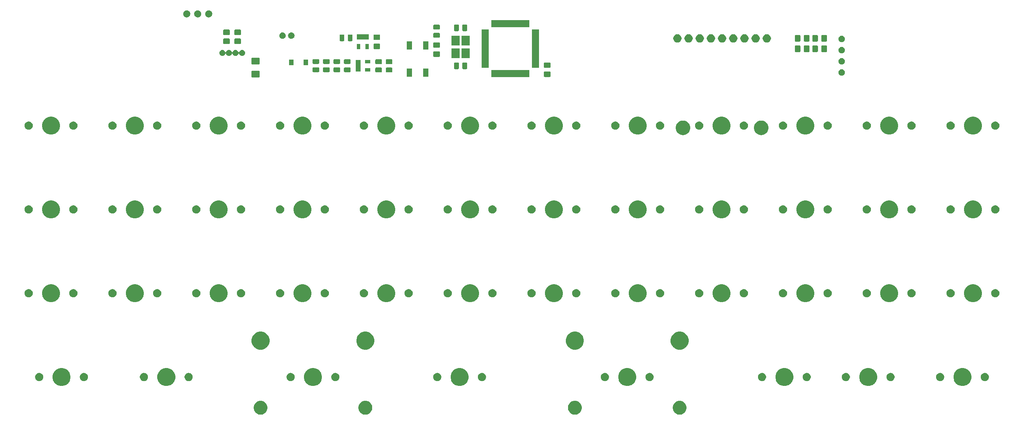
<source format=gts>
G04 #@! TF.GenerationSoftware,KiCad,Pcbnew,(5.1.5)-3*
G04 #@! TF.CreationDate,2020-06-08T21:07:08-04:00*
G04 #@! TF.ProjectId,Xen40,58656e34-302e-46b6-9963-61645f706362,rev?*
G04 #@! TF.SameCoordinates,Original*
G04 #@! TF.FileFunction,Soldermask,Top*
G04 #@! TF.FilePolarity,Negative*
%FSLAX46Y46*%
G04 Gerber Fmt 4.6, Leading zero omitted, Abs format (unit mm)*
G04 Created by KiCad (PCBNEW (5.1.5)-3) date 2020-06-08 21:07:08*
%MOMM*%
%LPD*%
G04 APERTURE LIST*
%ADD10C,0.100000*%
G04 APERTURE END LIST*
D10*
G36*
X113019767Y-135615263D02*
G01*
X113171911Y-135645526D01*
X113290637Y-135694704D01*
X113458541Y-135764252D01*
X113458542Y-135764253D01*
X113716504Y-135936617D01*
X113935883Y-136155996D01*
X114051053Y-136328361D01*
X114108248Y-136413959D01*
X114226974Y-136700590D01*
X114287500Y-137004875D01*
X114287500Y-137315125D01*
X114226974Y-137619410D01*
X114108248Y-137906041D01*
X114108247Y-137906042D01*
X113935883Y-138164004D01*
X113716504Y-138383383D01*
X113544139Y-138498553D01*
X113458541Y-138555748D01*
X113290637Y-138625296D01*
X113171911Y-138674474D01*
X112867625Y-138735000D01*
X112557375Y-138735000D01*
X112253089Y-138674474D01*
X112134363Y-138625296D01*
X111966459Y-138555748D01*
X111880861Y-138498553D01*
X111708496Y-138383383D01*
X111489117Y-138164004D01*
X111316753Y-137906042D01*
X111316752Y-137906041D01*
X111198026Y-137619410D01*
X111137500Y-137315125D01*
X111137500Y-137004875D01*
X111198026Y-136700590D01*
X111316752Y-136413959D01*
X111373947Y-136328361D01*
X111489117Y-136155996D01*
X111708496Y-135936617D01*
X111966458Y-135764253D01*
X111966459Y-135764252D01*
X112134363Y-135694704D01*
X112253089Y-135645526D01*
X112405233Y-135615263D01*
X112557375Y-135585000D01*
X112867625Y-135585000D01*
X113019767Y-135615263D01*
G37*
G36*
X89207267Y-135615263D02*
G01*
X89359411Y-135645526D01*
X89478137Y-135694704D01*
X89646041Y-135764252D01*
X89646042Y-135764253D01*
X89904004Y-135936617D01*
X90123383Y-136155996D01*
X90238553Y-136328361D01*
X90295748Y-136413959D01*
X90414474Y-136700590D01*
X90475000Y-137004875D01*
X90475000Y-137315125D01*
X90414474Y-137619410D01*
X90295748Y-137906041D01*
X90295747Y-137906042D01*
X90123383Y-138164004D01*
X89904004Y-138383383D01*
X89731639Y-138498553D01*
X89646041Y-138555748D01*
X89478137Y-138625296D01*
X89359411Y-138674474D01*
X89055125Y-138735000D01*
X88744875Y-138735000D01*
X88440589Y-138674474D01*
X88321863Y-138625296D01*
X88153959Y-138555748D01*
X88068361Y-138498553D01*
X87895996Y-138383383D01*
X87676617Y-138164004D01*
X87504253Y-137906042D01*
X87504252Y-137906041D01*
X87385526Y-137619410D01*
X87325000Y-137315125D01*
X87325000Y-137004875D01*
X87385526Y-136700590D01*
X87504252Y-136413959D01*
X87561447Y-136328361D01*
X87676617Y-136155996D01*
X87895996Y-135936617D01*
X88153958Y-135764253D01*
X88153959Y-135764252D01*
X88321863Y-135694704D01*
X88440589Y-135645526D01*
X88592733Y-135615263D01*
X88744875Y-135585000D01*
X89055125Y-135585000D01*
X89207267Y-135615263D01*
G37*
G36*
X184457267Y-135615263D02*
G01*
X184609411Y-135645526D01*
X184728137Y-135694704D01*
X184896041Y-135764252D01*
X184896042Y-135764253D01*
X185154004Y-135936617D01*
X185373383Y-136155996D01*
X185488553Y-136328361D01*
X185545748Y-136413959D01*
X185664474Y-136700590D01*
X185725000Y-137004875D01*
X185725000Y-137315125D01*
X185664474Y-137619410D01*
X185545748Y-137906041D01*
X185545747Y-137906042D01*
X185373383Y-138164004D01*
X185154004Y-138383383D01*
X184981639Y-138498553D01*
X184896041Y-138555748D01*
X184728137Y-138625296D01*
X184609411Y-138674474D01*
X184305125Y-138735000D01*
X183994875Y-138735000D01*
X183690589Y-138674474D01*
X183571863Y-138625296D01*
X183403959Y-138555748D01*
X183318361Y-138498553D01*
X183145996Y-138383383D01*
X182926617Y-138164004D01*
X182754253Y-137906042D01*
X182754252Y-137906041D01*
X182635526Y-137619410D01*
X182575000Y-137315125D01*
X182575000Y-137004875D01*
X182635526Y-136700590D01*
X182754252Y-136413959D01*
X182811447Y-136328361D01*
X182926617Y-136155996D01*
X183145996Y-135936617D01*
X183403958Y-135764253D01*
X183403959Y-135764252D01*
X183571863Y-135694704D01*
X183690589Y-135645526D01*
X183842733Y-135615263D01*
X183994875Y-135585000D01*
X184305125Y-135585000D01*
X184457267Y-135615263D01*
G37*
G36*
X160644767Y-135615263D02*
G01*
X160796911Y-135645526D01*
X160915637Y-135694704D01*
X161083541Y-135764252D01*
X161083542Y-135764253D01*
X161341504Y-135936617D01*
X161560883Y-136155996D01*
X161676053Y-136328361D01*
X161733248Y-136413959D01*
X161851974Y-136700590D01*
X161912500Y-137004875D01*
X161912500Y-137315125D01*
X161851974Y-137619410D01*
X161733248Y-137906041D01*
X161733247Y-137906042D01*
X161560883Y-138164004D01*
X161341504Y-138383383D01*
X161169139Y-138498553D01*
X161083541Y-138555748D01*
X160915637Y-138625296D01*
X160796911Y-138674474D01*
X160492625Y-138735000D01*
X160182375Y-138735000D01*
X159878089Y-138674474D01*
X159759363Y-138625296D01*
X159591459Y-138555748D01*
X159505861Y-138498553D01*
X159333496Y-138383383D01*
X159114117Y-138164004D01*
X158941753Y-137906042D01*
X158941752Y-137906041D01*
X158823026Y-137619410D01*
X158762500Y-137315125D01*
X158762500Y-137004875D01*
X158823026Y-136700590D01*
X158941752Y-136413959D01*
X158998947Y-136328361D01*
X159114117Y-136155996D01*
X159333496Y-135936617D01*
X159591458Y-135764253D01*
X159591459Y-135764252D01*
X159759363Y-135694704D01*
X159878089Y-135645526D01*
X160030233Y-135615263D01*
X160182375Y-135585000D01*
X160492625Y-135585000D01*
X160644767Y-135615263D01*
G37*
G36*
X134740224Y-128208684D02*
G01*
X134958224Y-128298983D01*
X135112373Y-128362833D01*
X135447298Y-128586623D01*
X135732127Y-128871452D01*
X135955917Y-129206377D01*
X135988312Y-129284586D01*
X136110066Y-129578526D01*
X136188650Y-129973594D01*
X136188650Y-130376406D01*
X136110066Y-130771474D01*
X136059201Y-130894272D01*
X135955917Y-131143623D01*
X135732127Y-131478548D01*
X135447298Y-131763377D01*
X135112373Y-131987167D01*
X134958224Y-132051017D01*
X134740224Y-132141316D01*
X134345156Y-132219900D01*
X133942344Y-132219900D01*
X133547276Y-132141316D01*
X133329276Y-132051017D01*
X133175127Y-131987167D01*
X132840202Y-131763377D01*
X132555373Y-131478548D01*
X132331583Y-131143623D01*
X132228299Y-130894272D01*
X132177434Y-130771474D01*
X132098850Y-130376406D01*
X132098850Y-129973594D01*
X132177434Y-129578526D01*
X132299188Y-129284586D01*
X132331583Y-129206377D01*
X132555373Y-128871452D01*
X132840202Y-128586623D01*
X133175127Y-128362833D01*
X133329276Y-128298983D01*
X133547276Y-128208684D01*
X133942344Y-128130100D01*
X134345156Y-128130100D01*
X134740224Y-128208684D01*
G37*
G36*
X44252724Y-128208684D02*
G01*
X44470724Y-128298983D01*
X44624873Y-128362833D01*
X44959798Y-128586623D01*
X45244627Y-128871452D01*
X45468417Y-129206377D01*
X45500812Y-129284586D01*
X45622566Y-129578526D01*
X45701150Y-129973594D01*
X45701150Y-130376406D01*
X45622566Y-130771474D01*
X45571701Y-130894272D01*
X45468417Y-131143623D01*
X45244627Y-131478548D01*
X44959798Y-131763377D01*
X44624873Y-131987167D01*
X44470724Y-132051017D01*
X44252724Y-132141316D01*
X43857656Y-132219900D01*
X43454844Y-132219900D01*
X43059776Y-132141316D01*
X42841776Y-132051017D01*
X42687627Y-131987167D01*
X42352702Y-131763377D01*
X42067873Y-131478548D01*
X41844083Y-131143623D01*
X41740799Y-130894272D01*
X41689934Y-130771474D01*
X41611350Y-130376406D01*
X41611350Y-129973594D01*
X41689934Y-129578526D01*
X41811688Y-129284586D01*
X41844083Y-129206377D01*
X42067873Y-128871452D01*
X42352702Y-128586623D01*
X42687627Y-128362833D01*
X42841776Y-128298983D01*
X43059776Y-128208684D01*
X43454844Y-128130100D01*
X43857656Y-128130100D01*
X44252724Y-128208684D01*
G37*
G36*
X208558974Y-128208684D02*
G01*
X208776974Y-128298983D01*
X208931123Y-128362833D01*
X209266048Y-128586623D01*
X209550877Y-128871452D01*
X209774667Y-129206377D01*
X209807062Y-129284586D01*
X209928816Y-129578526D01*
X210007400Y-129973594D01*
X210007400Y-130376406D01*
X209928816Y-130771474D01*
X209877951Y-130894272D01*
X209774667Y-131143623D01*
X209550877Y-131478548D01*
X209266048Y-131763377D01*
X208931123Y-131987167D01*
X208776974Y-132051017D01*
X208558974Y-132141316D01*
X208163906Y-132219900D01*
X207761094Y-132219900D01*
X207366026Y-132141316D01*
X207148026Y-132051017D01*
X206993877Y-131987167D01*
X206658952Y-131763377D01*
X206374123Y-131478548D01*
X206150333Y-131143623D01*
X206047049Y-130894272D01*
X205996184Y-130771474D01*
X205917600Y-130376406D01*
X205917600Y-129973594D01*
X205996184Y-129578526D01*
X206117938Y-129284586D01*
X206150333Y-129206377D01*
X206374123Y-128871452D01*
X206658952Y-128586623D01*
X206993877Y-128362833D01*
X207148026Y-128298983D01*
X207366026Y-128208684D01*
X207761094Y-128130100D01*
X208163906Y-128130100D01*
X208558974Y-128208684D01*
G37*
G36*
X227608974Y-128208684D02*
G01*
X227826974Y-128298983D01*
X227981123Y-128362833D01*
X228316048Y-128586623D01*
X228600877Y-128871452D01*
X228824667Y-129206377D01*
X228857062Y-129284586D01*
X228978816Y-129578526D01*
X229057400Y-129973594D01*
X229057400Y-130376406D01*
X228978816Y-130771474D01*
X228927951Y-130894272D01*
X228824667Y-131143623D01*
X228600877Y-131478548D01*
X228316048Y-131763377D01*
X227981123Y-131987167D01*
X227826974Y-132051017D01*
X227608974Y-132141316D01*
X227213906Y-132219900D01*
X226811094Y-132219900D01*
X226416026Y-132141316D01*
X226198026Y-132051017D01*
X226043877Y-131987167D01*
X225708952Y-131763377D01*
X225424123Y-131478548D01*
X225200333Y-131143623D01*
X225097049Y-130894272D01*
X225046184Y-130771474D01*
X224967600Y-130376406D01*
X224967600Y-129973594D01*
X225046184Y-129578526D01*
X225167938Y-129284586D01*
X225200333Y-129206377D01*
X225424123Y-128871452D01*
X225708952Y-128586623D01*
X226043877Y-128362833D01*
X226198026Y-128298983D01*
X226416026Y-128208684D01*
X226811094Y-128130100D01*
X227213906Y-128130100D01*
X227608974Y-128208684D01*
G37*
G36*
X249040224Y-128208684D02*
G01*
X249258224Y-128298983D01*
X249412373Y-128362833D01*
X249747298Y-128586623D01*
X250032127Y-128871452D01*
X250255917Y-129206377D01*
X250288312Y-129284586D01*
X250410066Y-129578526D01*
X250488650Y-129973594D01*
X250488650Y-130376406D01*
X250410066Y-130771474D01*
X250359201Y-130894272D01*
X250255917Y-131143623D01*
X250032127Y-131478548D01*
X249747298Y-131763377D01*
X249412373Y-131987167D01*
X249258224Y-132051017D01*
X249040224Y-132141316D01*
X248645156Y-132219900D01*
X248242344Y-132219900D01*
X247847276Y-132141316D01*
X247629276Y-132051017D01*
X247475127Y-131987167D01*
X247140202Y-131763377D01*
X246855373Y-131478548D01*
X246631583Y-131143623D01*
X246528299Y-130894272D01*
X246477434Y-130771474D01*
X246398850Y-130376406D01*
X246398850Y-129973594D01*
X246477434Y-129578526D01*
X246599188Y-129284586D01*
X246631583Y-129206377D01*
X246855373Y-128871452D01*
X247140202Y-128586623D01*
X247475127Y-128362833D01*
X247629276Y-128298983D01*
X247847276Y-128208684D01*
X248242344Y-128130100D01*
X248645156Y-128130100D01*
X249040224Y-128208684D01*
G37*
G36*
X101402724Y-128208684D02*
G01*
X101620724Y-128298983D01*
X101774873Y-128362833D01*
X102109798Y-128586623D01*
X102394627Y-128871452D01*
X102618417Y-129206377D01*
X102650812Y-129284586D01*
X102772566Y-129578526D01*
X102851150Y-129973594D01*
X102851150Y-130376406D01*
X102772566Y-130771474D01*
X102721701Y-130894272D01*
X102618417Y-131143623D01*
X102394627Y-131478548D01*
X102109798Y-131763377D01*
X101774873Y-131987167D01*
X101620724Y-132051017D01*
X101402724Y-132141316D01*
X101007656Y-132219900D01*
X100604844Y-132219900D01*
X100209776Y-132141316D01*
X99991776Y-132051017D01*
X99837627Y-131987167D01*
X99502702Y-131763377D01*
X99217873Y-131478548D01*
X98994083Y-131143623D01*
X98890799Y-130894272D01*
X98839934Y-130771474D01*
X98761350Y-130376406D01*
X98761350Y-129973594D01*
X98839934Y-129578526D01*
X98961688Y-129284586D01*
X98994083Y-129206377D01*
X99217873Y-128871452D01*
X99502702Y-128586623D01*
X99837627Y-128362833D01*
X99991776Y-128298983D01*
X100209776Y-128208684D01*
X100604844Y-128130100D01*
X101007656Y-128130100D01*
X101402724Y-128208684D01*
G37*
G36*
X172840224Y-128208684D02*
G01*
X173058224Y-128298983D01*
X173212373Y-128362833D01*
X173547298Y-128586623D01*
X173832127Y-128871452D01*
X174055917Y-129206377D01*
X174088312Y-129284586D01*
X174210066Y-129578526D01*
X174288650Y-129973594D01*
X174288650Y-130376406D01*
X174210066Y-130771474D01*
X174159201Y-130894272D01*
X174055917Y-131143623D01*
X173832127Y-131478548D01*
X173547298Y-131763377D01*
X173212373Y-131987167D01*
X173058224Y-132051017D01*
X172840224Y-132141316D01*
X172445156Y-132219900D01*
X172042344Y-132219900D01*
X171647276Y-132141316D01*
X171429276Y-132051017D01*
X171275127Y-131987167D01*
X170940202Y-131763377D01*
X170655373Y-131478548D01*
X170431583Y-131143623D01*
X170328299Y-130894272D01*
X170277434Y-130771474D01*
X170198850Y-130376406D01*
X170198850Y-129973594D01*
X170277434Y-129578526D01*
X170399188Y-129284586D01*
X170431583Y-129206377D01*
X170655373Y-128871452D01*
X170940202Y-128586623D01*
X171275127Y-128362833D01*
X171429276Y-128298983D01*
X171647276Y-128208684D01*
X172042344Y-128130100D01*
X172445156Y-128130100D01*
X172840224Y-128208684D01*
G37*
G36*
X68065224Y-128208684D02*
G01*
X68283224Y-128298983D01*
X68437373Y-128362833D01*
X68772298Y-128586623D01*
X69057127Y-128871452D01*
X69280917Y-129206377D01*
X69313312Y-129284586D01*
X69435066Y-129578526D01*
X69513650Y-129973594D01*
X69513650Y-130376406D01*
X69435066Y-130771474D01*
X69384201Y-130894272D01*
X69280917Y-131143623D01*
X69057127Y-131478548D01*
X68772298Y-131763377D01*
X68437373Y-131987167D01*
X68283224Y-132051017D01*
X68065224Y-132141316D01*
X67670156Y-132219900D01*
X67267344Y-132219900D01*
X66872276Y-132141316D01*
X66654276Y-132051017D01*
X66500127Y-131987167D01*
X66165202Y-131763377D01*
X65880373Y-131478548D01*
X65656583Y-131143623D01*
X65553299Y-130894272D01*
X65502434Y-130771474D01*
X65423850Y-130376406D01*
X65423850Y-129973594D01*
X65502434Y-129578526D01*
X65624188Y-129284586D01*
X65656583Y-129206377D01*
X65880373Y-128871452D01*
X66165202Y-128586623D01*
X66500127Y-128362833D01*
X66654276Y-128298983D01*
X66872276Y-128208684D01*
X67267344Y-128130100D01*
X67670156Y-128130100D01*
X68065224Y-128208684D01*
G37*
G36*
X72818854Y-129284585D02*
G01*
X72987376Y-129354389D01*
X73139041Y-129455728D01*
X73268022Y-129584709D01*
X73369361Y-129736374D01*
X73439165Y-129904896D01*
X73474750Y-130083797D01*
X73474750Y-130266203D01*
X73439165Y-130445104D01*
X73369361Y-130613626D01*
X73268022Y-130765291D01*
X73139041Y-130894272D01*
X72987376Y-130995611D01*
X72818854Y-131065415D01*
X72639953Y-131101000D01*
X72457547Y-131101000D01*
X72278646Y-131065415D01*
X72110124Y-130995611D01*
X71958459Y-130894272D01*
X71829478Y-130765291D01*
X71728139Y-130613626D01*
X71658335Y-130445104D01*
X71622750Y-130266203D01*
X71622750Y-130083797D01*
X71658335Y-129904896D01*
X71728139Y-129736374D01*
X71829478Y-129584709D01*
X71958459Y-129455728D01*
X72110124Y-129354389D01*
X72278646Y-129284585D01*
X72457547Y-129249000D01*
X72639953Y-129249000D01*
X72818854Y-129284585D01*
G37*
G36*
X129333854Y-129284585D02*
G01*
X129502376Y-129354389D01*
X129654041Y-129455728D01*
X129783022Y-129584709D01*
X129884361Y-129736374D01*
X129954165Y-129904896D01*
X129989750Y-130083797D01*
X129989750Y-130266203D01*
X129954165Y-130445104D01*
X129884361Y-130613626D01*
X129783022Y-130765291D01*
X129654041Y-130894272D01*
X129502376Y-130995611D01*
X129333854Y-131065415D01*
X129154953Y-131101000D01*
X128972547Y-131101000D01*
X128793646Y-131065415D01*
X128625124Y-130995611D01*
X128473459Y-130894272D01*
X128344478Y-130765291D01*
X128243139Y-130613626D01*
X128173335Y-130445104D01*
X128137750Y-130266203D01*
X128137750Y-130083797D01*
X128173335Y-129904896D01*
X128243139Y-129736374D01*
X128344478Y-129584709D01*
X128473459Y-129455728D01*
X128625124Y-129354389D01*
X128793646Y-129284585D01*
X128972547Y-129249000D01*
X129154953Y-129249000D01*
X129333854Y-129284585D01*
G37*
G36*
X213312604Y-129284585D02*
G01*
X213481126Y-129354389D01*
X213632791Y-129455728D01*
X213761772Y-129584709D01*
X213863111Y-129736374D01*
X213932915Y-129904896D01*
X213968500Y-130083797D01*
X213968500Y-130266203D01*
X213932915Y-130445104D01*
X213863111Y-130613626D01*
X213761772Y-130765291D01*
X213632791Y-130894272D01*
X213481126Y-130995611D01*
X213312604Y-131065415D01*
X213133703Y-131101000D01*
X212951297Y-131101000D01*
X212772396Y-131065415D01*
X212603874Y-130995611D01*
X212452209Y-130894272D01*
X212323228Y-130765291D01*
X212221889Y-130613626D01*
X212152085Y-130445104D01*
X212116500Y-130266203D01*
X212116500Y-130083797D01*
X212152085Y-129904896D01*
X212221889Y-129736374D01*
X212323228Y-129584709D01*
X212452209Y-129455728D01*
X212603874Y-129354389D01*
X212772396Y-129284585D01*
X212951297Y-129249000D01*
X213133703Y-129249000D01*
X213312604Y-129284585D01*
G37*
G36*
X203152604Y-129284585D02*
G01*
X203321126Y-129354389D01*
X203472791Y-129455728D01*
X203601772Y-129584709D01*
X203703111Y-129736374D01*
X203772915Y-129904896D01*
X203808500Y-130083797D01*
X203808500Y-130266203D01*
X203772915Y-130445104D01*
X203703111Y-130613626D01*
X203601772Y-130765291D01*
X203472791Y-130894272D01*
X203321126Y-130995611D01*
X203152604Y-131065415D01*
X202973703Y-131101000D01*
X202791297Y-131101000D01*
X202612396Y-131065415D01*
X202443874Y-130995611D01*
X202292209Y-130894272D01*
X202163228Y-130765291D01*
X202061889Y-130613626D01*
X201992085Y-130445104D01*
X201956500Y-130266203D01*
X201956500Y-130083797D01*
X201992085Y-129904896D01*
X202061889Y-129736374D01*
X202163228Y-129584709D01*
X202292209Y-129455728D01*
X202443874Y-129354389D01*
X202612396Y-129284585D01*
X202791297Y-129249000D01*
X202973703Y-129249000D01*
X203152604Y-129284585D01*
G37*
G36*
X38846354Y-129284585D02*
G01*
X39014876Y-129354389D01*
X39166541Y-129455728D01*
X39295522Y-129584709D01*
X39396861Y-129736374D01*
X39466665Y-129904896D01*
X39502250Y-130083797D01*
X39502250Y-130266203D01*
X39466665Y-130445104D01*
X39396861Y-130613626D01*
X39295522Y-130765291D01*
X39166541Y-130894272D01*
X39014876Y-130995611D01*
X38846354Y-131065415D01*
X38667453Y-131101000D01*
X38485047Y-131101000D01*
X38306146Y-131065415D01*
X38137624Y-130995611D01*
X37985959Y-130894272D01*
X37856978Y-130765291D01*
X37755639Y-130613626D01*
X37685835Y-130445104D01*
X37650250Y-130266203D01*
X37650250Y-130083797D01*
X37685835Y-129904896D01*
X37755639Y-129736374D01*
X37856978Y-129584709D01*
X37985959Y-129455728D01*
X38137624Y-129354389D01*
X38306146Y-129284585D01*
X38485047Y-129249000D01*
X38667453Y-129249000D01*
X38846354Y-129284585D01*
G37*
G36*
X232362604Y-129284585D02*
G01*
X232531126Y-129354389D01*
X232682791Y-129455728D01*
X232811772Y-129584709D01*
X232913111Y-129736374D01*
X232982915Y-129904896D01*
X233018500Y-130083797D01*
X233018500Y-130266203D01*
X232982915Y-130445104D01*
X232913111Y-130613626D01*
X232811772Y-130765291D01*
X232682791Y-130894272D01*
X232531126Y-130995611D01*
X232362604Y-131065415D01*
X232183703Y-131101000D01*
X232001297Y-131101000D01*
X231822396Y-131065415D01*
X231653874Y-130995611D01*
X231502209Y-130894272D01*
X231373228Y-130765291D01*
X231271889Y-130613626D01*
X231202085Y-130445104D01*
X231166500Y-130266203D01*
X231166500Y-130083797D01*
X231202085Y-129904896D01*
X231271889Y-129736374D01*
X231373228Y-129584709D01*
X231502209Y-129455728D01*
X231653874Y-129354389D01*
X231822396Y-129284585D01*
X232001297Y-129249000D01*
X232183703Y-129249000D01*
X232362604Y-129284585D01*
G37*
G36*
X222202604Y-129284585D02*
G01*
X222371126Y-129354389D01*
X222522791Y-129455728D01*
X222651772Y-129584709D01*
X222753111Y-129736374D01*
X222822915Y-129904896D01*
X222858500Y-130083797D01*
X222858500Y-130266203D01*
X222822915Y-130445104D01*
X222753111Y-130613626D01*
X222651772Y-130765291D01*
X222522791Y-130894272D01*
X222371126Y-130995611D01*
X222202604Y-131065415D01*
X222023703Y-131101000D01*
X221841297Y-131101000D01*
X221662396Y-131065415D01*
X221493874Y-130995611D01*
X221342209Y-130894272D01*
X221213228Y-130765291D01*
X221111889Y-130613626D01*
X221042085Y-130445104D01*
X221006500Y-130266203D01*
X221006500Y-130083797D01*
X221042085Y-129904896D01*
X221111889Y-129736374D01*
X221213228Y-129584709D01*
X221342209Y-129455728D01*
X221493874Y-129354389D01*
X221662396Y-129284585D01*
X221841297Y-129249000D01*
X222023703Y-129249000D01*
X222202604Y-129284585D01*
G37*
G36*
X49006354Y-129284585D02*
G01*
X49174876Y-129354389D01*
X49326541Y-129455728D01*
X49455522Y-129584709D01*
X49556861Y-129736374D01*
X49626665Y-129904896D01*
X49662250Y-130083797D01*
X49662250Y-130266203D01*
X49626665Y-130445104D01*
X49556861Y-130613626D01*
X49455522Y-130765291D01*
X49326541Y-130894272D01*
X49174876Y-130995611D01*
X49006354Y-131065415D01*
X48827453Y-131101000D01*
X48645047Y-131101000D01*
X48466146Y-131065415D01*
X48297624Y-130995611D01*
X48145959Y-130894272D01*
X48016978Y-130765291D01*
X47915639Y-130613626D01*
X47845835Y-130445104D01*
X47810250Y-130266203D01*
X47810250Y-130083797D01*
X47845835Y-129904896D01*
X47915639Y-129736374D01*
X48016978Y-129584709D01*
X48145959Y-129455728D01*
X48297624Y-129354389D01*
X48466146Y-129284585D01*
X48645047Y-129249000D01*
X48827453Y-129249000D01*
X49006354Y-129284585D01*
G37*
G36*
X253793854Y-129284585D02*
G01*
X253962376Y-129354389D01*
X254114041Y-129455728D01*
X254243022Y-129584709D01*
X254344361Y-129736374D01*
X254414165Y-129904896D01*
X254449750Y-130083797D01*
X254449750Y-130266203D01*
X254414165Y-130445104D01*
X254344361Y-130613626D01*
X254243022Y-130765291D01*
X254114041Y-130894272D01*
X253962376Y-130995611D01*
X253793854Y-131065415D01*
X253614953Y-131101000D01*
X253432547Y-131101000D01*
X253253646Y-131065415D01*
X253085124Y-130995611D01*
X252933459Y-130894272D01*
X252804478Y-130765291D01*
X252703139Y-130613626D01*
X252633335Y-130445104D01*
X252597750Y-130266203D01*
X252597750Y-130083797D01*
X252633335Y-129904896D01*
X252703139Y-129736374D01*
X252804478Y-129584709D01*
X252933459Y-129455728D01*
X253085124Y-129354389D01*
X253253646Y-129284585D01*
X253432547Y-129249000D01*
X253614953Y-129249000D01*
X253793854Y-129284585D01*
G37*
G36*
X243633854Y-129284585D02*
G01*
X243802376Y-129354389D01*
X243954041Y-129455728D01*
X244083022Y-129584709D01*
X244184361Y-129736374D01*
X244254165Y-129904896D01*
X244289750Y-130083797D01*
X244289750Y-130266203D01*
X244254165Y-130445104D01*
X244184361Y-130613626D01*
X244083022Y-130765291D01*
X243954041Y-130894272D01*
X243802376Y-130995611D01*
X243633854Y-131065415D01*
X243454953Y-131101000D01*
X243272547Y-131101000D01*
X243093646Y-131065415D01*
X242925124Y-130995611D01*
X242773459Y-130894272D01*
X242644478Y-130765291D01*
X242543139Y-130613626D01*
X242473335Y-130445104D01*
X242437750Y-130266203D01*
X242437750Y-130083797D01*
X242473335Y-129904896D01*
X242543139Y-129736374D01*
X242644478Y-129584709D01*
X242773459Y-129455728D01*
X242925124Y-129354389D01*
X243093646Y-129284585D01*
X243272547Y-129249000D01*
X243454953Y-129249000D01*
X243633854Y-129284585D01*
G37*
G36*
X106156354Y-129284585D02*
G01*
X106324876Y-129354389D01*
X106476541Y-129455728D01*
X106605522Y-129584709D01*
X106706861Y-129736374D01*
X106776665Y-129904896D01*
X106812250Y-130083797D01*
X106812250Y-130266203D01*
X106776665Y-130445104D01*
X106706861Y-130613626D01*
X106605522Y-130765291D01*
X106476541Y-130894272D01*
X106324876Y-130995611D01*
X106156354Y-131065415D01*
X105977453Y-131101000D01*
X105795047Y-131101000D01*
X105616146Y-131065415D01*
X105447624Y-130995611D01*
X105295959Y-130894272D01*
X105166978Y-130765291D01*
X105065639Y-130613626D01*
X104995835Y-130445104D01*
X104960250Y-130266203D01*
X104960250Y-130083797D01*
X104995835Y-129904896D01*
X105065639Y-129736374D01*
X105166978Y-129584709D01*
X105295959Y-129455728D01*
X105447624Y-129354389D01*
X105616146Y-129284585D01*
X105795047Y-129249000D01*
X105977453Y-129249000D01*
X106156354Y-129284585D01*
G37*
G36*
X177593854Y-129284585D02*
G01*
X177762376Y-129354389D01*
X177914041Y-129455728D01*
X178043022Y-129584709D01*
X178144361Y-129736374D01*
X178214165Y-129904896D01*
X178249750Y-130083797D01*
X178249750Y-130266203D01*
X178214165Y-130445104D01*
X178144361Y-130613626D01*
X178043022Y-130765291D01*
X177914041Y-130894272D01*
X177762376Y-130995611D01*
X177593854Y-131065415D01*
X177414953Y-131101000D01*
X177232547Y-131101000D01*
X177053646Y-131065415D01*
X176885124Y-130995611D01*
X176733459Y-130894272D01*
X176604478Y-130765291D01*
X176503139Y-130613626D01*
X176433335Y-130445104D01*
X176397750Y-130266203D01*
X176397750Y-130083797D01*
X176433335Y-129904896D01*
X176503139Y-129736374D01*
X176604478Y-129584709D01*
X176733459Y-129455728D01*
X176885124Y-129354389D01*
X177053646Y-129284585D01*
X177232547Y-129249000D01*
X177414953Y-129249000D01*
X177593854Y-129284585D01*
G37*
G36*
X167433854Y-129284585D02*
G01*
X167602376Y-129354389D01*
X167754041Y-129455728D01*
X167883022Y-129584709D01*
X167984361Y-129736374D01*
X168054165Y-129904896D01*
X168089750Y-130083797D01*
X168089750Y-130266203D01*
X168054165Y-130445104D01*
X167984361Y-130613626D01*
X167883022Y-130765291D01*
X167754041Y-130894272D01*
X167602376Y-130995611D01*
X167433854Y-131065415D01*
X167254953Y-131101000D01*
X167072547Y-131101000D01*
X166893646Y-131065415D01*
X166725124Y-130995611D01*
X166573459Y-130894272D01*
X166444478Y-130765291D01*
X166343139Y-130613626D01*
X166273335Y-130445104D01*
X166237750Y-130266203D01*
X166237750Y-130083797D01*
X166273335Y-129904896D01*
X166343139Y-129736374D01*
X166444478Y-129584709D01*
X166573459Y-129455728D01*
X166725124Y-129354389D01*
X166893646Y-129284585D01*
X167072547Y-129249000D01*
X167254953Y-129249000D01*
X167433854Y-129284585D01*
G37*
G36*
X62658854Y-129284585D02*
G01*
X62827376Y-129354389D01*
X62979041Y-129455728D01*
X63108022Y-129584709D01*
X63209361Y-129736374D01*
X63279165Y-129904896D01*
X63314750Y-130083797D01*
X63314750Y-130266203D01*
X63279165Y-130445104D01*
X63209361Y-130613626D01*
X63108022Y-130765291D01*
X62979041Y-130894272D01*
X62827376Y-130995611D01*
X62658854Y-131065415D01*
X62479953Y-131101000D01*
X62297547Y-131101000D01*
X62118646Y-131065415D01*
X61950124Y-130995611D01*
X61798459Y-130894272D01*
X61669478Y-130765291D01*
X61568139Y-130613626D01*
X61498335Y-130445104D01*
X61462750Y-130266203D01*
X61462750Y-130083797D01*
X61498335Y-129904896D01*
X61568139Y-129736374D01*
X61669478Y-129584709D01*
X61798459Y-129455728D01*
X61950124Y-129354389D01*
X62118646Y-129284585D01*
X62297547Y-129249000D01*
X62479953Y-129249000D01*
X62658854Y-129284585D01*
G37*
G36*
X139493854Y-129284585D02*
G01*
X139662376Y-129354389D01*
X139814041Y-129455728D01*
X139943022Y-129584709D01*
X140044361Y-129736374D01*
X140114165Y-129904896D01*
X140149750Y-130083797D01*
X140149750Y-130266203D01*
X140114165Y-130445104D01*
X140044361Y-130613626D01*
X139943022Y-130765291D01*
X139814041Y-130894272D01*
X139662376Y-130995611D01*
X139493854Y-131065415D01*
X139314953Y-131101000D01*
X139132547Y-131101000D01*
X138953646Y-131065415D01*
X138785124Y-130995611D01*
X138633459Y-130894272D01*
X138504478Y-130765291D01*
X138403139Y-130613626D01*
X138333335Y-130445104D01*
X138297750Y-130266203D01*
X138297750Y-130083797D01*
X138333335Y-129904896D01*
X138403139Y-129736374D01*
X138504478Y-129584709D01*
X138633459Y-129455728D01*
X138785124Y-129354389D01*
X138953646Y-129284585D01*
X139132547Y-129249000D01*
X139314953Y-129249000D01*
X139493854Y-129284585D01*
G37*
G36*
X95996354Y-129284585D02*
G01*
X96164876Y-129354389D01*
X96316541Y-129455728D01*
X96445522Y-129584709D01*
X96546861Y-129736374D01*
X96616665Y-129904896D01*
X96652250Y-130083797D01*
X96652250Y-130266203D01*
X96616665Y-130445104D01*
X96546861Y-130613626D01*
X96445522Y-130765291D01*
X96316541Y-130894272D01*
X96164876Y-130995611D01*
X95996354Y-131065415D01*
X95817453Y-131101000D01*
X95635047Y-131101000D01*
X95456146Y-131065415D01*
X95287624Y-130995611D01*
X95135959Y-130894272D01*
X95006978Y-130765291D01*
X94905639Y-130613626D01*
X94835835Y-130445104D01*
X94800250Y-130266203D01*
X94800250Y-130083797D01*
X94835835Y-129904896D01*
X94905639Y-129736374D01*
X95006978Y-129584709D01*
X95135959Y-129455728D01*
X95287624Y-129354389D01*
X95456146Y-129284585D01*
X95635047Y-129249000D01*
X95817453Y-129249000D01*
X95996354Y-129284585D01*
G37*
G36*
X184746474Y-119953684D02*
G01*
X184964474Y-120043983D01*
X185118623Y-120107833D01*
X185453548Y-120331623D01*
X185738377Y-120616452D01*
X185962167Y-120951377D01*
X185962167Y-120951378D01*
X186116316Y-121323526D01*
X186194900Y-121718594D01*
X186194900Y-122121406D01*
X186116316Y-122516474D01*
X186026017Y-122734474D01*
X185962167Y-122888623D01*
X185738377Y-123223548D01*
X185453548Y-123508377D01*
X185118623Y-123732167D01*
X184964474Y-123796017D01*
X184746474Y-123886316D01*
X184351406Y-123964900D01*
X183948594Y-123964900D01*
X183553526Y-123886316D01*
X183335526Y-123796017D01*
X183181377Y-123732167D01*
X182846452Y-123508377D01*
X182561623Y-123223548D01*
X182337833Y-122888623D01*
X182273983Y-122734474D01*
X182183684Y-122516474D01*
X182105100Y-122121406D01*
X182105100Y-121718594D01*
X182183684Y-121323526D01*
X182337833Y-120951378D01*
X182337833Y-120951377D01*
X182561623Y-120616452D01*
X182846452Y-120331623D01*
X183181377Y-120107833D01*
X183335526Y-120043983D01*
X183553526Y-119953684D01*
X183948594Y-119875100D01*
X184351406Y-119875100D01*
X184746474Y-119953684D01*
G37*
G36*
X160933974Y-119953684D02*
G01*
X161151974Y-120043983D01*
X161306123Y-120107833D01*
X161641048Y-120331623D01*
X161925877Y-120616452D01*
X162149667Y-120951377D01*
X162149667Y-120951378D01*
X162303816Y-121323526D01*
X162382400Y-121718594D01*
X162382400Y-122121406D01*
X162303816Y-122516474D01*
X162213517Y-122734474D01*
X162149667Y-122888623D01*
X161925877Y-123223548D01*
X161641048Y-123508377D01*
X161306123Y-123732167D01*
X161151974Y-123796017D01*
X160933974Y-123886316D01*
X160538906Y-123964900D01*
X160136094Y-123964900D01*
X159741026Y-123886316D01*
X159523026Y-123796017D01*
X159368877Y-123732167D01*
X159033952Y-123508377D01*
X158749123Y-123223548D01*
X158525333Y-122888623D01*
X158461483Y-122734474D01*
X158371184Y-122516474D01*
X158292600Y-122121406D01*
X158292600Y-121718594D01*
X158371184Y-121323526D01*
X158525333Y-120951378D01*
X158525333Y-120951377D01*
X158749123Y-120616452D01*
X159033952Y-120331623D01*
X159368877Y-120107833D01*
X159523026Y-120043983D01*
X159741026Y-119953684D01*
X160136094Y-119875100D01*
X160538906Y-119875100D01*
X160933974Y-119953684D01*
G37*
G36*
X89496474Y-119953684D02*
G01*
X89714474Y-120043983D01*
X89868623Y-120107833D01*
X90203548Y-120331623D01*
X90488377Y-120616452D01*
X90712167Y-120951377D01*
X90712167Y-120951378D01*
X90866316Y-121323526D01*
X90944900Y-121718594D01*
X90944900Y-122121406D01*
X90866316Y-122516474D01*
X90776017Y-122734474D01*
X90712167Y-122888623D01*
X90488377Y-123223548D01*
X90203548Y-123508377D01*
X89868623Y-123732167D01*
X89714474Y-123796017D01*
X89496474Y-123886316D01*
X89101406Y-123964900D01*
X88698594Y-123964900D01*
X88303526Y-123886316D01*
X88085526Y-123796017D01*
X87931377Y-123732167D01*
X87596452Y-123508377D01*
X87311623Y-123223548D01*
X87087833Y-122888623D01*
X87023983Y-122734474D01*
X86933684Y-122516474D01*
X86855100Y-122121406D01*
X86855100Y-121718594D01*
X86933684Y-121323526D01*
X87087833Y-120951378D01*
X87087833Y-120951377D01*
X87311623Y-120616452D01*
X87596452Y-120331623D01*
X87931377Y-120107833D01*
X88085526Y-120043983D01*
X88303526Y-119953684D01*
X88698594Y-119875100D01*
X89101406Y-119875100D01*
X89496474Y-119953684D01*
G37*
G36*
X113308974Y-119953684D02*
G01*
X113526974Y-120043983D01*
X113681123Y-120107833D01*
X114016048Y-120331623D01*
X114300877Y-120616452D01*
X114524667Y-120951377D01*
X114524667Y-120951378D01*
X114678816Y-121323526D01*
X114757400Y-121718594D01*
X114757400Y-122121406D01*
X114678816Y-122516474D01*
X114588517Y-122734474D01*
X114524667Y-122888623D01*
X114300877Y-123223548D01*
X114016048Y-123508377D01*
X113681123Y-123732167D01*
X113526974Y-123796017D01*
X113308974Y-123886316D01*
X112913906Y-123964900D01*
X112511094Y-123964900D01*
X112116026Y-123886316D01*
X111898026Y-123796017D01*
X111743877Y-123732167D01*
X111408952Y-123508377D01*
X111124123Y-123223548D01*
X110900333Y-122888623D01*
X110836483Y-122734474D01*
X110746184Y-122516474D01*
X110667600Y-122121406D01*
X110667600Y-121718594D01*
X110746184Y-121323526D01*
X110900333Y-120951378D01*
X110900333Y-120951377D01*
X111124123Y-120616452D01*
X111408952Y-120331623D01*
X111743877Y-120107833D01*
X111898026Y-120043983D01*
X112116026Y-119953684D01*
X112511094Y-119875100D01*
X112913906Y-119875100D01*
X113308974Y-119953684D01*
G37*
G36*
X60921474Y-109158684D02*
G01*
X61139474Y-109248983D01*
X61293623Y-109312833D01*
X61628548Y-109536623D01*
X61913377Y-109821452D01*
X62137167Y-110156377D01*
X62169562Y-110234586D01*
X62291316Y-110528526D01*
X62369900Y-110923594D01*
X62369900Y-111326406D01*
X62291316Y-111721474D01*
X62240451Y-111844272D01*
X62137167Y-112093623D01*
X61913377Y-112428548D01*
X61628548Y-112713377D01*
X61293623Y-112937167D01*
X61139474Y-113001017D01*
X60921474Y-113091316D01*
X60526406Y-113169900D01*
X60123594Y-113169900D01*
X59728526Y-113091316D01*
X59510526Y-113001017D01*
X59356377Y-112937167D01*
X59021452Y-112713377D01*
X58736623Y-112428548D01*
X58512833Y-112093623D01*
X58409549Y-111844272D01*
X58358684Y-111721474D01*
X58280100Y-111326406D01*
X58280100Y-110923594D01*
X58358684Y-110528526D01*
X58480438Y-110234586D01*
X58512833Y-110156377D01*
X58736623Y-109821452D01*
X59021452Y-109536623D01*
X59356377Y-109312833D01*
X59510526Y-109248983D01*
X59728526Y-109158684D01*
X60123594Y-109080100D01*
X60526406Y-109080100D01*
X60921474Y-109158684D01*
G37*
G36*
X99021474Y-109158684D02*
G01*
X99239474Y-109248983D01*
X99393623Y-109312833D01*
X99728548Y-109536623D01*
X100013377Y-109821452D01*
X100237167Y-110156377D01*
X100269562Y-110234586D01*
X100391316Y-110528526D01*
X100469900Y-110923594D01*
X100469900Y-111326406D01*
X100391316Y-111721474D01*
X100340451Y-111844272D01*
X100237167Y-112093623D01*
X100013377Y-112428548D01*
X99728548Y-112713377D01*
X99393623Y-112937167D01*
X99239474Y-113001017D01*
X99021474Y-113091316D01*
X98626406Y-113169900D01*
X98223594Y-113169900D01*
X97828526Y-113091316D01*
X97610526Y-113001017D01*
X97456377Y-112937167D01*
X97121452Y-112713377D01*
X96836623Y-112428548D01*
X96612833Y-112093623D01*
X96509549Y-111844272D01*
X96458684Y-111721474D01*
X96380100Y-111326406D01*
X96380100Y-110923594D01*
X96458684Y-110528526D01*
X96580438Y-110234586D01*
X96612833Y-110156377D01*
X96836623Y-109821452D01*
X97121452Y-109536623D01*
X97456377Y-109312833D01*
X97610526Y-109248983D01*
X97828526Y-109158684D01*
X98223594Y-109080100D01*
X98626406Y-109080100D01*
X99021474Y-109158684D01*
G37*
G36*
X41871474Y-109158684D02*
G01*
X42089474Y-109248983D01*
X42243623Y-109312833D01*
X42578548Y-109536623D01*
X42863377Y-109821452D01*
X43087167Y-110156377D01*
X43119562Y-110234586D01*
X43241316Y-110528526D01*
X43319900Y-110923594D01*
X43319900Y-111326406D01*
X43241316Y-111721474D01*
X43190451Y-111844272D01*
X43087167Y-112093623D01*
X42863377Y-112428548D01*
X42578548Y-112713377D01*
X42243623Y-112937167D01*
X42089474Y-113001017D01*
X41871474Y-113091316D01*
X41476406Y-113169900D01*
X41073594Y-113169900D01*
X40678526Y-113091316D01*
X40460526Y-113001017D01*
X40306377Y-112937167D01*
X39971452Y-112713377D01*
X39686623Y-112428548D01*
X39462833Y-112093623D01*
X39359549Y-111844272D01*
X39308684Y-111721474D01*
X39230100Y-111326406D01*
X39230100Y-110923594D01*
X39308684Y-110528526D01*
X39430438Y-110234586D01*
X39462833Y-110156377D01*
X39686623Y-109821452D01*
X39971452Y-109536623D01*
X40306377Y-109312833D01*
X40460526Y-109248983D01*
X40678526Y-109158684D01*
X41073594Y-109080100D01*
X41476406Y-109080100D01*
X41871474Y-109158684D01*
G37*
G36*
X118071474Y-109158684D02*
G01*
X118289474Y-109248983D01*
X118443623Y-109312833D01*
X118778548Y-109536623D01*
X119063377Y-109821452D01*
X119287167Y-110156377D01*
X119319562Y-110234586D01*
X119441316Y-110528526D01*
X119519900Y-110923594D01*
X119519900Y-111326406D01*
X119441316Y-111721474D01*
X119390451Y-111844272D01*
X119287167Y-112093623D01*
X119063377Y-112428548D01*
X118778548Y-112713377D01*
X118443623Y-112937167D01*
X118289474Y-113001017D01*
X118071474Y-113091316D01*
X117676406Y-113169900D01*
X117273594Y-113169900D01*
X116878526Y-113091316D01*
X116660526Y-113001017D01*
X116506377Y-112937167D01*
X116171452Y-112713377D01*
X115886623Y-112428548D01*
X115662833Y-112093623D01*
X115559549Y-111844272D01*
X115508684Y-111721474D01*
X115430100Y-111326406D01*
X115430100Y-110923594D01*
X115508684Y-110528526D01*
X115630438Y-110234586D01*
X115662833Y-110156377D01*
X115886623Y-109821452D01*
X116171452Y-109536623D01*
X116506377Y-109312833D01*
X116660526Y-109248983D01*
X116878526Y-109158684D01*
X117273594Y-109080100D01*
X117676406Y-109080100D01*
X118071474Y-109158684D01*
G37*
G36*
X79971474Y-109158684D02*
G01*
X80189474Y-109248983D01*
X80343623Y-109312833D01*
X80678548Y-109536623D01*
X80963377Y-109821452D01*
X81187167Y-110156377D01*
X81219562Y-110234586D01*
X81341316Y-110528526D01*
X81419900Y-110923594D01*
X81419900Y-111326406D01*
X81341316Y-111721474D01*
X81290451Y-111844272D01*
X81187167Y-112093623D01*
X80963377Y-112428548D01*
X80678548Y-112713377D01*
X80343623Y-112937167D01*
X80189474Y-113001017D01*
X79971474Y-113091316D01*
X79576406Y-113169900D01*
X79173594Y-113169900D01*
X78778526Y-113091316D01*
X78560526Y-113001017D01*
X78406377Y-112937167D01*
X78071452Y-112713377D01*
X77786623Y-112428548D01*
X77562833Y-112093623D01*
X77459549Y-111844272D01*
X77408684Y-111721474D01*
X77330100Y-111326406D01*
X77330100Y-110923594D01*
X77408684Y-110528526D01*
X77530438Y-110234586D01*
X77562833Y-110156377D01*
X77786623Y-109821452D01*
X78071452Y-109536623D01*
X78406377Y-109312833D01*
X78560526Y-109248983D01*
X78778526Y-109158684D01*
X79173594Y-109080100D01*
X79576406Y-109080100D01*
X79971474Y-109158684D01*
G37*
G36*
X137121474Y-109158684D02*
G01*
X137339474Y-109248983D01*
X137493623Y-109312833D01*
X137828548Y-109536623D01*
X138113377Y-109821452D01*
X138337167Y-110156377D01*
X138369562Y-110234586D01*
X138491316Y-110528526D01*
X138569900Y-110923594D01*
X138569900Y-111326406D01*
X138491316Y-111721474D01*
X138440451Y-111844272D01*
X138337167Y-112093623D01*
X138113377Y-112428548D01*
X137828548Y-112713377D01*
X137493623Y-112937167D01*
X137339474Y-113001017D01*
X137121474Y-113091316D01*
X136726406Y-113169900D01*
X136323594Y-113169900D01*
X135928526Y-113091316D01*
X135710526Y-113001017D01*
X135556377Y-112937167D01*
X135221452Y-112713377D01*
X134936623Y-112428548D01*
X134712833Y-112093623D01*
X134609549Y-111844272D01*
X134558684Y-111721474D01*
X134480100Y-111326406D01*
X134480100Y-110923594D01*
X134558684Y-110528526D01*
X134680438Y-110234586D01*
X134712833Y-110156377D01*
X134936623Y-109821452D01*
X135221452Y-109536623D01*
X135556377Y-109312833D01*
X135710526Y-109248983D01*
X135928526Y-109158684D01*
X136323594Y-109080100D01*
X136726406Y-109080100D01*
X137121474Y-109158684D01*
G37*
G36*
X175221474Y-109158684D02*
G01*
X175439474Y-109248983D01*
X175593623Y-109312833D01*
X175928548Y-109536623D01*
X176213377Y-109821452D01*
X176437167Y-110156377D01*
X176469562Y-110234586D01*
X176591316Y-110528526D01*
X176669900Y-110923594D01*
X176669900Y-111326406D01*
X176591316Y-111721474D01*
X176540451Y-111844272D01*
X176437167Y-112093623D01*
X176213377Y-112428548D01*
X175928548Y-112713377D01*
X175593623Y-112937167D01*
X175439474Y-113001017D01*
X175221474Y-113091316D01*
X174826406Y-113169900D01*
X174423594Y-113169900D01*
X174028526Y-113091316D01*
X173810526Y-113001017D01*
X173656377Y-112937167D01*
X173321452Y-112713377D01*
X173036623Y-112428548D01*
X172812833Y-112093623D01*
X172709549Y-111844272D01*
X172658684Y-111721474D01*
X172580100Y-111326406D01*
X172580100Y-110923594D01*
X172658684Y-110528526D01*
X172780438Y-110234586D01*
X172812833Y-110156377D01*
X173036623Y-109821452D01*
X173321452Y-109536623D01*
X173656377Y-109312833D01*
X173810526Y-109248983D01*
X174028526Y-109158684D01*
X174423594Y-109080100D01*
X174826406Y-109080100D01*
X175221474Y-109158684D01*
G37*
G36*
X194271474Y-109158684D02*
G01*
X194489474Y-109248983D01*
X194643623Y-109312833D01*
X194978548Y-109536623D01*
X195263377Y-109821452D01*
X195487167Y-110156377D01*
X195519562Y-110234586D01*
X195641316Y-110528526D01*
X195719900Y-110923594D01*
X195719900Y-111326406D01*
X195641316Y-111721474D01*
X195590451Y-111844272D01*
X195487167Y-112093623D01*
X195263377Y-112428548D01*
X194978548Y-112713377D01*
X194643623Y-112937167D01*
X194489474Y-113001017D01*
X194271474Y-113091316D01*
X193876406Y-113169900D01*
X193473594Y-113169900D01*
X193078526Y-113091316D01*
X192860526Y-113001017D01*
X192706377Y-112937167D01*
X192371452Y-112713377D01*
X192086623Y-112428548D01*
X191862833Y-112093623D01*
X191759549Y-111844272D01*
X191708684Y-111721474D01*
X191630100Y-111326406D01*
X191630100Y-110923594D01*
X191708684Y-110528526D01*
X191830438Y-110234586D01*
X191862833Y-110156377D01*
X192086623Y-109821452D01*
X192371452Y-109536623D01*
X192706377Y-109312833D01*
X192860526Y-109248983D01*
X193078526Y-109158684D01*
X193473594Y-109080100D01*
X193876406Y-109080100D01*
X194271474Y-109158684D01*
G37*
G36*
X213321474Y-109158684D02*
G01*
X213539474Y-109248983D01*
X213693623Y-109312833D01*
X214028548Y-109536623D01*
X214313377Y-109821452D01*
X214537167Y-110156377D01*
X214569562Y-110234586D01*
X214691316Y-110528526D01*
X214769900Y-110923594D01*
X214769900Y-111326406D01*
X214691316Y-111721474D01*
X214640451Y-111844272D01*
X214537167Y-112093623D01*
X214313377Y-112428548D01*
X214028548Y-112713377D01*
X213693623Y-112937167D01*
X213539474Y-113001017D01*
X213321474Y-113091316D01*
X212926406Y-113169900D01*
X212523594Y-113169900D01*
X212128526Y-113091316D01*
X211910526Y-113001017D01*
X211756377Y-112937167D01*
X211421452Y-112713377D01*
X211136623Y-112428548D01*
X210912833Y-112093623D01*
X210809549Y-111844272D01*
X210758684Y-111721474D01*
X210680100Y-111326406D01*
X210680100Y-110923594D01*
X210758684Y-110528526D01*
X210880438Y-110234586D01*
X210912833Y-110156377D01*
X211136623Y-109821452D01*
X211421452Y-109536623D01*
X211756377Y-109312833D01*
X211910526Y-109248983D01*
X212128526Y-109158684D01*
X212523594Y-109080100D01*
X212926406Y-109080100D01*
X213321474Y-109158684D01*
G37*
G36*
X232371474Y-109158684D02*
G01*
X232589474Y-109248983D01*
X232743623Y-109312833D01*
X233078548Y-109536623D01*
X233363377Y-109821452D01*
X233587167Y-110156377D01*
X233619562Y-110234586D01*
X233741316Y-110528526D01*
X233819900Y-110923594D01*
X233819900Y-111326406D01*
X233741316Y-111721474D01*
X233690451Y-111844272D01*
X233587167Y-112093623D01*
X233363377Y-112428548D01*
X233078548Y-112713377D01*
X232743623Y-112937167D01*
X232589474Y-113001017D01*
X232371474Y-113091316D01*
X231976406Y-113169900D01*
X231573594Y-113169900D01*
X231178526Y-113091316D01*
X230960526Y-113001017D01*
X230806377Y-112937167D01*
X230471452Y-112713377D01*
X230186623Y-112428548D01*
X229962833Y-112093623D01*
X229859549Y-111844272D01*
X229808684Y-111721474D01*
X229730100Y-111326406D01*
X229730100Y-110923594D01*
X229808684Y-110528526D01*
X229930438Y-110234586D01*
X229962833Y-110156377D01*
X230186623Y-109821452D01*
X230471452Y-109536623D01*
X230806377Y-109312833D01*
X230960526Y-109248983D01*
X231178526Y-109158684D01*
X231573594Y-109080100D01*
X231976406Y-109080100D01*
X232371474Y-109158684D01*
G37*
G36*
X251421474Y-109158684D02*
G01*
X251639474Y-109248983D01*
X251793623Y-109312833D01*
X252128548Y-109536623D01*
X252413377Y-109821452D01*
X252637167Y-110156377D01*
X252669562Y-110234586D01*
X252791316Y-110528526D01*
X252869900Y-110923594D01*
X252869900Y-111326406D01*
X252791316Y-111721474D01*
X252740451Y-111844272D01*
X252637167Y-112093623D01*
X252413377Y-112428548D01*
X252128548Y-112713377D01*
X251793623Y-112937167D01*
X251639474Y-113001017D01*
X251421474Y-113091316D01*
X251026406Y-113169900D01*
X250623594Y-113169900D01*
X250228526Y-113091316D01*
X250010526Y-113001017D01*
X249856377Y-112937167D01*
X249521452Y-112713377D01*
X249236623Y-112428548D01*
X249012833Y-112093623D01*
X248909549Y-111844272D01*
X248858684Y-111721474D01*
X248780100Y-111326406D01*
X248780100Y-110923594D01*
X248858684Y-110528526D01*
X248980438Y-110234586D01*
X249012833Y-110156377D01*
X249236623Y-109821452D01*
X249521452Y-109536623D01*
X249856377Y-109312833D01*
X250010526Y-109248983D01*
X250228526Y-109158684D01*
X250623594Y-109080100D01*
X251026406Y-109080100D01*
X251421474Y-109158684D01*
G37*
G36*
X156171474Y-109158684D02*
G01*
X156389474Y-109248983D01*
X156543623Y-109312833D01*
X156878548Y-109536623D01*
X157163377Y-109821452D01*
X157387167Y-110156377D01*
X157419562Y-110234586D01*
X157541316Y-110528526D01*
X157619900Y-110923594D01*
X157619900Y-111326406D01*
X157541316Y-111721474D01*
X157490451Y-111844272D01*
X157387167Y-112093623D01*
X157163377Y-112428548D01*
X156878548Y-112713377D01*
X156543623Y-112937167D01*
X156389474Y-113001017D01*
X156171474Y-113091316D01*
X155776406Y-113169900D01*
X155373594Y-113169900D01*
X154978526Y-113091316D01*
X154760526Y-113001017D01*
X154606377Y-112937167D01*
X154271452Y-112713377D01*
X153986623Y-112428548D01*
X153762833Y-112093623D01*
X153659549Y-111844272D01*
X153608684Y-111721474D01*
X153530100Y-111326406D01*
X153530100Y-110923594D01*
X153608684Y-110528526D01*
X153730438Y-110234586D01*
X153762833Y-110156377D01*
X153986623Y-109821452D01*
X154271452Y-109536623D01*
X154606377Y-109312833D01*
X154760526Y-109248983D01*
X154978526Y-109158684D01*
X155373594Y-109080100D01*
X155776406Y-109080100D01*
X156171474Y-109158684D01*
G37*
G36*
X55515104Y-110234585D02*
G01*
X55683626Y-110304389D01*
X55835291Y-110405728D01*
X55964272Y-110534709D01*
X56065611Y-110686374D01*
X56135415Y-110854896D01*
X56171000Y-111033797D01*
X56171000Y-111216203D01*
X56135415Y-111395104D01*
X56065611Y-111563626D01*
X55964272Y-111715291D01*
X55835291Y-111844272D01*
X55683626Y-111945611D01*
X55515104Y-112015415D01*
X55336203Y-112051000D01*
X55153797Y-112051000D01*
X54974896Y-112015415D01*
X54806374Y-111945611D01*
X54654709Y-111844272D01*
X54525728Y-111715291D01*
X54424389Y-111563626D01*
X54354585Y-111395104D01*
X54319000Y-111216203D01*
X54319000Y-111033797D01*
X54354585Y-110854896D01*
X54424389Y-110686374D01*
X54525728Y-110534709D01*
X54654709Y-110405728D01*
X54806374Y-110304389D01*
X54974896Y-110234585D01*
X55153797Y-110199000D01*
X55336203Y-110199000D01*
X55515104Y-110234585D01*
G37*
G36*
X46625104Y-110234585D02*
G01*
X46793626Y-110304389D01*
X46945291Y-110405728D01*
X47074272Y-110534709D01*
X47175611Y-110686374D01*
X47245415Y-110854896D01*
X47281000Y-111033797D01*
X47281000Y-111216203D01*
X47245415Y-111395104D01*
X47175611Y-111563626D01*
X47074272Y-111715291D01*
X46945291Y-111844272D01*
X46793626Y-111945611D01*
X46625104Y-112015415D01*
X46446203Y-112051000D01*
X46263797Y-112051000D01*
X46084896Y-112015415D01*
X45916374Y-111945611D01*
X45764709Y-111844272D01*
X45635728Y-111715291D01*
X45534389Y-111563626D01*
X45464585Y-111395104D01*
X45429000Y-111216203D01*
X45429000Y-111033797D01*
X45464585Y-110854896D01*
X45534389Y-110686374D01*
X45635728Y-110534709D01*
X45764709Y-110405728D01*
X45916374Y-110304389D01*
X46084896Y-110234585D01*
X46263797Y-110199000D01*
X46446203Y-110199000D01*
X46625104Y-110234585D01*
G37*
G36*
X36465104Y-110234585D02*
G01*
X36633626Y-110304389D01*
X36785291Y-110405728D01*
X36914272Y-110534709D01*
X37015611Y-110686374D01*
X37085415Y-110854896D01*
X37121000Y-111033797D01*
X37121000Y-111216203D01*
X37085415Y-111395104D01*
X37015611Y-111563626D01*
X36914272Y-111715291D01*
X36785291Y-111844272D01*
X36633626Y-111945611D01*
X36465104Y-112015415D01*
X36286203Y-112051000D01*
X36103797Y-112051000D01*
X35924896Y-112015415D01*
X35756374Y-111945611D01*
X35604709Y-111844272D01*
X35475728Y-111715291D01*
X35374389Y-111563626D01*
X35304585Y-111395104D01*
X35269000Y-111216203D01*
X35269000Y-111033797D01*
X35304585Y-110854896D01*
X35374389Y-110686374D01*
X35475728Y-110534709D01*
X35604709Y-110405728D01*
X35756374Y-110304389D01*
X35924896Y-110234585D01*
X36103797Y-110199000D01*
X36286203Y-110199000D01*
X36465104Y-110234585D01*
G37*
G36*
X188865104Y-110234585D02*
G01*
X189033626Y-110304389D01*
X189185291Y-110405728D01*
X189314272Y-110534709D01*
X189415611Y-110686374D01*
X189485415Y-110854896D01*
X189521000Y-111033797D01*
X189521000Y-111216203D01*
X189485415Y-111395104D01*
X189415611Y-111563626D01*
X189314272Y-111715291D01*
X189185291Y-111844272D01*
X189033626Y-111945611D01*
X188865104Y-112015415D01*
X188686203Y-112051000D01*
X188503797Y-112051000D01*
X188324896Y-112015415D01*
X188156374Y-111945611D01*
X188004709Y-111844272D01*
X187875728Y-111715291D01*
X187774389Y-111563626D01*
X187704585Y-111395104D01*
X187669000Y-111216203D01*
X187669000Y-111033797D01*
X187704585Y-110854896D01*
X187774389Y-110686374D01*
X187875728Y-110534709D01*
X188004709Y-110405728D01*
X188156374Y-110304389D01*
X188324896Y-110234585D01*
X188503797Y-110199000D01*
X188686203Y-110199000D01*
X188865104Y-110234585D01*
G37*
G36*
X256175104Y-110234585D02*
G01*
X256343626Y-110304389D01*
X256495291Y-110405728D01*
X256624272Y-110534709D01*
X256725611Y-110686374D01*
X256795415Y-110854896D01*
X256831000Y-111033797D01*
X256831000Y-111216203D01*
X256795415Y-111395104D01*
X256725611Y-111563626D01*
X256624272Y-111715291D01*
X256495291Y-111844272D01*
X256343626Y-111945611D01*
X256175104Y-112015415D01*
X255996203Y-112051000D01*
X255813797Y-112051000D01*
X255634896Y-112015415D01*
X255466374Y-111945611D01*
X255314709Y-111844272D01*
X255185728Y-111715291D01*
X255084389Y-111563626D01*
X255014585Y-111395104D01*
X254979000Y-111216203D01*
X254979000Y-111033797D01*
X255014585Y-110854896D01*
X255084389Y-110686374D01*
X255185728Y-110534709D01*
X255314709Y-110405728D01*
X255466374Y-110304389D01*
X255634896Y-110234585D01*
X255813797Y-110199000D01*
X255996203Y-110199000D01*
X256175104Y-110234585D01*
G37*
G36*
X246015104Y-110234585D02*
G01*
X246183626Y-110304389D01*
X246335291Y-110405728D01*
X246464272Y-110534709D01*
X246565611Y-110686374D01*
X246635415Y-110854896D01*
X246671000Y-111033797D01*
X246671000Y-111216203D01*
X246635415Y-111395104D01*
X246565611Y-111563626D01*
X246464272Y-111715291D01*
X246335291Y-111844272D01*
X246183626Y-111945611D01*
X246015104Y-112015415D01*
X245836203Y-112051000D01*
X245653797Y-112051000D01*
X245474896Y-112015415D01*
X245306374Y-111945611D01*
X245154709Y-111844272D01*
X245025728Y-111715291D01*
X244924389Y-111563626D01*
X244854585Y-111395104D01*
X244819000Y-111216203D01*
X244819000Y-111033797D01*
X244854585Y-110854896D01*
X244924389Y-110686374D01*
X245025728Y-110534709D01*
X245154709Y-110405728D01*
X245306374Y-110304389D01*
X245474896Y-110234585D01*
X245653797Y-110199000D01*
X245836203Y-110199000D01*
X246015104Y-110234585D01*
G37*
G36*
X237125104Y-110234585D02*
G01*
X237293626Y-110304389D01*
X237445291Y-110405728D01*
X237574272Y-110534709D01*
X237675611Y-110686374D01*
X237745415Y-110854896D01*
X237781000Y-111033797D01*
X237781000Y-111216203D01*
X237745415Y-111395104D01*
X237675611Y-111563626D01*
X237574272Y-111715291D01*
X237445291Y-111844272D01*
X237293626Y-111945611D01*
X237125104Y-112015415D01*
X236946203Y-112051000D01*
X236763797Y-112051000D01*
X236584896Y-112015415D01*
X236416374Y-111945611D01*
X236264709Y-111844272D01*
X236135728Y-111715291D01*
X236034389Y-111563626D01*
X235964585Y-111395104D01*
X235929000Y-111216203D01*
X235929000Y-111033797D01*
X235964585Y-110854896D01*
X236034389Y-110686374D01*
X236135728Y-110534709D01*
X236264709Y-110405728D01*
X236416374Y-110304389D01*
X236584896Y-110234585D01*
X236763797Y-110199000D01*
X236946203Y-110199000D01*
X237125104Y-110234585D01*
G37*
G36*
X226965104Y-110234585D02*
G01*
X227133626Y-110304389D01*
X227285291Y-110405728D01*
X227414272Y-110534709D01*
X227515611Y-110686374D01*
X227585415Y-110854896D01*
X227621000Y-111033797D01*
X227621000Y-111216203D01*
X227585415Y-111395104D01*
X227515611Y-111563626D01*
X227414272Y-111715291D01*
X227285291Y-111844272D01*
X227133626Y-111945611D01*
X226965104Y-112015415D01*
X226786203Y-112051000D01*
X226603797Y-112051000D01*
X226424896Y-112015415D01*
X226256374Y-111945611D01*
X226104709Y-111844272D01*
X225975728Y-111715291D01*
X225874389Y-111563626D01*
X225804585Y-111395104D01*
X225769000Y-111216203D01*
X225769000Y-111033797D01*
X225804585Y-110854896D01*
X225874389Y-110686374D01*
X225975728Y-110534709D01*
X226104709Y-110405728D01*
X226256374Y-110304389D01*
X226424896Y-110234585D01*
X226603797Y-110199000D01*
X226786203Y-110199000D01*
X226965104Y-110234585D01*
G37*
G36*
X218075104Y-110234585D02*
G01*
X218243626Y-110304389D01*
X218395291Y-110405728D01*
X218524272Y-110534709D01*
X218625611Y-110686374D01*
X218695415Y-110854896D01*
X218731000Y-111033797D01*
X218731000Y-111216203D01*
X218695415Y-111395104D01*
X218625611Y-111563626D01*
X218524272Y-111715291D01*
X218395291Y-111844272D01*
X218243626Y-111945611D01*
X218075104Y-112015415D01*
X217896203Y-112051000D01*
X217713797Y-112051000D01*
X217534896Y-112015415D01*
X217366374Y-111945611D01*
X217214709Y-111844272D01*
X217085728Y-111715291D01*
X216984389Y-111563626D01*
X216914585Y-111395104D01*
X216879000Y-111216203D01*
X216879000Y-111033797D01*
X216914585Y-110854896D01*
X216984389Y-110686374D01*
X217085728Y-110534709D01*
X217214709Y-110405728D01*
X217366374Y-110304389D01*
X217534896Y-110234585D01*
X217713797Y-110199000D01*
X217896203Y-110199000D01*
X218075104Y-110234585D01*
G37*
G36*
X207915104Y-110234585D02*
G01*
X208083626Y-110304389D01*
X208235291Y-110405728D01*
X208364272Y-110534709D01*
X208465611Y-110686374D01*
X208535415Y-110854896D01*
X208571000Y-111033797D01*
X208571000Y-111216203D01*
X208535415Y-111395104D01*
X208465611Y-111563626D01*
X208364272Y-111715291D01*
X208235291Y-111844272D01*
X208083626Y-111945611D01*
X207915104Y-112015415D01*
X207736203Y-112051000D01*
X207553797Y-112051000D01*
X207374896Y-112015415D01*
X207206374Y-111945611D01*
X207054709Y-111844272D01*
X206925728Y-111715291D01*
X206824389Y-111563626D01*
X206754585Y-111395104D01*
X206719000Y-111216203D01*
X206719000Y-111033797D01*
X206754585Y-110854896D01*
X206824389Y-110686374D01*
X206925728Y-110534709D01*
X207054709Y-110405728D01*
X207206374Y-110304389D01*
X207374896Y-110234585D01*
X207553797Y-110199000D01*
X207736203Y-110199000D01*
X207915104Y-110234585D01*
G37*
G36*
X199025104Y-110234585D02*
G01*
X199193626Y-110304389D01*
X199345291Y-110405728D01*
X199474272Y-110534709D01*
X199575611Y-110686374D01*
X199645415Y-110854896D01*
X199681000Y-111033797D01*
X199681000Y-111216203D01*
X199645415Y-111395104D01*
X199575611Y-111563626D01*
X199474272Y-111715291D01*
X199345291Y-111844272D01*
X199193626Y-111945611D01*
X199025104Y-112015415D01*
X198846203Y-112051000D01*
X198663797Y-112051000D01*
X198484896Y-112015415D01*
X198316374Y-111945611D01*
X198164709Y-111844272D01*
X198035728Y-111715291D01*
X197934389Y-111563626D01*
X197864585Y-111395104D01*
X197829000Y-111216203D01*
X197829000Y-111033797D01*
X197864585Y-110854896D01*
X197934389Y-110686374D01*
X198035728Y-110534709D01*
X198164709Y-110405728D01*
X198316374Y-110304389D01*
X198484896Y-110234585D01*
X198663797Y-110199000D01*
X198846203Y-110199000D01*
X199025104Y-110234585D01*
G37*
G36*
X65675104Y-110234585D02*
G01*
X65843626Y-110304389D01*
X65995291Y-110405728D01*
X66124272Y-110534709D01*
X66225611Y-110686374D01*
X66295415Y-110854896D01*
X66331000Y-111033797D01*
X66331000Y-111216203D01*
X66295415Y-111395104D01*
X66225611Y-111563626D01*
X66124272Y-111715291D01*
X65995291Y-111844272D01*
X65843626Y-111945611D01*
X65675104Y-112015415D01*
X65496203Y-112051000D01*
X65313797Y-112051000D01*
X65134896Y-112015415D01*
X64966374Y-111945611D01*
X64814709Y-111844272D01*
X64685728Y-111715291D01*
X64584389Y-111563626D01*
X64514585Y-111395104D01*
X64479000Y-111216203D01*
X64479000Y-111033797D01*
X64514585Y-110854896D01*
X64584389Y-110686374D01*
X64685728Y-110534709D01*
X64814709Y-110405728D01*
X64966374Y-110304389D01*
X65134896Y-110234585D01*
X65313797Y-110199000D01*
X65496203Y-110199000D01*
X65675104Y-110234585D01*
G37*
G36*
X122825104Y-110234585D02*
G01*
X122993626Y-110304389D01*
X123145291Y-110405728D01*
X123274272Y-110534709D01*
X123375611Y-110686374D01*
X123445415Y-110854896D01*
X123481000Y-111033797D01*
X123481000Y-111216203D01*
X123445415Y-111395104D01*
X123375611Y-111563626D01*
X123274272Y-111715291D01*
X123145291Y-111844272D01*
X122993626Y-111945611D01*
X122825104Y-112015415D01*
X122646203Y-112051000D01*
X122463797Y-112051000D01*
X122284896Y-112015415D01*
X122116374Y-111945611D01*
X121964709Y-111844272D01*
X121835728Y-111715291D01*
X121734389Y-111563626D01*
X121664585Y-111395104D01*
X121629000Y-111216203D01*
X121629000Y-111033797D01*
X121664585Y-110854896D01*
X121734389Y-110686374D01*
X121835728Y-110534709D01*
X121964709Y-110405728D01*
X122116374Y-110304389D01*
X122284896Y-110234585D01*
X122463797Y-110199000D01*
X122646203Y-110199000D01*
X122825104Y-110234585D01*
G37*
G36*
X103775104Y-110234585D02*
G01*
X103943626Y-110304389D01*
X104095291Y-110405728D01*
X104224272Y-110534709D01*
X104325611Y-110686374D01*
X104395415Y-110854896D01*
X104431000Y-111033797D01*
X104431000Y-111216203D01*
X104395415Y-111395104D01*
X104325611Y-111563626D01*
X104224272Y-111715291D01*
X104095291Y-111844272D01*
X103943626Y-111945611D01*
X103775104Y-112015415D01*
X103596203Y-112051000D01*
X103413797Y-112051000D01*
X103234896Y-112015415D01*
X103066374Y-111945611D01*
X102914709Y-111844272D01*
X102785728Y-111715291D01*
X102684389Y-111563626D01*
X102614585Y-111395104D01*
X102579000Y-111216203D01*
X102579000Y-111033797D01*
X102614585Y-110854896D01*
X102684389Y-110686374D01*
X102785728Y-110534709D01*
X102914709Y-110405728D01*
X103066374Y-110304389D01*
X103234896Y-110234585D01*
X103413797Y-110199000D01*
X103596203Y-110199000D01*
X103775104Y-110234585D01*
G37*
G36*
X160925104Y-110234585D02*
G01*
X161093626Y-110304389D01*
X161245291Y-110405728D01*
X161374272Y-110534709D01*
X161475611Y-110686374D01*
X161545415Y-110854896D01*
X161581000Y-111033797D01*
X161581000Y-111216203D01*
X161545415Y-111395104D01*
X161475611Y-111563626D01*
X161374272Y-111715291D01*
X161245291Y-111844272D01*
X161093626Y-111945611D01*
X160925104Y-112015415D01*
X160746203Y-112051000D01*
X160563797Y-112051000D01*
X160384896Y-112015415D01*
X160216374Y-111945611D01*
X160064709Y-111844272D01*
X159935728Y-111715291D01*
X159834389Y-111563626D01*
X159764585Y-111395104D01*
X159729000Y-111216203D01*
X159729000Y-111033797D01*
X159764585Y-110854896D01*
X159834389Y-110686374D01*
X159935728Y-110534709D01*
X160064709Y-110405728D01*
X160216374Y-110304389D01*
X160384896Y-110234585D01*
X160563797Y-110199000D01*
X160746203Y-110199000D01*
X160925104Y-110234585D01*
G37*
G36*
X169815104Y-110234585D02*
G01*
X169983626Y-110304389D01*
X170135291Y-110405728D01*
X170264272Y-110534709D01*
X170365611Y-110686374D01*
X170435415Y-110854896D01*
X170471000Y-111033797D01*
X170471000Y-111216203D01*
X170435415Y-111395104D01*
X170365611Y-111563626D01*
X170264272Y-111715291D01*
X170135291Y-111844272D01*
X169983626Y-111945611D01*
X169815104Y-112015415D01*
X169636203Y-112051000D01*
X169453797Y-112051000D01*
X169274896Y-112015415D01*
X169106374Y-111945611D01*
X168954709Y-111844272D01*
X168825728Y-111715291D01*
X168724389Y-111563626D01*
X168654585Y-111395104D01*
X168619000Y-111216203D01*
X168619000Y-111033797D01*
X168654585Y-110854896D01*
X168724389Y-110686374D01*
X168825728Y-110534709D01*
X168954709Y-110405728D01*
X169106374Y-110304389D01*
X169274896Y-110234585D01*
X169453797Y-110199000D01*
X169636203Y-110199000D01*
X169815104Y-110234585D01*
G37*
G36*
X179975104Y-110234585D02*
G01*
X180143626Y-110304389D01*
X180295291Y-110405728D01*
X180424272Y-110534709D01*
X180525611Y-110686374D01*
X180595415Y-110854896D01*
X180631000Y-111033797D01*
X180631000Y-111216203D01*
X180595415Y-111395104D01*
X180525611Y-111563626D01*
X180424272Y-111715291D01*
X180295291Y-111844272D01*
X180143626Y-111945611D01*
X179975104Y-112015415D01*
X179796203Y-112051000D01*
X179613797Y-112051000D01*
X179434896Y-112015415D01*
X179266374Y-111945611D01*
X179114709Y-111844272D01*
X178985728Y-111715291D01*
X178884389Y-111563626D01*
X178814585Y-111395104D01*
X178779000Y-111216203D01*
X178779000Y-111033797D01*
X178814585Y-110854896D01*
X178884389Y-110686374D01*
X178985728Y-110534709D01*
X179114709Y-110405728D01*
X179266374Y-110304389D01*
X179434896Y-110234585D01*
X179613797Y-110199000D01*
X179796203Y-110199000D01*
X179975104Y-110234585D01*
G37*
G36*
X93615104Y-110234585D02*
G01*
X93783626Y-110304389D01*
X93935291Y-110405728D01*
X94064272Y-110534709D01*
X94165611Y-110686374D01*
X94235415Y-110854896D01*
X94271000Y-111033797D01*
X94271000Y-111216203D01*
X94235415Y-111395104D01*
X94165611Y-111563626D01*
X94064272Y-111715291D01*
X93935291Y-111844272D01*
X93783626Y-111945611D01*
X93615104Y-112015415D01*
X93436203Y-112051000D01*
X93253797Y-112051000D01*
X93074896Y-112015415D01*
X92906374Y-111945611D01*
X92754709Y-111844272D01*
X92625728Y-111715291D01*
X92524389Y-111563626D01*
X92454585Y-111395104D01*
X92419000Y-111216203D01*
X92419000Y-111033797D01*
X92454585Y-110854896D01*
X92524389Y-110686374D01*
X92625728Y-110534709D01*
X92754709Y-110405728D01*
X92906374Y-110304389D01*
X93074896Y-110234585D01*
X93253797Y-110199000D01*
X93436203Y-110199000D01*
X93615104Y-110234585D01*
G37*
G36*
X150765104Y-110234585D02*
G01*
X150933626Y-110304389D01*
X151085291Y-110405728D01*
X151214272Y-110534709D01*
X151315611Y-110686374D01*
X151385415Y-110854896D01*
X151421000Y-111033797D01*
X151421000Y-111216203D01*
X151385415Y-111395104D01*
X151315611Y-111563626D01*
X151214272Y-111715291D01*
X151085291Y-111844272D01*
X150933626Y-111945611D01*
X150765104Y-112015415D01*
X150586203Y-112051000D01*
X150403797Y-112051000D01*
X150224896Y-112015415D01*
X150056374Y-111945611D01*
X149904709Y-111844272D01*
X149775728Y-111715291D01*
X149674389Y-111563626D01*
X149604585Y-111395104D01*
X149569000Y-111216203D01*
X149569000Y-111033797D01*
X149604585Y-110854896D01*
X149674389Y-110686374D01*
X149775728Y-110534709D01*
X149904709Y-110405728D01*
X150056374Y-110304389D01*
X150224896Y-110234585D01*
X150403797Y-110199000D01*
X150586203Y-110199000D01*
X150765104Y-110234585D01*
G37*
G36*
X84725104Y-110234585D02*
G01*
X84893626Y-110304389D01*
X85045291Y-110405728D01*
X85174272Y-110534709D01*
X85275611Y-110686374D01*
X85345415Y-110854896D01*
X85381000Y-111033797D01*
X85381000Y-111216203D01*
X85345415Y-111395104D01*
X85275611Y-111563626D01*
X85174272Y-111715291D01*
X85045291Y-111844272D01*
X84893626Y-111945611D01*
X84725104Y-112015415D01*
X84546203Y-112051000D01*
X84363797Y-112051000D01*
X84184896Y-112015415D01*
X84016374Y-111945611D01*
X83864709Y-111844272D01*
X83735728Y-111715291D01*
X83634389Y-111563626D01*
X83564585Y-111395104D01*
X83529000Y-111216203D01*
X83529000Y-111033797D01*
X83564585Y-110854896D01*
X83634389Y-110686374D01*
X83735728Y-110534709D01*
X83864709Y-110405728D01*
X84016374Y-110304389D01*
X84184896Y-110234585D01*
X84363797Y-110199000D01*
X84546203Y-110199000D01*
X84725104Y-110234585D01*
G37*
G36*
X131715104Y-110234585D02*
G01*
X131883626Y-110304389D01*
X132035291Y-110405728D01*
X132164272Y-110534709D01*
X132265611Y-110686374D01*
X132335415Y-110854896D01*
X132371000Y-111033797D01*
X132371000Y-111216203D01*
X132335415Y-111395104D01*
X132265611Y-111563626D01*
X132164272Y-111715291D01*
X132035291Y-111844272D01*
X131883626Y-111945611D01*
X131715104Y-112015415D01*
X131536203Y-112051000D01*
X131353797Y-112051000D01*
X131174896Y-112015415D01*
X131006374Y-111945611D01*
X130854709Y-111844272D01*
X130725728Y-111715291D01*
X130624389Y-111563626D01*
X130554585Y-111395104D01*
X130519000Y-111216203D01*
X130519000Y-111033797D01*
X130554585Y-110854896D01*
X130624389Y-110686374D01*
X130725728Y-110534709D01*
X130854709Y-110405728D01*
X131006374Y-110304389D01*
X131174896Y-110234585D01*
X131353797Y-110199000D01*
X131536203Y-110199000D01*
X131715104Y-110234585D01*
G37*
G36*
X141875104Y-110234585D02*
G01*
X142043626Y-110304389D01*
X142195291Y-110405728D01*
X142324272Y-110534709D01*
X142425611Y-110686374D01*
X142495415Y-110854896D01*
X142531000Y-111033797D01*
X142531000Y-111216203D01*
X142495415Y-111395104D01*
X142425611Y-111563626D01*
X142324272Y-111715291D01*
X142195291Y-111844272D01*
X142043626Y-111945611D01*
X141875104Y-112015415D01*
X141696203Y-112051000D01*
X141513797Y-112051000D01*
X141334896Y-112015415D01*
X141166374Y-111945611D01*
X141014709Y-111844272D01*
X140885728Y-111715291D01*
X140784389Y-111563626D01*
X140714585Y-111395104D01*
X140679000Y-111216203D01*
X140679000Y-111033797D01*
X140714585Y-110854896D01*
X140784389Y-110686374D01*
X140885728Y-110534709D01*
X141014709Y-110405728D01*
X141166374Y-110304389D01*
X141334896Y-110234585D01*
X141513797Y-110199000D01*
X141696203Y-110199000D01*
X141875104Y-110234585D01*
G37*
G36*
X74565104Y-110234585D02*
G01*
X74733626Y-110304389D01*
X74885291Y-110405728D01*
X75014272Y-110534709D01*
X75115611Y-110686374D01*
X75185415Y-110854896D01*
X75221000Y-111033797D01*
X75221000Y-111216203D01*
X75185415Y-111395104D01*
X75115611Y-111563626D01*
X75014272Y-111715291D01*
X74885291Y-111844272D01*
X74733626Y-111945611D01*
X74565104Y-112015415D01*
X74386203Y-112051000D01*
X74203797Y-112051000D01*
X74024896Y-112015415D01*
X73856374Y-111945611D01*
X73704709Y-111844272D01*
X73575728Y-111715291D01*
X73474389Y-111563626D01*
X73404585Y-111395104D01*
X73369000Y-111216203D01*
X73369000Y-111033797D01*
X73404585Y-110854896D01*
X73474389Y-110686374D01*
X73575728Y-110534709D01*
X73704709Y-110405728D01*
X73856374Y-110304389D01*
X74024896Y-110234585D01*
X74203797Y-110199000D01*
X74386203Y-110199000D01*
X74565104Y-110234585D01*
G37*
G36*
X112665104Y-110234585D02*
G01*
X112833626Y-110304389D01*
X112985291Y-110405728D01*
X113114272Y-110534709D01*
X113215611Y-110686374D01*
X113285415Y-110854896D01*
X113321000Y-111033797D01*
X113321000Y-111216203D01*
X113285415Y-111395104D01*
X113215611Y-111563626D01*
X113114272Y-111715291D01*
X112985291Y-111844272D01*
X112833626Y-111945611D01*
X112665104Y-112015415D01*
X112486203Y-112051000D01*
X112303797Y-112051000D01*
X112124896Y-112015415D01*
X111956374Y-111945611D01*
X111804709Y-111844272D01*
X111675728Y-111715291D01*
X111574389Y-111563626D01*
X111504585Y-111395104D01*
X111469000Y-111216203D01*
X111469000Y-111033797D01*
X111504585Y-110854896D01*
X111574389Y-110686374D01*
X111675728Y-110534709D01*
X111804709Y-110405728D01*
X111956374Y-110304389D01*
X112124896Y-110234585D01*
X112303797Y-110199000D01*
X112486203Y-110199000D01*
X112665104Y-110234585D01*
G37*
G36*
X175221474Y-90108684D02*
G01*
X175439474Y-90198983D01*
X175593623Y-90262833D01*
X175928548Y-90486623D01*
X176213377Y-90771452D01*
X176437167Y-91106377D01*
X176469562Y-91184586D01*
X176591316Y-91478526D01*
X176669900Y-91873594D01*
X176669900Y-92276406D01*
X176591316Y-92671474D01*
X176540451Y-92794272D01*
X176437167Y-93043623D01*
X176213377Y-93378548D01*
X175928548Y-93663377D01*
X175593623Y-93887167D01*
X175439474Y-93951017D01*
X175221474Y-94041316D01*
X174826406Y-94119900D01*
X174423594Y-94119900D01*
X174028526Y-94041316D01*
X173810526Y-93951017D01*
X173656377Y-93887167D01*
X173321452Y-93663377D01*
X173036623Y-93378548D01*
X172812833Y-93043623D01*
X172709549Y-92794272D01*
X172658684Y-92671474D01*
X172580100Y-92276406D01*
X172580100Y-91873594D01*
X172658684Y-91478526D01*
X172780438Y-91184586D01*
X172812833Y-91106377D01*
X173036623Y-90771452D01*
X173321452Y-90486623D01*
X173656377Y-90262833D01*
X173810526Y-90198983D01*
X174028526Y-90108684D01*
X174423594Y-90030100D01*
X174826406Y-90030100D01*
X175221474Y-90108684D01*
G37*
G36*
X232371474Y-90108684D02*
G01*
X232589474Y-90198983D01*
X232743623Y-90262833D01*
X233078548Y-90486623D01*
X233363377Y-90771452D01*
X233587167Y-91106377D01*
X233619562Y-91184586D01*
X233741316Y-91478526D01*
X233819900Y-91873594D01*
X233819900Y-92276406D01*
X233741316Y-92671474D01*
X233690451Y-92794272D01*
X233587167Y-93043623D01*
X233363377Y-93378548D01*
X233078548Y-93663377D01*
X232743623Y-93887167D01*
X232589474Y-93951017D01*
X232371474Y-94041316D01*
X231976406Y-94119900D01*
X231573594Y-94119900D01*
X231178526Y-94041316D01*
X230960526Y-93951017D01*
X230806377Y-93887167D01*
X230471452Y-93663377D01*
X230186623Y-93378548D01*
X229962833Y-93043623D01*
X229859549Y-92794272D01*
X229808684Y-92671474D01*
X229730100Y-92276406D01*
X229730100Y-91873594D01*
X229808684Y-91478526D01*
X229930438Y-91184586D01*
X229962833Y-91106377D01*
X230186623Y-90771452D01*
X230471452Y-90486623D01*
X230806377Y-90262833D01*
X230960526Y-90198983D01*
X231178526Y-90108684D01*
X231573594Y-90030100D01*
X231976406Y-90030100D01*
X232371474Y-90108684D01*
G37*
G36*
X213321474Y-90108684D02*
G01*
X213539474Y-90198983D01*
X213693623Y-90262833D01*
X214028548Y-90486623D01*
X214313377Y-90771452D01*
X214537167Y-91106377D01*
X214569562Y-91184586D01*
X214691316Y-91478526D01*
X214769900Y-91873594D01*
X214769900Y-92276406D01*
X214691316Y-92671474D01*
X214640451Y-92794272D01*
X214537167Y-93043623D01*
X214313377Y-93378548D01*
X214028548Y-93663377D01*
X213693623Y-93887167D01*
X213539474Y-93951017D01*
X213321474Y-94041316D01*
X212926406Y-94119900D01*
X212523594Y-94119900D01*
X212128526Y-94041316D01*
X211910526Y-93951017D01*
X211756377Y-93887167D01*
X211421452Y-93663377D01*
X211136623Y-93378548D01*
X210912833Y-93043623D01*
X210809549Y-92794272D01*
X210758684Y-92671474D01*
X210680100Y-92276406D01*
X210680100Y-91873594D01*
X210758684Y-91478526D01*
X210880438Y-91184586D01*
X210912833Y-91106377D01*
X211136623Y-90771452D01*
X211421452Y-90486623D01*
X211756377Y-90262833D01*
X211910526Y-90198983D01*
X212128526Y-90108684D01*
X212523594Y-90030100D01*
X212926406Y-90030100D01*
X213321474Y-90108684D01*
G37*
G36*
X251421474Y-90108684D02*
G01*
X251639474Y-90198983D01*
X251793623Y-90262833D01*
X252128548Y-90486623D01*
X252413377Y-90771452D01*
X252637167Y-91106377D01*
X252669562Y-91184586D01*
X252791316Y-91478526D01*
X252869900Y-91873594D01*
X252869900Y-92276406D01*
X252791316Y-92671474D01*
X252740451Y-92794272D01*
X252637167Y-93043623D01*
X252413377Y-93378548D01*
X252128548Y-93663377D01*
X251793623Y-93887167D01*
X251639474Y-93951017D01*
X251421474Y-94041316D01*
X251026406Y-94119900D01*
X250623594Y-94119900D01*
X250228526Y-94041316D01*
X250010526Y-93951017D01*
X249856377Y-93887167D01*
X249521452Y-93663377D01*
X249236623Y-93378548D01*
X249012833Y-93043623D01*
X248909549Y-92794272D01*
X248858684Y-92671474D01*
X248780100Y-92276406D01*
X248780100Y-91873594D01*
X248858684Y-91478526D01*
X248980438Y-91184586D01*
X249012833Y-91106377D01*
X249236623Y-90771452D01*
X249521452Y-90486623D01*
X249856377Y-90262833D01*
X250010526Y-90198983D01*
X250228526Y-90108684D01*
X250623594Y-90030100D01*
X251026406Y-90030100D01*
X251421474Y-90108684D01*
G37*
G36*
X137121474Y-90108684D02*
G01*
X137339474Y-90198983D01*
X137493623Y-90262833D01*
X137828548Y-90486623D01*
X138113377Y-90771452D01*
X138337167Y-91106377D01*
X138369562Y-91184586D01*
X138491316Y-91478526D01*
X138569900Y-91873594D01*
X138569900Y-92276406D01*
X138491316Y-92671474D01*
X138440451Y-92794272D01*
X138337167Y-93043623D01*
X138113377Y-93378548D01*
X137828548Y-93663377D01*
X137493623Y-93887167D01*
X137339474Y-93951017D01*
X137121474Y-94041316D01*
X136726406Y-94119900D01*
X136323594Y-94119900D01*
X135928526Y-94041316D01*
X135710526Y-93951017D01*
X135556377Y-93887167D01*
X135221452Y-93663377D01*
X134936623Y-93378548D01*
X134712833Y-93043623D01*
X134609549Y-92794272D01*
X134558684Y-92671474D01*
X134480100Y-92276406D01*
X134480100Y-91873594D01*
X134558684Y-91478526D01*
X134680438Y-91184586D01*
X134712833Y-91106377D01*
X134936623Y-90771452D01*
X135221452Y-90486623D01*
X135556377Y-90262833D01*
X135710526Y-90198983D01*
X135928526Y-90108684D01*
X136323594Y-90030100D01*
X136726406Y-90030100D01*
X137121474Y-90108684D01*
G37*
G36*
X156171474Y-90108684D02*
G01*
X156389474Y-90198983D01*
X156543623Y-90262833D01*
X156878548Y-90486623D01*
X157163377Y-90771452D01*
X157387167Y-91106377D01*
X157419562Y-91184586D01*
X157541316Y-91478526D01*
X157619900Y-91873594D01*
X157619900Y-92276406D01*
X157541316Y-92671474D01*
X157490451Y-92794272D01*
X157387167Y-93043623D01*
X157163377Y-93378548D01*
X156878548Y-93663377D01*
X156543623Y-93887167D01*
X156389474Y-93951017D01*
X156171474Y-94041316D01*
X155776406Y-94119900D01*
X155373594Y-94119900D01*
X154978526Y-94041316D01*
X154760526Y-93951017D01*
X154606377Y-93887167D01*
X154271452Y-93663377D01*
X153986623Y-93378548D01*
X153762833Y-93043623D01*
X153659549Y-92794272D01*
X153608684Y-92671474D01*
X153530100Y-92276406D01*
X153530100Y-91873594D01*
X153608684Y-91478526D01*
X153730438Y-91184586D01*
X153762833Y-91106377D01*
X153986623Y-90771452D01*
X154271452Y-90486623D01*
X154606377Y-90262833D01*
X154760526Y-90198983D01*
X154978526Y-90108684D01*
X155373594Y-90030100D01*
X155776406Y-90030100D01*
X156171474Y-90108684D01*
G37*
G36*
X194271474Y-90108684D02*
G01*
X194489474Y-90198983D01*
X194643623Y-90262833D01*
X194978548Y-90486623D01*
X195263377Y-90771452D01*
X195487167Y-91106377D01*
X195519562Y-91184586D01*
X195641316Y-91478526D01*
X195719900Y-91873594D01*
X195719900Y-92276406D01*
X195641316Y-92671474D01*
X195590451Y-92794272D01*
X195487167Y-93043623D01*
X195263377Y-93378548D01*
X194978548Y-93663377D01*
X194643623Y-93887167D01*
X194489474Y-93951017D01*
X194271474Y-94041316D01*
X193876406Y-94119900D01*
X193473594Y-94119900D01*
X193078526Y-94041316D01*
X192860526Y-93951017D01*
X192706377Y-93887167D01*
X192371452Y-93663377D01*
X192086623Y-93378548D01*
X191862833Y-93043623D01*
X191759549Y-92794272D01*
X191708684Y-92671474D01*
X191630100Y-92276406D01*
X191630100Y-91873594D01*
X191708684Y-91478526D01*
X191830438Y-91184586D01*
X191862833Y-91106377D01*
X192086623Y-90771452D01*
X192371452Y-90486623D01*
X192706377Y-90262833D01*
X192860526Y-90198983D01*
X193078526Y-90108684D01*
X193473594Y-90030100D01*
X193876406Y-90030100D01*
X194271474Y-90108684D01*
G37*
G36*
X41871474Y-90108684D02*
G01*
X42089474Y-90198983D01*
X42243623Y-90262833D01*
X42578548Y-90486623D01*
X42863377Y-90771452D01*
X43087167Y-91106377D01*
X43119562Y-91184586D01*
X43241316Y-91478526D01*
X43319900Y-91873594D01*
X43319900Y-92276406D01*
X43241316Y-92671474D01*
X43190451Y-92794272D01*
X43087167Y-93043623D01*
X42863377Y-93378548D01*
X42578548Y-93663377D01*
X42243623Y-93887167D01*
X42089474Y-93951017D01*
X41871474Y-94041316D01*
X41476406Y-94119900D01*
X41073594Y-94119900D01*
X40678526Y-94041316D01*
X40460526Y-93951017D01*
X40306377Y-93887167D01*
X39971452Y-93663377D01*
X39686623Y-93378548D01*
X39462833Y-93043623D01*
X39359549Y-92794272D01*
X39308684Y-92671474D01*
X39230100Y-92276406D01*
X39230100Y-91873594D01*
X39308684Y-91478526D01*
X39430438Y-91184586D01*
X39462833Y-91106377D01*
X39686623Y-90771452D01*
X39971452Y-90486623D01*
X40306377Y-90262833D01*
X40460526Y-90198983D01*
X40678526Y-90108684D01*
X41073594Y-90030100D01*
X41476406Y-90030100D01*
X41871474Y-90108684D01*
G37*
G36*
X60921474Y-90108684D02*
G01*
X61139474Y-90198983D01*
X61293623Y-90262833D01*
X61628548Y-90486623D01*
X61913377Y-90771452D01*
X62137167Y-91106377D01*
X62169562Y-91184586D01*
X62291316Y-91478526D01*
X62369900Y-91873594D01*
X62369900Y-92276406D01*
X62291316Y-92671474D01*
X62240451Y-92794272D01*
X62137167Y-93043623D01*
X61913377Y-93378548D01*
X61628548Y-93663377D01*
X61293623Y-93887167D01*
X61139474Y-93951017D01*
X60921474Y-94041316D01*
X60526406Y-94119900D01*
X60123594Y-94119900D01*
X59728526Y-94041316D01*
X59510526Y-93951017D01*
X59356377Y-93887167D01*
X59021452Y-93663377D01*
X58736623Y-93378548D01*
X58512833Y-93043623D01*
X58409549Y-92794272D01*
X58358684Y-92671474D01*
X58280100Y-92276406D01*
X58280100Y-91873594D01*
X58358684Y-91478526D01*
X58480438Y-91184586D01*
X58512833Y-91106377D01*
X58736623Y-90771452D01*
X59021452Y-90486623D01*
X59356377Y-90262833D01*
X59510526Y-90198983D01*
X59728526Y-90108684D01*
X60123594Y-90030100D01*
X60526406Y-90030100D01*
X60921474Y-90108684D01*
G37*
G36*
X79971474Y-90108684D02*
G01*
X80189474Y-90198983D01*
X80343623Y-90262833D01*
X80678548Y-90486623D01*
X80963377Y-90771452D01*
X81187167Y-91106377D01*
X81219562Y-91184586D01*
X81341316Y-91478526D01*
X81419900Y-91873594D01*
X81419900Y-92276406D01*
X81341316Y-92671474D01*
X81290451Y-92794272D01*
X81187167Y-93043623D01*
X80963377Y-93378548D01*
X80678548Y-93663377D01*
X80343623Y-93887167D01*
X80189474Y-93951017D01*
X79971474Y-94041316D01*
X79576406Y-94119900D01*
X79173594Y-94119900D01*
X78778526Y-94041316D01*
X78560526Y-93951017D01*
X78406377Y-93887167D01*
X78071452Y-93663377D01*
X77786623Y-93378548D01*
X77562833Y-93043623D01*
X77459549Y-92794272D01*
X77408684Y-92671474D01*
X77330100Y-92276406D01*
X77330100Y-91873594D01*
X77408684Y-91478526D01*
X77530438Y-91184586D01*
X77562833Y-91106377D01*
X77786623Y-90771452D01*
X78071452Y-90486623D01*
X78406377Y-90262833D01*
X78560526Y-90198983D01*
X78778526Y-90108684D01*
X79173594Y-90030100D01*
X79576406Y-90030100D01*
X79971474Y-90108684D01*
G37*
G36*
X118071474Y-90108684D02*
G01*
X118289474Y-90198983D01*
X118443623Y-90262833D01*
X118778548Y-90486623D01*
X119063377Y-90771452D01*
X119287167Y-91106377D01*
X119319562Y-91184586D01*
X119441316Y-91478526D01*
X119519900Y-91873594D01*
X119519900Y-92276406D01*
X119441316Y-92671474D01*
X119390451Y-92794272D01*
X119287167Y-93043623D01*
X119063377Y-93378548D01*
X118778548Y-93663377D01*
X118443623Y-93887167D01*
X118289474Y-93951017D01*
X118071474Y-94041316D01*
X117676406Y-94119900D01*
X117273594Y-94119900D01*
X116878526Y-94041316D01*
X116660526Y-93951017D01*
X116506377Y-93887167D01*
X116171452Y-93663377D01*
X115886623Y-93378548D01*
X115662833Y-93043623D01*
X115559549Y-92794272D01*
X115508684Y-92671474D01*
X115430100Y-92276406D01*
X115430100Y-91873594D01*
X115508684Y-91478526D01*
X115630438Y-91184586D01*
X115662833Y-91106377D01*
X115886623Y-90771452D01*
X116171452Y-90486623D01*
X116506377Y-90262833D01*
X116660526Y-90198983D01*
X116878526Y-90108684D01*
X117273594Y-90030100D01*
X117676406Y-90030100D01*
X118071474Y-90108684D01*
G37*
G36*
X99021474Y-90108684D02*
G01*
X99239474Y-90198983D01*
X99393623Y-90262833D01*
X99728548Y-90486623D01*
X100013377Y-90771452D01*
X100237167Y-91106377D01*
X100269562Y-91184586D01*
X100391316Y-91478526D01*
X100469900Y-91873594D01*
X100469900Y-92276406D01*
X100391316Y-92671474D01*
X100340451Y-92794272D01*
X100237167Y-93043623D01*
X100013377Y-93378548D01*
X99728548Y-93663377D01*
X99393623Y-93887167D01*
X99239474Y-93951017D01*
X99021474Y-94041316D01*
X98626406Y-94119900D01*
X98223594Y-94119900D01*
X97828526Y-94041316D01*
X97610526Y-93951017D01*
X97456377Y-93887167D01*
X97121452Y-93663377D01*
X96836623Y-93378548D01*
X96612833Y-93043623D01*
X96509549Y-92794272D01*
X96458684Y-92671474D01*
X96380100Y-92276406D01*
X96380100Y-91873594D01*
X96458684Y-91478526D01*
X96580438Y-91184586D01*
X96612833Y-91106377D01*
X96836623Y-90771452D01*
X97121452Y-90486623D01*
X97456377Y-90262833D01*
X97610526Y-90198983D01*
X97828526Y-90108684D01*
X98223594Y-90030100D01*
X98626406Y-90030100D01*
X99021474Y-90108684D01*
G37*
G36*
X36465104Y-91184585D02*
G01*
X36633626Y-91254389D01*
X36785291Y-91355728D01*
X36914272Y-91484709D01*
X37015611Y-91636374D01*
X37085415Y-91804896D01*
X37121000Y-91983797D01*
X37121000Y-92166203D01*
X37085415Y-92345104D01*
X37015611Y-92513626D01*
X36914272Y-92665291D01*
X36785291Y-92794272D01*
X36633626Y-92895611D01*
X36465104Y-92965415D01*
X36286203Y-93001000D01*
X36103797Y-93001000D01*
X35924896Y-92965415D01*
X35756374Y-92895611D01*
X35604709Y-92794272D01*
X35475728Y-92665291D01*
X35374389Y-92513626D01*
X35304585Y-92345104D01*
X35269000Y-92166203D01*
X35269000Y-91983797D01*
X35304585Y-91804896D01*
X35374389Y-91636374D01*
X35475728Y-91484709D01*
X35604709Y-91355728D01*
X35756374Y-91254389D01*
X35924896Y-91184585D01*
X36103797Y-91149000D01*
X36286203Y-91149000D01*
X36465104Y-91184585D01*
G37*
G36*
X256175104Y-91184585D02*
G01*
X256343626Y-91254389D01*
X256495291Y-91355728D01*
X256624272Y-91484709D01*
X256725611Y-91636374D01*
X256795415Y-91804896D01*
X256831000Y-91983797D01*
X256831000Y-92166203D01*
X256795415Y-92345104D01*
X256725611Y-92513626D01*
X256624272Y-92665291D01*
X256495291Y-92794272D01*
X256343626Y-92895611D01*
X256175104Y-92965415D01*
X255996203Y-93001000D01*
X255813797Y-93001000D01*
X255634896Y-92965415D01*
X255466374Y-92895611D01*
X255314709Y-92794272D01*
X255185728Y-92665291D01*
X255084389Y-92513626D01*
X255014585Y-92345104D01*
X254979000Y-92166203D01*
X254979000Y-91983797D01*
X255014585Y-91804896D01*
X255084389Y-91636374D01*
X255185728Y-91484709D01*
X255314709Y-91355728D01*
X255466374Y-91254389D01*
X255634896Y-91184585D01*
X255813797Y-91149000D01*
X255996203Y-91149000D01*
X256175104Y-91184585D01*
G37*
G36*
X237125104Y-91184585D02*
G01*
X237293626Y-91254389D01*
X237445291Y-91355728D01*
X237574272Y-91484709D01*
X237675611Y-91636374D01*
X237745415Y-91804896D01*
X237781000Y-91983797D01*
X237781000Y-92166203D01*
X237745415Y-92345104D01*
X237675611Y-92513626D01*
X237574272Y-92665291D01*
X237445291Y-92794272D01*
X237293626Y-92895611D01*
X237125104Y-92965415D01*
X236946203Y-93001000D01*
X236763797Y-93001000D01*
X236584896Y-92965415D01*
X236416374Y-92895611D01*
X236264709Y-92794272D01*
X236135728Y-92665291D01*
X236034389Y-92513626D01*
X235964585Y-92345104D01*
X235929000Y-92166203D01*
X235929000Y-91983797D01*
X235964585Y-91804896D01*
X236034389Y-91636374D01*
X236135728Y-91484709D01*
X236264709Y-91355728D01*
X236416374Y-91254389D01*
X236584896Y-91184585D01*
X236763797Y-91149000D01*
X236946203Y-91149000D01*
X237125104Y-91184585D01*
G37*
G36*
X226965104Y-91184585D02*
G01*
X227133626Y-91254389D01*
X227285291Y-91355728D01*
X227414272Y-91484709D01*
X227515611Y-91636374D01*
X227585415Y-91804896D01*
X227621000Y-91983797D01*
X227621000Y-92166203D01*
X227585415Y-92345104D01*
X227515611Y-92513626D01*
X227414272Y-92665291D01*
X227285291Y-92794272D01*
X227133626Y-92895611D01*
X226965104Y-92965415D01*
X226786203Y-93001000D01*
X226603797Y-93001000D01*
X226424896Y-92965415D01*
X226256374Y-92895611D01*
X226104709Y-92794272D01*
X225975728Y-92665291D01*
X225874389Y-92513626D01*
X225804585Y-92345104D01*
X225769000Y-92166203D01*
X225769000Y-91983797D01*
X225804585Y-91804896D01*
X225874389Y-91636374D01*
X225975728Y-91484709D01*
X226104709Y-91355728D01*
X226256374Y-91254389D01*
X226424896Y-91184585D01*
X226603797Y-91149000D01*
X226786203Y-91149000D01*
X226965104Y-91184585D01*
G37*
G36*
X218075104Y-91184585D02*
G01*
X218243626Y-91254389D01*
X218395291Y-91355728D01*
X218524272Y-91484709D01*
X218625611Y-91636374D01*
X218695415Y-91804896D01*
X218731000Y-91983797D01*
X218731000Y-92166203D01*
X218695415Y-92345104D01*
X218625611Y-92513626D01*
X218524272Y-92665291D01*
X218395291Y-92794272D01*
X218243626Y-92895611D01*
X218075104Y-92965415D01*
X217896203Y-93001000D01*
X217713797Y-93001000D01*
X217534896Y-92965415D01*
X217366374Y-92895611D01*
X217214709Y-92794272D01*
X217085728Y-92665291D01*
X216984389Y-92513626D01*
X216914585Y-92345104D01*
X216879000Y-92166203D01*
X216879000Y-91983797D01*
X216914585Y-91804896D01*
X216984389Y-91636374D01*
X217085728Y-91484709D01*
X217214709Y-91355728D01*
X217366374Y-91254389D01*
X217534896Y-91184585D01*
X217713797Y-91149000D01*
X217896203Y-91149000D01*
X218075104Y-91184585D01*
G37*
G36*
X207915104Y-91184585D02*
G01*
X208083626Y-91254389D01*
X208235291Y-91355728D01*
X208364272Y-91484709D01*
X208465611Y-91636374D01*
X208535415Y-91804896D01*
X208571000Y-91983797D01*
X208571000Y-92166203D01*
X208535415Y-92345104D01*
X208465611Y-92513626D01*
X208364272Y-92665291D01*
X208235291Y-92794272D01*
X208083626Y-92895611D01*
X207915104Y-92965415D01*
X207736203Y-93001000D01*
X207553797Y-93001000D01*
X207374896Y-92965415D01*
X207206374Y-92895611D01*
X207054709Y-92794272D01*
X206925728Y-92665291D01*
X206824389Y-92513626D01*
X206754585Y-92345104D01*
X206719000Y-92166203D01*
X206719000Y-91983797D01*
X206754585Y-91804896D01*
X206824389Y-91636374D01*
X206925728Y-91484709D01*
X207054709Y-91355728D01*
X207206374Y-91254389D01*
X207374896Y-91184585D01*
X207553797Y-91149000D01*
X207736203Y-91149000D01*
X207915104Y-91184585D01*
G37*
G36*
X131715104Y-91184585D02*
G01*
X131883626Y-91254389D01*
X132035291Y-91355728D01*
X132164272Y-91484709D01*
X132265611Y-91636374D01*
X132335415Y-91804896D01*
X132371000Y-91983797D01*
X132371000Y-92166203D01*
X132335415Y-92345104D01*
X132265611Y-92513626D01*
X132164272Y-92665291D01*
X132035291Y-92794272D01*
X131883626Y-92895611D01*
X131715104Y-92965415D01*
X131536203Y-93001000D01*
X131353797Y-93001000D01*
X131174896Y-92965415D01*
X131006374Y-92895611D01*
X130854709Y-92794272D01*
X130725728Y-92665291D01*
X130624389Y-92513626D01*
X130554585Y-92345104D01*
X130519000Y-92166203D01*
X130519000Y-91983797D01*
X130554585Y-91804896D01*
X130624389Y-91636374D01*
X130725728Y-91484709D01*
X130854709Y-91355728D01*
X131006374Y-91254389D01*
X131174896Y-91184585D01*
X131353797Y-91149000D01*
X131536203Y-91149000D01*
X131715104Y-91184585D01*
G37*
G36*
X199025104Y-91184585D02*
G01*
X199193626Y-91254389D01*
X199345291Y-91355728D01*
X199474272Y-91484709D01*
X199575611Y-91636374D01*
X199645415Y-91804896D01*
X199681000Y-91983797D01*
X199681000Y-92166203D01*
X199645415Y-92345104D01*
X199575611Y-92513626D01*
X199474272Y-92665291D01*
X199345291Y-92794272D01*
X199193626Y-92895611D01*
X199025104Y-92965415D01*
X198846203Y-93001000D01*
X198663797Y-93001000D01*
X198484896Y-92965415D01*
X198316374Y-92895611D01*
X198164709Y-92794272D01*
X198035728Y-92665291D01*
X197934389Y-92513626D01*
X197864585Y-92345104D01*
X197829000Y-92166203D01*
X197829000Y-91983797D01*
X197864585Y-91804896D01*
X197934389Y-91636374D01*
X198035728Y-91484709D01*
X198164709Y-91355728D01*
X198316374Y-91254389D01*
X198484896Y-91184585D01*
X198663797Y-91149000D01*
X198846203Y-91149000D01*
X199025104Y-91184585D01*
G37*
G36*
X169815104Y-91184585D02*
G01*
X169983626Y-91254389D01*
X170135291Y-91355728D01*
X170264272Y-91484709D01*
X170365611Y-91636374D01*
X170435415Y-91804896D01*
X170471000Y-91983797D01*
X170471000Y-92166203D01*
X170435415Y-92345104D01*
X170365611Y-92513626D01*
X170264272Y-92665291D01*
X170135291Y-92794272D01*
X169983626Y-92895611D01*
X169815104Y-92965415D01*
X169636203Y-93001000D01*
X169453797Y-93001000D01*
X169274896Y-92965415D01*
X169106374Y-92895611D01*
X168954709Y-92794272D01*
X168825728Y-92665291D01*
X168724389Y-92513626D01*
X168654585Y-92345104D01*
X168619000Y-92166203D01*
X168619000Y-91983797D01*
X168654585Y-91804896D01*
X168724389Y-91636374D01*
X168825728Y-91484709D01*
X168954709Y-91355728D01*
X169106374Y-91254389D01*
X169274896Y-91184585D01*
X169453797Y-91149000D01*
X169636203Y-91149000D01*
X169815104Y-91184585D01*
G37*
G36*
X179975104Y-91184585D02*
G01*
X180143626Y-91254389D01*
X180295291Y-91355728D01*
X180424272Y-91484709D01*
X180525611Y-91636374D01*
X180595415Y-91804896D01*
X180631000Y-91983797D01*
X180631000Y-92166203D01*
X180595415Y-92345104D01*
X180525611Y-92513626D01*
X180424272Y-92665291D01*
X180295291Y-92794272D01*
X180143626Y-92895611D01*
X179975104Y-92965415D01*
X179796203Y-93001000D01*
X179613797Y-93001000D01*
X179434896Y-92965415D01*
X179266374Y-92895611D01*
X179114709Y-92794272D01*
X178985728Y-92665291D01*
X178884389Y-92513626D01*
X178814585Y-92345104D01*
X178779000Y-92166203D01*
X178779000Y-91983797D01*
X178814585Y-91804896D01*
X178884389Y-91636374D01*
X178985728Y-91484709D01*
X179114709Y-91355728D01*
X179266374Y-91254389D01*
X179434896Y-91184585D01*
X179613797Y-91149000D01*
X179796203Y-91149000D01*
X179975104Y-91184585D01*
G37*
G36*
X150765104Y-91184585D02*
G01*
X150933626Y-91254389D01*
X151085291Y-91355728D01*
X151214272Y-91484709D01*
X151315611Y-91636374D01*
X151385415Y-91804896D01*
X151421000Y-91983797D01*
X151421000Y-92166203D01*
X151385415Y-92345104D01*
X151315611Y-92513626D01*
X151214272Y-92665291D01*
X151085291Y-92794272D01*
X150933626Y-92895611D01*
X150765104Y-92965415D01*
X150586203Y-93001000D01*
X150403797Y-93001000D01*
X150224896Y-92965415D01*
X150056374Y-92895611D01*
X149904709Y-92794272D01*
X149775728Y-92665291D01*
X149674389Y-92513626D01*
X149604585Y-92345104D01*
X149569000Y-92166203D01*
X149569000Y-91983797D01*
X149604585Y-91804896D01*
X149674389Y-91636374D01*
X149775728Y-91484709D01*
X149904709Y-91355728D01*
X150056374Y-91254389D01*
X150224896Y-91184585D01*
X150403797Y-91149000D01*
X150586203Y-91149000D01*
X150765104Y-91184585D01*
G37*
G36*
X160925104Y-91184585D02*
G01*
X161093626Y-91254389D01*
X161245291Y-91355728D01*
X161374272Y-91484709D01*
X161475611Y-91636374D01*
X161545415Y-91804896D01*
X161581000Y-91983797D01*
X161581000Y-92166203D01*
X161545415Y-92345104D01*
X161475611Y-92513626D01*
X161374272Y-92665291D01*
X161245291Y-92794272D01*
X161093626Y-92895611D01*
X160925104Y-92965415D01*
X160746203Y-93001000D01*
X160563797Y-93001000D01*
X160384896Y-92965415D01*
X160216374Y-92895611D01*
X160064709Y-92794272D01*
X159935728Y-92665291D01*
X159834389Y-92513626D01*
X159764585Y-92345104D01*
X159729000Y-92166203D01*
X159729000Y-91983797D01*
X159764585Y-91804896D01*
X159834389Y-91636374D01*
X159935728Y-91484709D01*
X160064709Y-91355728D01*
X160216374Y-91254389D01*
X160384896Y-91184585D01*
X160563797Y-91149000D01*
X160746203Y-91149000D01*
X160925104Y-91184585D01*
G37*
G36*
X55515104Y-91184585D02*
G01*
X55683626Y-91254389D01*
X55835291Y-91355728D01*
X55964272Y-91484709D01*
X56065611Y-91636374D01*
X56135415Y-91804896D01*
X56171000Y-91983797D01*
X56171000Y-92166203D01*
X56135415Y-92345104D01*
X56065611Y-92513626D01*
X55964272Y-92665291D01*
X55835291Y-92794272D01*
X55683626Y-92895611D01*
X55515104Y-92965415D01*
X55336203Y-93001000D01*
X55153797Y-93001000D01*
X54974896Y-92965415D01*
X54806374Y-92895611D01*
X54654709Y-92794272D01*
X54525728Y-92665291D01*
X54424389Y-92513626D01*
X54354585Y-92345104D01*
X54319000Y-92166203D01*
X54319000Y-91983797D01*
X54354585Y-91804896D01*
X54424389Y-91636374D01*
X54525728Y-91484709D01*
X54654709Y-91355728D01*
X54806374Y-91254389D01*
X54974896Y-91184585D01*
X55153797Y-91149000D01*
X55336203Y-91149000D01*
X55515104Y-91184585D01*
G37*
G36*
X141875104Y-91184585D02*
G01*
X142043626Y-91254389D01*
X142195291Y-91355728D01*
X142324272Y-91484709D01*
X142425611Y-91636374D01*
X142495415Y-91804896D01*
X142531000Y-91983797D01*
X142531000Y-92166203D01*
X142495415Y-92345104D01*
X142425611Y-92513626D01*
X142324272Y-92665291D01*
X142195291Y-92794272D01*
X142043626Y-92895611D01*
X141875104Y-92965415D01*
X141696203Y-93001000D01*
X141513797Y-93001000D01*
X141334896Y-92965415D01*
X141166374Y-92895611D01*
X141014709Y-92794272D01*
X140885728Y-92665291D01*
X140784389Y-92513626D01*
X140714585Y-92345104D01*
X140679000Y-92166203D01*
X140679000Y-91983797D01*
X140714585Y-91804896D01*
X140784389Y-91636374D01*
X140885728Y-91484709D01*
X141014709Y-91355728D01*
X141166374Y-91254389D01*
X141334896Y-91184585D01*
X141513797Y-91149000D01*
X141696203Y-91149000D01*
X141875104Y-91184585D01*
G37*
G36*
X46625104Y-91184585D02*
G01*
X46793626Y-91254389D01*
X46945291Y-91355728D01*
X47074272Y-91484709D01*
X47175611Y-91636374D01*
X47245415Y-91804896D01*
X47281000Y-91983797D01*
X47281000Y-92166203D01*
X47245415Y-92345104D01*
X47175611Y-92513626D01*
X47074272Y-92665291D01*
X46945291Y-92794272D01*
X46793626Y-92895611D01*
X46625104Y-92965415D01*
X46446203Y-93001000D01*
X46263797Y-93001000D01*
X46084896Y-92965415D01*
X45916374Y-92895611D01*
X45764709Y-92794272D01*
X45635728Y-92665291D01*
X45534389Y-92513626D01*
X45464585Y-92345104D01*
X45429000Y-92166203D01*
X45429000Y-91983797D01*
X45464585Y-91804896D01*
X45534389Y-91636374D01*
X45635728Y-91484709D01*
X45764709Y-91355728D01*
X45916374Y-91254389D01*
X46084896Y-91184585D01*
X46263797Y-91149000D01*
X46446203Y-91149000D01*
X46625104Y-91184585D01*
G37*
G36*
X112665104Y-91184585D02*
G01*
X112833626Y-91254389D01*
X112985291Y-91355728D01*
X113114272Y-91484709D01*
X113215611Y-91636374D01*
X113285415Y-91804896D01*
X113321000Y-91983797D01*
X113321000Y-92166203D01*
X113285415Y-92345104D01*
X113215611Y-92513626D01*
X113114272Y-92665291D01*
X112985291Y-92794272D01*
X112833626Y-92895611D01*
X112665104Y-92965415D01*
X112486203Y-93001000D01*
X112303797Y-93001000D01*
X112124896Y-92965415D01*
X111956374Y-92895611D01*
X111804709Y-92794272D01*
X111675728Y-92665291D01*
X111574389Y-92513626D01*
X111504585Y-92345104D01*
X111469000Y-92166203D01*
X111469000Y-91983797D01*
X111504585Y-91804896D01*
X111574389Y-91636374D01*
X111675728Y-91484709D01*
X111804709Y-91355728D01*
X111956374Y-91254389D01*
X112124896Y-91184585D01*
X112303797Y-91149000D01*
X112486203Y-91149000D01*
X112665104Y-91184585D01*
G37*
G36*
X122825104Y-91184585D02*
G01*
X122993626Y-91254389D01*
X123145291Y-91355728D01*
X123274272Y-91484709D01*
X123375611Y-91636374D01*
X123445415Y-91804896D01*
X123481000Y-91983797D01*
X123481000Y-92166203D01*
X123445415Y-92345104D01*
X123375611Y-92513626D01*
X123274272Y-92665291D01*
X123145291Y-92794272D01*
X122993626Y-92895611D01*
X122825104Y-92965415D01*
X122646203Y-93001000D01*
X122463797Y-93001000D01*
X122284896Y-92965415D01*
X122116374Y-92895611D01*
X121964709Y-92794272D01*
X121835728Y-92665291D01*
X121734389Y-92513626D01*
X121664585Y-92345104D01*
X121629000Y-92166203D01*
X121629000Y-91983797D01*
X121664585Y-91804896D01*
X121734389Y-91636374D01*
X121835728Y-91484709D01*
X121964709Y-91355728D01*
X122116374Y-91254389D01*
X122284896Y-91184585D01*
X122463797Y-91149000D01*
X122646203Y-91149000D01*
X122825104Y-91184585D01*
G37*
G36*
X93615104Y-91184585D02*
G01*
X93783626Y-91254389D01*
X93935291Y-91355728D01*
X94064272Y-91484709D01*
X94165611Y-91636374D01*
X94235415Y-91804896D01*
X94271000Y-91983797D01*
X94271000Y-92166203D01*
X94235415Y-92345104D01*
X94165611Y-92513626D01*
X94064272Y-92665291D01*
X93935291Y-92794272D01*
X93783626Y-92895611D01*
X93615104Y-92965415D01*
X93436203Y-93001000D01*
X93253797Y-93001000D01*
X93074896Y-92965415D01*
X92906374Y-92895611D01*
X92754709Y-92794272D01*
X92625728Y-92665291D01*
X92524389Y-92513626D01*
X92454585Y-92345104D01*
X92419000Y-92166203D01*
X92419000Y-91983797D01*
X92454585Y-91804896D01*
X92524389Y-91636374D01*
X92625728Y-91484709D01*
X92754709Y-91355728D01*
X92906374Y-91254389D01*
X93074896Y-91184585D01*
X93253797Y-91149000D01*
X93436203Y-91149000D01*
X93615104Y-91184585D01*
G37*
G36*
X103775104Y-91184585D02*
G01*
X103943626Y-91254389D01*
X104095291Y-91355728D01*
X104224272Y-91484709D01*
X104325611Y-91636374D01*
X104395415Y-91804896D01*
X104431000Y-91983797D01*
X104431000Y-92166203D01*
X104395415Y-92345104D01*
X104325611Y-92513626D01*
X104224272Y-92665291D01*
X104095291Y-92794272D01*
X103943626Y-92895611D01*
X103775104Y-92965415D01*
X103596203Y-93001000D01*
X103413797Y-93001000D01*
X103234896Y-92965415D01*
X103066374Y-92895611D01*
X102914709Y-92794272D01*
X102785728Y-92665291D01*
X102684389Y-92513626D01*
X102614585Y-92345104D01*
X102579000Y-92166203D01*
X102579000Y-91983797D01*
X102614585Y-91804896D01*
X102684389Y-91636374D01*
X102785728Y-91484709D01*
X102914709Y-91355728D01*
X103066374Y-91254389D01*
X103234896Y-91184585D01*
X103413797Y-91149000D01*
X103596203Y-91149000D01*
X103775104Y-91184585D01*
G37*
G36*
X246015104Y-91184585D02*
G01*
X246183626Y-91254389D01*
X246335291Y-91355728D01*
X246464272Y-91484709D01*
X246565611Y-91636374D01*
X246635415Y-91804896D01*
X246671000Y-91983797D01*
X246671000Y-92166203D01*
X246635415Y-92345104D01*
X246565611Y-92513626D01*
X246464272Y-92665291D01*
X246335291Y-92794272D01*
X246183626Y-92895611D01*
X246015104Y-92965415D01*
X245836203Y-93001000D01*
X245653797Y-93001000D01*
X245474896Y-92965415D01*
X245306374Y-92895611D01*
X245154709Y-92794272D01*
X245025728Y-92665291D01*
X244924389Y-92513626D01*
X244854585Y-92345104D01*
X244819000Y-92166203D01*
X244819000Y-91983797D01*
X244854585Y-91804896D01*
X244924389Y-91636374D01*
X245025728Y-91484709D01*
X245154709Y-91355728D01*
X245306374Y-91254389D01*
X245474896Y-91184585D01*
X245653797Y-91149000D01*
X245836203Y-91149000D01*
X246015104Y-91184585D01*
G37*
G36*
X74565104Y-91184585D02*
G01*
X74733626Y-91254389D01*
X74885291Y-91355728D01*
X75014272Y-91484709D01*
X75115611Y-91636374D01*
X75185415Y-91804896D01*
X75221000Y-91983797D01*
X75221000Y-92166203D01*
X75185415Y-92345104D01*
X75115611Y-92513626D01*
X75014272Y-92665291D01*
X74885291Y-92794272D01*
X74733626Y-92895611D01*
X74565104Y-92965415D01*
X74386203Y-93001000D01*
X74203797Y-93001000D01*
X74024896Y-92965415D01*
X73856374Y-92895611D01*
X73704709Y-92794272D01*
X73575728Y-92665291D01*
X73474389Y-92513626D01*
X73404585Y-92345104D01*
X73369000Y-92166203D01*
X73369000Y-91983797D01*
X73404585Y-91804896D01*
X73474389Y-91636374D01*
X73575728Y-91484709D01*
X73704709Y-91355728D01*
X73856374Y-91254389D01*
X74024896Y-91184585D01*
X74203797Y-91149000D01*
X74386203Y-91149000D01*
X74565104Y-91184585D01*
G37*
G36*
X84725104Y-91184585D02*
G01*
X84893626Y-91254389D01*
X85045291Y-91355728D01*
X85174272Y-91484709D01*
X85275611Y-91636374D01*
X85345415Y-91804896D01*
X85381000Y-91983797D01*
X85381000Y-92166203D01*
X85345415Y-92345104D01*
X85275611Y-92513626D01*
X85174272Y-92665291D01*
X85045291Y-92794272D01*
X84893626Y-92895611D01*
X84725104Y-92965415D01*
X84546203Y-93001000D01*
X84363797Y-93001000D01*
X84184896Y-92965415D01*
X84016374Y-92895611D01*
X83864709Y-92794272D01*
X83735728Y-92665291D01*
X83634389Y-92513626D01*
X83564585Y-92345104D01*
X83529000Y-92166203D01*
X83529000Y-91983797D01*
X83564585Y-91804896D01*
X83634389Y-91636374D01*
X83735728Y-91484709D01*
X83864709Y-91355728D01*
X84016374Y-91254389D01*
X84184896Y-91184585D01*
X84363797Y-91149000D01*
X84546203Y-91149000D01*
X84725104Y-91184585D01*
G37*
G36*
X188865104Y-91184585D02*
G01*
X189033626Y-91254389D01*
X189185291Y-91355728D01*
X189314272Y-91484709D01*
X189415611Y-91636374D01*
X189485415Y-91804896D01*
X189521000Y-91983797D01*
X189521000Y-92166203D01*
X189485415Y-92345104D01*
X189415611Y-92513626D01*
X189314272Y-92665291D01*
X189185291Y-92794272D01*
X189033626Y-92895611D01*
X188865104Y-92965415D01*
X188686203Y-93001000D01*
X188503797Y-93001000D01*
X188324896Y-92965415D01*
X188156374Y-92895611D01*
X188004709Y-92794272D01*
X187875728Y-92665291D01*
X187774389Y-92513626D01*
X187704585Y-92345104D01*
X187669000Y-92166203D01*
X187669000Y-91983797D01*
X187704585Y-91804896D01*
X187774389Y-91636374D01*
X187875728Y-91484709D01*
X188004709Y-91355728D01*
X188156374Y-91254389D01*
X188324896Y-91184585D01*
X188503797Y-91149000D01*
X188686203Y-91149000D01*
X188865104Y-91184585D01*
G37*
G36*
X65675104Y-91184585D02*
G01*
X65843626Y-91254389D01*
X65995291Y-91355728D01*
X66124272Y-91484709D01*
X66225611Y-91636374D01*
X66295415Y-91804896D01*
X66331000Y-91983797D01*
X66331000Y-92166203D01*
X66295415Y-92345104D01*
X66225611Y-92513626D01*
X66124272Y-92665291D01*
X65995291Y-92794272D01*
X65843626Y-92895611D01*
X65675104Y-92965415D01*
X65496203Y-93001000D01*
X65313797Y-93001000D01*
X65134896Y-92965415D01*
X64966374Y-92895611D01*
X64814709Y-92794272D01*
X64685728Y-92665291D01*
X64584389Y-92513626D01*
X64514585Y-92345104D01*
X64479000Y-92166203D01*
X64479000Y-91983797D01*
X64514585Y-91804896D01*
X64584389Y-91636374D01*
X64685728Y-91484709D01*
X64814709Y-91355728D01*
X64966374Y-91254389D01*
X65134896Y-91184585D01*
X65313797Y-91149000D01*
X65496203Y-91149000D01*
X65675104Y-91184585D01*
G37*
G36*
X202960900Y-71903346D02*
G01*
X203173521Y-71945639D01*
X203473947Y-72070080D01*
X203744324Y-72250740D01*
X203974260Y-72480676D01*
X204154920Y-72751053D01*
X204279361Y-73051479D01*
X204342800Y-73370410D01*
X204342800Y-73695590D01*
X204279361Y-74014521D01*
X204154920Y-74314947D01*
X203974260Y-74585324D01*
X203744324Y-74815260D01*
X203473947Y-74995920D01*
X203173521Y-75120361D01*
X202960900Y-75162654D01*
X202854591Y-75183800D01*
X202529409Y-75183800D01*
X202423100Y-75162654D01*
X202210479Y-75120361D01*
X201910053Y-74995920D01*
X201639676Y-74815260D01*
X201409740Y-74585324D01*
X201229080Y-74314947D01*
X201104639Y-74014521D01*
X201041200Y-73695590D01*
X201041200Y-73370410D01*
X201104639Y-73051479D01*
X201229080Y-72751053D01*
X201409740Y-72480676D01*
X201639676Y-72250740D01*
X201910053Y-72070080D01*
X202210479Y-71945639D01*
X202423100Y-71903346D01*
X202529409Y-71882200D01*
X202854591Y-71882200D01*
X202960900Y-71903346D01*
G37*
G36*
X185180900Y-71903346D02*
G01*
X185393521Y-71945639D01*
X185693947Y-72070080D01*
X185964324Y-72250740D01*
X186194260Y-72480676D01*
X186374920Y-72751053D01*
X186499361Y-73051479D01*
X186562800Y-73370410D01*
X186562800Y-73695590D01*
X186499361Y-74014521D01*
X186374920Y-74314947D01*
X186194260Y-74585324D01*
X185964324Y-74815260D01*
X185693947Y-74995920D01*
X185393521Y-75120361D01*
X185180900Y-75162654D01*
X185074591Y-75183800D01*
X184749409Y-75183800D01*
X184643100Y-75162654D01*
X184430479Y-75120361D01*
X184130053Y-74995920D01*
X183859676Y-74815260D01*
X183629740Y-74585324D01*
X183449080Y-74314947D01*
X183324639Y-74014521D01*
X183261200Y-73695590D01*
X183261200Y-73370410D01*
X183324639Y-73051479D01*
X183449080Y-72751053D01*
X183629740Y-72480676D01*
X183859676Y-72250740D01*
X184130053Y-72070080D01*
X184430479Y-71945639D01*
X184643100Y-71903346D01*
X184749409Y-71882200D01*
X185074591Y-71882200D01*
X185180900Y-71903346D01*
G37*
G36*
X99021474Y-71058684D02*
G01*
X99239474Y-71148983D01*
X99393623Y-71212833D01*
X99728548Y-71436623D01*
X100013377Y-71721452D01*
X100237167Y-72056377D01*
X100269562Y-72134586D01*
X100391316Y-72428526D01*
X100469900Y-72823594D01*
X100469900Y-73226406D01*
X100391316Y-73621474D01*
X100340451Y-73744272D01*
X100237167Y-73993623D01*
X100013377Y-74328548D01*
X99728548Y-74613377D01*
X99393623Y-74837167D01*
X99239474Y-74901017D01*
X99021474Y-74991316D01*
X98626406Y-75069900D01*
X98223594Y-75069900D01*
X97828526Y-74991316D01*
X97610526Y-74901017D01*
X97456377Y-74837167D01*
X97121452Y-74613377D01*
X96836623Y-74328548D01*
X96612833Y-73993623D01*
X96509549Y-73744272D01*
X96458684Y-73621474D01*
X96380100Y-73226406D01*
X96380100Y-72823594D01*
X96458684Y-72428526D01*
X96580438Y-72134586D01*
X96612833Y-72056377D01*
X96836623Y-71721452D01*
X97121452Y-71436623D01*
X97456377Y-71212833D01*
X97610526Y-71148983D01*
X97828526Y-71058684D01*
X98223594Y-70980100D01*
X98626406Y-70980100D01*
X99021474Y-71058684D01*
G37*
G36*
X232371474Y-71058684D02*
G01*
X232589474Y-71148983D01*
X232743623Y-71212833D01*
X233078548Y-71436623D01*
X233363377Y-71721452D01*
X233587167Y-72056377D01*
X233619562Y-72134586D01*
X233741316Y-72428526D01*
X233819900Y-72823594D01*
X233819900Y-73226406D01*
X233741316Y-73621474D01*
X233690451Y-73744272D01*
X233587167Y-73993623D01*
X233363377Y-74328548D01*
X233078548Y-74613377D01*
X232743623Y-74837167D01*
X232589474Y-74901017D01*
X232371474Y-74991316D01*
X231976406Y-75069900D01*
X231573594Y-75069900D01*
X231178526Y-74991316D01*
X230960526Y-74901017D01*
X230806377Y-74837167D01*
X230471452Y-74613377D01*
X230186623Y-74328548D01*
X229962833Y-73993623D01*
X229859549Y-73744272D01*
X229808684Y-73621474D01*
X229730100Y-73226406D01*
X229730100Y-72823594D01*
X229808684Y-72428526D01*
X229930438Y-72134586D01*
X229962833Y-72056377D01*
X230186623Y-71721452D01*
X230471452Y-71436623D01*
X230806377Y-71212833D01*
X230960526Y-71148983D01*
X231178526Y-71058684D01*
X231573594Y-70980100D01*
X231976406Y-70980100D01*
X232371474Y-71058684D01*
G37*
G36*
X251421474Y-71058684D02*
G01*
X251639474Y-71148983D01*
X251793623Y-71212833D01*
X252128548Y-71436623D01*
X252413377Y-71721452D01*
X252637167Y-72056377D01*
X252669562Y-72134586D01*
X252791316Y-72428526D01*
X252869900Y-72823594D01*
X252869900Y-73226406D01*
X252791316Y-73621474D01*
X252740451Y-73744272D01*
X252637167Y-73993623D01*
X252413377Y-74328548D01*
X252128548Y-74613377D01*
X251793623Y-74837167D01*
X251639474Y-74901017D01*
X251421474Y-74991316D01*
X251026406Y-75069900D01*
X250623594Y-75069900D01*
X250228526Y-74991316D01*
X250010526Y-74901017D01*
X249856377Y-74837167D01*
X249521452Y-74613377D01*
X249236623Y-74328548D01*
X249012833Y-73993623D01*
X248909549Y-73744272D01*
X248858684Y-73621474D01*
X248780100Y-73226406D01*
X248780100Y-72823594D01*
X248858684Y-72428526D01*
X248980438Y-72134586D01*
X249012833Y-72056377D01*
X249236623Y-71721452D01*
X249521452Y-71436623D01*
X249856377Y-71212833D01*
X250010526Y-71148983D01*
X250228526Y-71058684D01*
X250623594Y-70980100D01*
X251026406Y-70980100D01*
X251421474Y-71058684D01*
G37*
G36*
X60921474Y-71058684D02*
G01*
X61139474Y-71148983D01*
X61293623Y-71212833D01*
X61628548Y-71436623D01*
X61913377Y-71721452D01*
X62137167Y-72056377D01*
X62169562Y-72134586D01*
X62291316Y-72428526D01*
X62369900Y-72823594D01*
X62369900Y-73226406D01*
X62291316Y-73621474D01*
X62240451Y-73744272D01*
X62137167Y-73993623D01*
X61913377Y-74328548D01*
X61628548Y-74613377D01*
X61293623Y-74837167D01*
X61139474Y-74901017D01*
X60921474Y-74991316D01*
X60526406Y-75069900D01*
X60123594Y-75069900D01*
X59728526Y-74991316D01*
X59510526Y-74901017D01*
X59356377Y-74837167D01*
X59021452Y-74613377D01*
X58736623Y-74328548D01*
X58512833Y-73993623D01*
X58409549Y-73744272D01*
X58358684Y-73621474D01*
X58280100Y-73226406D01*
X58280100Y-72823594D01*
X58358684Y-72428526D01*
X58480438Y-72134586D01*
X58512833Y-72056377D01*
X58736623Y-71721452D01*
X59021452Y-71436623D01*
X59356377Y-71212833D01*
X59510526Y-71148983D01*
X59728526Y-71058684D01*
X60123594Y-70980100D01*
X60526406Y-70980100D01*
X60921474Y-71058684D01*
G37*
G36*
X79971474Y-71058684D02*
G01*
X80189474Y-71148983D01*
X80343623Y-71212833D01*
X80678548Y-71436623D01*
X80963377Y-71721452D01*
X81187167Y-72056377D01*
X81219562Y-72134586D01*
X81341316Y-72428526D01*
X81419900Y-72823594D01*
X81419900Y-73226406D01*
X81341316Y-73621474D01*
X81290451Y-73744272D01*
X81187167Y-73993623D01*
X80963377Y-74328548D01*
X80678548Y-74613377D01*
X80343623Y-74837167D01*
X80189474Y-74901017D01*
X79971474Y-74991316D01*
X79576406Y-75069900D01*
X79173594Y-75069900D01*
X78778526Y-74991316D01*
X78560526Y-74901017D01*
X78406377Y-74837167D01*
X78071452Y-74613377D01*
X77786623Y-74328548D01*
X77562833Y-73993623D01*
X77459549Y-73744272D01*
X77408684Y-73621474D01*
X77330100Y-73226406D01*
X77330100Y-72823594D01*
X77408684Y-72428526D01*
X77530438Y-72134586D01*
X77562833Y-72056377D01*
X77786623Y-71721452D01*
X78071452Y-71436623D01*
X78406377Y-71212833D01*
X78560526Y-71148983D01*
X78778526Y-71058684D01*
X79173594Y-70980100D01*
X79576406Y-70980100D01*
X79971474Y-71058684D01*
G37*
G36*
X118071474Y-71058684D02*
G01*
X118289474Y-71148983D01*
X118443623Y-71212833D01*
X118778548Y-71436623D01*
X119063377Y-71721452D01*
X119287167Y-72056377D01*
X119319562Y-72134586D01*
X119441316Y-72428526D01*
X119519900Y-72823594D01*
X119519900Y-73226406D01*
X119441316Y-73621474D01*
X119390451Y-73744272D01*
X119287167Y-73993623D01*
X119063377Y-74328548D01*
X118778548Y-74613377D01*
X118443623Y-74837167D01*
X118289474Y-74901017D01*
X118071474Y-74991316D01*
X117676406Y-75069900D01*
X117273594Y-75069900D01*
X116878526Y-74991316D01*
X116660526Y-74901017D01*
X116506377Y-74837167D01*
X116171452Y-74613377D01*
X115886623Y-74328548D01*
X115662833Y-73993623D01*
X115559549Y-73744272D01*
X115508684Y-73621474D01*
X115430100Y-73226406D01*
X115430100Y-72823594D01*
X115508684Y-72428526D01*
X115630438Y-72134586D01*
X115662833Y-72056377D01*
X115886623Y-71721452D01*
X116171452Y-71436623D01*
X116506377Y-71212833D01*
X116660526Y-71148983D01*
X116878526Y-71058684D01*
X117273594Y-70980100D01*
X117676406Y-70980100D01*
X118071474Y-71058684D01*
G37*
G36*
X175221474Y-71058684D02*
G01*
X175439474Y-71148983D01*
X175593623Y-71212833D01*
X175928548Y-71436623D01*
X176213377Y-71721452D01*
X176437167Y-72056377D01*
X176469562Y-72134586D01*
X176591316Y-72428526D01*
X176669900Y-72823594D01*
X176669900Y-73226406D01*
X176591316Y-73621474D01*
X176540451Y-73744272D01*
X176437167Y-73993623D01*
X176213377Y-74328548D01*
X175928548Y-74613377D01*
X175593623Y-74837167D01*
X175439474Y-74901017D01*
X175221474Y-74991316D01*
X174826406Y-75069900D01*
X174423594Y-75069900D01*
X174028526Y-74991316D01*
X173810526Y-74901017D01*
X173656377Y-74837167D01*
X173321452Y-74613377D01*
X173036623Y-74328548D01*
X172812833Y-73993623D01*
X172709549Y-73744272D01*
X172658684Y-73621474D01*
X172580100Y-73226406D01*
X172580100Y-72823594D01*
X172658684Y-72428526D01*
X172780438Y-72134586D01*
X172812833Y-72056377D01*
X173036623Y-71721452D01*
X173321452Y-71436623D01*
X173656377Y-71212833D01*
X173810526Y-71148983D01*
X174028526Y-71058684D01*
X174423594Y-70980100D01*
X174826406Y-70980100D01*
X175221474Y-71058684D01*
G37*
G36*
X156171474Y-71058684D02*
G01*
X156389474Y-71148983D01*
X156543623Y-71212833D01*
X156878548Y-71436623D01*
X157163377Y-71721452D01*
X157387167Y-72056377D01*
X157419562Y-72134586D01*
X157541316Y-72428526D01*
X157619900Y-72823594D01*
X157619900Y-73226406D01*
X157541316Y-73621474D01*
X157490451Y-73744272D01*
X157387167Y-73993623D01*
X157163377Y-74328548D01*
X156878548Y-74613377D01*
X156543623Y-74837167D01*
X156389474Y-74901017D01*
X156171474Y-74991316D01*
X155776406Y-75069900D01*
X155373594Y-75069900D01*
X154978526Y-74991316D01*
X154760526Y-74901017D01*
X154606377Y-74837167D01*
X154271452Y-74613377D01*
X153986623Y-74328548D01*
X153762833Y-73993623D01*
X153659549Y-73744272D01*
X153608684Y-73621474D01*
X153530100Y-73226406D01*
X153530100Y-72823594D01*
X153608684Y-72428526D01*
X153730438Y-72134586D01*
X153762833Y-72056377D01*
X153986623Y-71721452D01*
X154271452Y-71436623D01*
X154606377Y-71212833D01*
X154760526Y-71148983D01*
X154978526Y-71058684D01*
X155373594Y-70980100D01*
X155776406Y-70980100D01*
X156171474Y-71058684D01*
G37*
G36*
X194271474Y-71058684D02*
G01*
X194489474Y-71148983D01*
X194643623Y-71212833D01*
X194978548Y-71436623D01*
X195263377Y-71721452D01*
X195487167Y-72056377D01*
X195519562Y-72134586D01*
X195641316Y-72428526D01*
X195719900Y-72823594D01*
X195719900Y-73226406D01*
X195641316Y-73621474D01*
X195590451Y-73744272D01*
X195487167Y-73993623D01*
X195263377Y-74328548D01*
X194978548Y-74613377D01*
X194643623Y-74837167D01*
X194489474Y-74901017D01*
X194271474Y-74991316D01*
X193876406Y-75069900D01*
X193473594Y-75069900D01*
X193078526Y-74991316D01*
X192860526Y-74901017D01*
X192706377Y-74837167D01*
X192371452Y-74613377D01*
X192086623Y-74328548D01*
X191862833Y-73993623D01*
X191759549Y-73744272D01*
X191708684Y-73621474D01*
X191630100Y-73226406D01*
X191630100Y-72823594D01*
X191708684Y-72428526D01*
X191830438Y-72134586D01*
X191862833Y-72056377D01*
X192086623Y-71721452D01*
X192371452Y-71436623D01*
X192706377Y-71212833D01*
X192860526Y-71148983D01*
X193078526Y-71058684D01*
X193473594Y-70980100D01*
X193876406Y-70980100D01*
X194271474Y-71058684D01*
G37*
G36*
X213321474Y-71058684D02*
G01*
X213539474Y-71148983D01*
X213693623Y-71212833D01*
X214028548Y-71436623D01*
X214313377Y-71721452D01*
X214537167Y-72056377D01*
X214569562Y-72134586D01*
X214691316Y-72428526D01*
X214769900Y-72823594D01*
X214769900Y-73226406D01*
X214691316Y-73621474D01*
X214640451Y-73744272D01*
X214537167Y-73993623D01*
X214313377Y-74328548D01*
X214028548Y-74613377D01*
X213693623Y-74837167D01*
X213539474Y-74901017D01*
X213321474Y-74991316D01*
X212926406Y-75069900D01*
X212523594Y-75069900D01*
X212128526Y-74991316D01*
X211910526Y-74901017D01*
X211756377Y-74837167D01*
X211421452Y-74613377D01*
X211136623Y-74328548D01*
X210912833Y-73993623D01*
X210809549Y-73744272D01*
X210758684Y-73621474D01*
X210680100Y-73226406D01*
X210680100Y-72823594D01*
X210758684Y-72428526D01*
X210880438Y-72134586D01*
X210912833Y-72056377D01*
X211136623Y-71721452D01*
X211421452Y-71436623D01*
X211756377Y-71212833D01*
X211910526Y-71148983D01*
X212128526Y-71058684D01*
X212523594Y-70980100D01*
X212926406Y-70980100D01*
X213321474Y-71058684D01*
G37*
G36*
X137121474Y-71058684D02*
G01*
X137339474Y-71148983D01*
X137493623Y-71212833D01*
X137828548Y-71436623D01*
X138113377Y-71721452D01*
X138337167Y-72056377D01*
X138369562Y-72134586D01*
X138491316Y-72428526D01*
X138569900Y-72823594D01*
X138569900Y-73226406D01*
X138491316Y-73621474D01*
X138440451Y-73744272D01*
X138337167Y-73993623D01*
X138113377Y-74328548D01*
X137828548Y-74613377D01*
X137493623Y-74837167D01*
X137339474Y-74901017D01*
X137121474Y-74991316D01*
X136726406Y-75069900D01*
X136323594Y-75069900D01*
X135928526Y-74991316D01*
X135710526Y-74901017D01*
X135556377Y-74837167D01*
X135221452Y-74613377D01*
X134936623Y-74328548D01*
X134712833Y-73993623D01*
X134609549Y-73744272D01*
X134558684Y-73621474D01*
X134480100Y-73226406D01*
X134480100Y-72823594D01*
X134558684Y-72428526D01*
X134680438Y-72134586D01*
X134712833Y-72056377D01*
X134936623Y-71721452D01*
X135221452Y-71436623D01*
X135556377Y-71212833D01*
X135710526Y-71148983D01*
X135928526Y-71058684D01*
X136323594Y-70980100D01*
X136726406Y-70980100D01*
X137121474Y-71058684D01*
G37*
G36*
X41871474Y-71058684D02*
G01*
X42089474Y-71148983D01*
X42243623Y-71212833D01*
X42578548Y-71436623D01*
X42863377Y-71721452D01*
X43087167Y-72056377D01*
X43119562Y-72134586D01*
X43241316Y-72428526D01*
X43319900Y-72823594D01*
X43319900Y-73226406D01*
X43241316Y-73621474D01*
X43190451Y-73744272D01*
X43087167Y-73993623D01*
X42863377Y-74328548D01*
X42578548Y-74613377D01*
X42243623Y-74837167D01*
X42089474Y-74901017D01*
X41871474Y-74991316D01*
X41476406Y-75069900D01*
X41073594Y-75069900D01*
X40678526Y-74991316D01*
X40460526Y-74901017D01*
X40306377Y-74837167D01*
X39971452Y-74613377D01*
X39686623Y-74328548D01*
X39462833Y-73993623D01*
X39359549Y-73744272D01*
X39308684Y-73621474D01*
X39230100Y-73226406D01*
X39230100Y-72823594D01*
X39308684Y-72428526D01*
X39430438Y-72134586D01*
X39462833Y-72056377D01*
X39686623Y-71721452D01*
X39971452Y-71436623D01*
X40306377Y-71212833D01*
X40460526Y-71148983D01*
X40678526Y-71058684D01*
X41073594Y-70980100D01*
X41476406Y-70980100D01*
X41871474Y-71058684D01*
G37*
G36*
X65675104Y-72134585D02*
G01*
X65843626Y-72204389D01*
X65995291Y-72305728D01*
X66124272Y-72434709D01*
X66225611Y-72586374D01*
X66295415Y-72754896D01*
X66331000Y-72933797D01*
X66331000Y-73116203D01*
X66295415Y-73295104D01*
X66225611Y-73463626D01*
X66124272Y-73615291D01*
X65995291Y-73744272D01*
X65843626Y-73845611D01*
X65675104Y-73915415D01*
X65496203Y-73951000D01*
X65313797Y-73951000D01*
X65134896Y-73915415D01*
X64966374Y-73845611D01*
X64814709Y-73744272D01*
X64685728Y-73615291D01*
X64584389Y-73463626D01*
X64514585Y-73295104D01*
X64479000Y-73116203D01*
X64479000Y-72933797D01*
X64514585Y-72754896D01*
X64584389Y-72586374D01*
X64685728Y-72434709D01*
X64814709Y-72305728D01*
X64966374Y-72204389D01*
X65134896Y-72134585D01*
X65313797Y-72099000D01*
X65496203Y-72099000D01*
X65675104Y-72134585D01*
G37*
G36*
X36465104Y-72134585D02*
G01*
X36633626Y-72204389D01*
X36785291Y-72305728D01*
X36914272Y-72434709D01*
X37015611Y-72586374D01*
X37085415Y-72754896D01*
X37121000Y-72933797D01*
X37121000Y-73116203D01*
X37085415Y-73295104D01*
X37015611Y-73463626D01*
X36914272Y-73615291D01*
X36785291Y-73744272D01*
X36633626Y-73845611D01*
X36465104Y-73915415D01*
X36286203Y-73951000D01*
X36103797Y-73951000D01*
X35924896Y-73915415D01*
X35756374Y-73845611D01*
X35604709Y-73744272D01*
X35475728Y-73615291D01*
X35374389Y-73463626D01*
X35304585Y-73295104D01*
X35269000Y-73116203D01*
X35269000Y-72933797D01*
X35304585Y-72754896D01*
X35374389Y-72586374D01*
X35475728Y-72434709D01*
X35604709Y-72305728D01*
X35756374Y-72204389D01*
X35924896Y-72134585D01*
X36103797Y-72099000D01*
X36286203Y-72099000D01*
X36465104Y-72134585D01*
G37*
G36*
X46625104Y-72134585D02*
G01*
X46793626Y-72204389D01*
X46945291Y-72305728D01*
X47074272Y-72434709D01*
X47175611Y-72586374D01*
X47245415Y-72754896D01*
X47281000Y-72933797D01*
X47281000Y-73116203D01*
X47245415Y-73295104D01*
X47175611Y-73463626D01*
X47074272Y-73615291D01*
X46945291Y-73744272D01*
X46793626Y-73845611D01*
X46625104Y-73915415D01*
X46446203Y-73951000D01*
X46263797Y-73951000D01*
X46084896Y-73915415D01*
X45916374Y-73845611D01*
X45764709Y-73744272D01*
X45635728Y-73615291D01*
X45534389Y-73463626D01*
X45464585Y-73295104D01*
X45429000Y-73116203D01*
X45429000Y-72933797D01*
X45464585Y-72754896D01*
X45534389Y-72586374D01*
X45635728Y-72434709D01*
X45764709Y-72305728D01*
X45916374Y-72204389D01*
X46084896Y-72134585D01*
X46263797Y-72099000D01*
X46446203Y-72099000D01*
X46625104Y-72134585D01*
G37*
G36*
X74565104Y-72134585D02*
G01*
X74733626Y-72204389D01*
X74885291Y-72305728D01*
X75014272Y-72434709D01*
X75115611Y-72586374D01*
X75185415Y-72754896D01*
X75221000Y-72933797D01*
X75221000Y-73116203D01*
X75185415Y-73295104D01*
X75115611Y-73463626D01*
X75014272Y-73615291D01*
X74885291Y-73744272D01*
X74733626Y-73845611D01*
X74565104Y-73915415D01*
X74386203Y-73951000D01*
X74203797Y-73951000D01*
X74024896Y-73915415D01*
X73856374Y-73845611D01*
X73704709Y-73744272D01*
X73575728Y-73615291D01*
X73474389Y-73463626D01*
X73404585Y-73295104D01*
X73369000Y-73116203D01*
X73369000Y-72933797D01*
X73404585Y-72754896D01*
X73474389Y-72586374D01*
X73575728Y-72434709D01*
X73704709Y-72305728D01*
X73856374Y-72204389D01*
X74024896Y-72134585D01*
X74203797Y-72099000D01*
X74386203Y-72099000D01*
X74565104Y-72134585D01*
G37*
G36*
X256175104Y-72134585D02*
G01*
X256343626Y-72204389D01*
X256495291Y-72305728D01*
X256624272Y-72434709D01*
X256725611Y-72586374D01*
X256795415Y-72754896D01*
X256831000Y-72933797D01*
X256831000Y-73116203D01*
X256795415Y-73295104D01*
X256725611Y-73463626D01*
X256624272Y-73615291D01*
X256495291Y-73744272D01*
X256343626Y-73845611D01*
X256175104Y-73915415D01*
X255996203Y-73951000D01*
X255813797Y-73951000D01*
X255634896Y-73915415D01*
X255466374Y-73845611D01*
X255314709Y-73744272D01*
X255185728Y-73615291D01*
X255084389Y-73463626D01*
X255014585Y-73295104D01*
X254979000Y-73116203D01*
X254979000Y-72933797D01*
X255014585Y-72754896D01*
X255084389Y-72586374D01*
X255185728Y-72434709D01*
X255314709Y-72305728D01*
X255466374Y-72204389D01*
X255634896Y-72134585D01*
X255813797Y-72099000D01*
X255996203Y-72099000D01*
X256175104Y-72134585D01*
G37*
G36*
X246015104Y-72134585D02*
G01*
X246183626Y-72204389D01*
X246335291Y-72305728D01*
X246464272Y-72434709D01*
X246565611Y-72586374D01*
X246635415Y-72754896D01*
X246671000Y-72933797D01*
X246671000Y-73116203D01*
X246635415Y-73295104D01*
X246565611Y-73463626D01*
X246464272Y-73615291D01*
X246335291Y-73744272D01*
X246183626Y-73845611D01*
X246015104Y-73915415D01*
X245836203Y-73951000D01*
X245653797Y-73951000D01*
X245474896Y-73915415D01*
X245306374Y-73845611D01*
X245154709Y-73744272D01*
X245025728Y-73615291D01*
X244924389Y-73463626D01*
X244854585Y-73295104D01*
X244819000Y-73116203D01*
X244819000Y-72933797D01*
X244854585Y-72754896D01*
X244924389Y-72586374D01*
X245025728Y-72434709D01*
X245154709Y-72305728D01*
X245306374Y-72204389D01*
X245474896Y-72134585D01*
X245653797Y-72099000D01*
X245836203Y-72099000D01*
X246015104Y-72134585D01*
G37*
G36*
X237125104Y-72134585D02*
G01*
X237293626Y-72204389D01*
X237445291Y-72305728D01*
X237574272Y-72434709D01*
X237675611Y-72586374D01*
X237745415Y-72754896D01*
X237781000Y-72933797D01*
X237781000Y-73116203D01*
X237745415Y-73295104D01*
X237675611Y-73463626D01*
X237574272Y-73615291D01*
X237445291Y-73744272D01*
X237293626Y-73845611D01*
X237125104Y-73915415D01*
X236946203Y-73951000D01*
X236763797Y-73951000D01*
X236584896Y-73915415D01*
X236416374Y-73845611D01*
X236264709Y-73744272D01*
X236135728Y-73615291D01*
X236034389Y-73463626D01*
X235964585Y-73295104D01*
X235929000Y-73116203D01*
X235929000Y-72933797D01*
X235964585Y-72754896D01*
X236034389Y-72586374D01*
X236135728Y-72434709D01*
X236264709Y-72305728D01*
X236416374Y-72204389D01*
X236584896Y-72134585D01*
X236763797Y-72099000D01*
X236946203Y-72099000D01*
X237125104Y-72134585D01*
G37*
G36*
X226965104Y-72134585D02*
G01*
X227133626Y-72204389D01*
X227285291Y-72305728D01*
X227414272Y-72434709D01*
X227515611Y-72586374D01*
X227585415Y-72754896D01*
X227621000Y-72933797D01*
X227621000Y-73116203D01*
X227585415Y-73295104D01*
X227515611Y-73463626D01*
X227414272Y-73615291D01*
X227285291Y-73744272D01*
X227133626Y-73845611D01*
X226965104Y-73915415D01*
X226786203Y-73951000D01*
X226603797Y-73951000D01*
X226424896Y-73915415D01*
X226256374Y-73845611D01*
X226104709Y-73744272D01*
X225975728Y-73615291D01*
X225874389Y-73463626D01*
X225804585Y-73295104D01*
X225769000Y-73116203D01*
X225769000Y-72933797D01*
X225804585Y-72754896D01*
X225874389Y-72586374D01*
X225975728Y-72434709D01*
X226104709Y-72305728D01*
X226256374Y-72204389D01*
X226424896Y-72134585D01*
X226603797Y-72099000D01*
X226786203Y-72099000D01*
X226965104Y-72134585D01*
G37*
G36*
X218075104Y-72134585D02*
G01*
X218243626Y-72204389D01*
X218395291Y-72305728D01*
X218524272Y-72434709D01*
X218625611Y-72586374D01*
X218695415Y-72754896D01*
X218731000Y-72933797D01*
X218731000Y-73116203D01*
X218695415Y-73295104D01*
X218625611Y-73463626D01*
X218524272Y-73615291D01*
X218395291Y-73744272D01*
X218243626Y-73845611D01*
X218075104Y-73915415D01*
X217896203Y-73951000D01*
X217713797Y-73951000D01*
X217534896Y-73915415D01*
X217366374Y-73845611D01*
X217214709Y-73744272D01*
X217085728Y-73615291D01*
X216984389Y-73463626D01*
X216914585Y-73295104D01*
X216879000Y-73116203D01*
X216879000Y-72933797D01*
X216914585Y-72754896D01*
X216984389Y-72586374D01*
X217085728Y-72434709D01*
X217214709Y-72305728D01*
X217366374Y-72204389D01*
X217534896Y-72134585D01*
X217713797Y-72099000D01*
X217896203Y-72099000D01*
X218075104Y-72134585D01*
G37*
G36*
X207915104Y-72134585D02*
G01*
X208083626Y-72204389D01*
X208235291Y-72305728D01*
X208364272Y-72434709D01*
X208465611Y-72586374D01*
X208535415Y-72754896D01*
X208571000Y-72933797D01*
X208571000Y-73116203D01*
X208535415Y-73295104D01*
X208465611Y-73463626D01*
X208364272Y-73615291D01*
X208235291Y-73744272D01*
X208083626Y-73845611D01*
X207915104Y-73915415D01*
X207736203Y-73951000D01*
X207553797Y-73951000D01*
X207374896Y-73915415D01*
X207206374Y-73845611D01*
X207054709Y-73744272D01*
X206925728Y-73615291D01*
X206824389Y-73463626D01*
X206754585Y-73295104D01*
X206719000Y-73116203D01*
X206719000Y-72933797D01*
X206754585Y-72754896D01*
X206824389Y-72586374D01*
X206925728Y-72434709D01*
X207054709Y-72305728D01*
X207206374Y-72204389D01*
X207374896Y-72134585D01*
X207553797Y-72099000D01*
X207736203Y-72099000D01*
X207915104Y-72134585D01*
G37*
G36*
X199025104Y-72134585D02*
G01*
X199193626Y-72204389D01*
X199345291Y-72305728D01*
X199474272Y-72434709D01*
X199575611Y-72586374D01*
X199645415Y-72754896D01*
X199681000Y-72933797D01*
X199681000Y-73116203D01*
X199645415Y-73295104D01*
X199575611Y-73463626D01*
X199474272Y-73615291D01*
X199345291Y-73744272D01*
X199193626Y-73845611D01*
X199025104Y-73915415D01*
X198846203Y-73951000D01*
X198663797Y-73951000D01*
X198484896Y-73915415D01*
X198316374Y-73845611D01*
X198164709Y-73744272D01*
X198035728Y-73615291D01*
X197934389Y-73463626D01*
X197864585Y-73295104D01*
X197829000Y-73116203D01*
X197829000Y-72933797D01*
X197864585Y-72754896D01*
X197934389Y-72586374D01*
X198035728Y-72434709D01*
X198164709Y-72305728D01*
X198316374Y-72204389D01*
X198484896Y-72134585D01*
X198663797Y-72099000D01*
X198846203Y-72099000D01*
X199025104Y-72134585D01*
G37*
G36*
X188865104Y-72134585D02*
G01*
X189033626Y-72204389D01*
X189185291Y-72305728D01*
X189314272Y-72434709D01*
X189415611Y-72586374D01*
X189485415Y-72754896D01*
X189521000Y-72933797D01*
X189521000Y-73116203D01*
X189485415Y-73295104D01*
X189415611Y-73463626D01*
X189314272Y-73615291D01*
X189185291Y-73744272D01*
X189033626Y-73845611D01*
X188865104Y-73915415D01*
X188686203Y-73951000D01*
X188503797Y-73951000D01*
X188324896Y-73915415D01*
X188156374Y-73845611D01*
X188004709Y-73744272D01*
X187875728Y-73615291D01*
X187774389Y-73463626D01*
X187704585Y-73295104D01*
X187669000Y-73116203D01*
X187669000Y-72933797D01*
X187704585Y-72754896D01*
X187774389Y-72586374D01*
X187875728Y-72434709D01*
X188004709Y-72305728D01*
X188156374Y-72204389D01*
X188324896Y-72134585D01*
X188503797Y-72099000D01*
X188686203Y-72099000D01*
X188865104Y-72134585D01*
G37*
G36*
X179975104Y-72134585D02*
G01*
X180143626Y-72204389D01*
X180295291Y-72305728D01*
X180424272Y-72434709D01*
X180525611Y-72586374D01*
X180595415Y-72754896D01*
X180631000Y-72933797D01*
X180631000Y-73116203D01*
X180595415Y-73295104D01*
X180525611Y-73463626D01*
X180424272Y-73615291D01*
X180295291Y-73744272D01*
X180143626Y-73845611D01*
X179975104Y-73915415D01*
X179796203Y-73951000D01*
X179613797Y-73951000D01*
X179434896Y-73915415D01*
X179266374Y-73845611D01*
X179114709Y-73744272D01*
X178985728Y-73615291D01*
X178884389Y-73463626D01*
X178814585Y-73295104D01*
X178779000Y-73116203D01*
X178779000Y-72933797D01*
X178814585Y-72754896D01*
X178884389Y-72586374D01*
X178985728Y-72434709D01*
X179114709Y-72305728D01*
X179266374Y-72204389D01*
X179434896Y-72134585D01*
X179613797Y-72099000D01*
X179796203Y-72099000D01*
X179975104Y-72134585D01*
G37*
G36*
X169815104Y-72134585D02*
G01*
X169983626Y-72204389D01*
X170135291Y-72305728D01*
X170264272Y-72434709D01*
X170365611Y-72586374D01*
X170435415Y-72754896D01*
X170471000Y-72933797D01*
X170471000Y-73116203D01*
X170435415Y-73295104D01*
X170365611Y-73463626D01*
X170264272Y-73615291D01*
X170135291Y-73744272D01*
X169983626Y-73845611D01*
X169815104Y-73915415D01*
X169636203Y-73951000D01*
X169453797Y-73951000D01*
X169274896Y-73915415D01*
X169106374Y-73845611D01*
X168954709Y-73744272D01*
X168825728Y-73615291D01*
X168724389Y-73463626D01*
X168654585Y-73295104D01*
X168619000Y-73116203D01*
X168619000Y-72933797D01*
X168654585Y-72754896D01*
X168724389Y-72586374D01*
X168825728Y-72434709D01*
X168954709Y-72305728D01*
X169106374Y-72204389D01*
X169274896Y-72134585D01*
X169453797Y-72099000D01*
X169636203Y-72099000D01*
X169815104Y-72134585D01*
G37*
G36*
X160925104Y-72134585D02*
G01*
X161093626Y-72204389D01*
X161245291Y-72305728D01*
X161374272Y-72434709D01*
X161475611Y-72586374D01*
X161545415Y-72754896D01*
X161581000Y-72933797D01*
X161581000Y-73116203D01*
X161545415Y-73295104D01*
X161475611Y-73463626D01*
X161374272Y-73615291D01*
X161245291Y-73744272D01*
X161093626Y-73845611D01*
X160925104Y-73915415D01*
X160746203Y-73951000D01*
X160563797Y-73951000D01*
X160384896Y-73915415D01*
X160216374Y-73845611D01*
X160064709Y-73744272D01*
X159935728Y-73615291D01*
X159834389Y-73463626D01*
X159764585Y-73295104D01*
X159729000Y-73116203D01*
X159729000Y-72933797D01*
X159764585Y-72754896D01*
X159834389Y-72586374D01*
X159935728Y-72434709D01*
X160064709Y-72305728D01*
X160216374Y-72204389D01*
X160384896Y-72134585D01*
X160563797Y-72099000D01*
X160746203Y-72099000D01*
X160925104Y-72134585D01*
G37*
G36*
X141875104Y-72134585D02*
G01*
X142043626Y-72204389D01*
X142195291Y-72305728D01*
X142324272Y-72434709D01*
X142425611Y-72586374D01*
X142495415Y-72754896D01*
X142531000Y-72933797D01*
X142531000Y-73116203D01*
X142495415Y-73295104D01*
X142425611Y-73463626D01*
X142324272Y-73615291D01*
X142195291Y-73744272D01*
X142043626Y-73845611D01*
X141875104Y-73915415D01*
X141696203Y-73951000D01*
X141513797Y-73951000D01*
X141334896Y-73915415D01*
X141166374Y-73845611D01*
X141014709Y-73744272D01*
X140885728Y-73615291D01*
X140784389Y-73463626D01*
X140714585Y-73295104D01*
X140679000Y-73116203D01*
X140679000Y-72933797D01*
X140714585Y-72754896D01*
X140784389Y-72586374D01*
X140885728Y-72434709D01*
X141014709Y-72305728D01*
X141166374Y-72204389D01*
X141334896Y-72134585D01*
X141513797Y-72099000D01*
X141696203Y-72099000D01*
X141875104Y-72134585D01*
G37*
G36*
X131715104Y-72134585D02*
G01*
X131883626Y-72204389D01*
X132035291Y-72305728D01*
X132164272Y-72434709D01*
X132265611Y-72586374D01*
X132335415Y-72754896D01*
X132371000Y-72933797D01*
X132371000Y-73116203D01*
X132335415Y-73295104D01*
X132265611Y-73463626D01*
X132164272Y-73615291D01*
X132035291Y-73744272D01*
X131883626Y-73845611D01*
X131715104Y-73915415D01*
X131536203Y-73951000D01*
X131353797Y-73951000D01*
X131174896Y-73915415D01*
X131006374Y-73845611D01*
X130854709Y-73744272D01*
X130725728Y-73615291D01*
X130624389Y-73463626D01*
X130554585Y-73295104D01*
X130519000Y-73116203D01*
X130519000Y-72933797D01*
X130554585Y-72754896D01*
X130624389Y-72586374D01*
X130725728Y-72434709D01*
X130854709Y-72305728D01*
X131006374Y-72204389D01*
X131174896Y-72134585D01*
X131353797Y-72099000D01*
X131536203Y-72099000D01*
X131715104Y-72134585D01*
G37*
G36*
X122825104Y-72134585D02*
G01*
X122993626Y-72204389D01*
X123145291Y-72305728D01*
X123274272Y-72434709D01*
X123375611Y-72586374D01*
X123445415Y-72754896D01*
X123481000Y-72933797D01*
X123481000Y-73116203D01*
X123445415Y-73295104D01*
X123375611Y-73463626D01*
X123274272Y-73615291D01*
X123145291Y-73744272D01*
X122993626Y-73845611D01*
X122825104Y-73915415D01*
X122646203Y-73951000D01*
X122463797Y-73951000D01*
X122284896Y-73915415D01*
X122116374Y-73845611D01*
X121964709Y-73744272D01*
X121835728Y-73615291D01*
X121734389Y-73463626D01*
X121664585Y-73295104D01*
X121629000Y-73116203D01*
X121629000Y-72933797D01*
X121664585Y-72754896D01*
X121734389Y-72586374D01*
X121835728Y-72434709D01*
X121964709Y-72305728D01*
X122116374Y-72204389D01*
X122284896Y-72134585D01*
X122463797Y-72099000D01*
X122646203Y-72099000D01*
X122825104Y-72134585D01*
G37*
G36*
X112665104Y-72134585D02*
G01*
X112833626Y-72204389D01*
X112985291Y-72305728D01*
X113114272Y-72434709D01*
X113215611Y-72586374D01*
X113285415Y-72754896D01*
X113321000Y-72933797D01*
X113321000Y-73116203D01*
X113285415Y-73295104D01*
X113215611Y-73463626D01*
X113114272Y-73615291D01*
X112985291Y-73744272D01*
X112833626Y-73845611D01*
X112665104Y-73915415D01*
X112486203Y-73951000D01*
X112303797Y-73951000D01*
X112124896Y-73915415D01*
X111956374Y-73845611D01*
X111804709Y-73744272D01*
X111675728Y-73615291D01*
X111574389Y-73463626D01*
X111504585Y-73295104D01*
X111469000Y-73116203D01*
X111469000Y-72933797D01*
X111504585Y-72754896D01*
X111574389Y-72586374D01*
X111675728Y-72434709D01*
X111804709Y-72305728D01*
X111956374Y-72204389D01*
X112124896Y-72134585D01*
X112303797Y-72099000D01*
X112486203Y-72099000D01*
X112665104Y-72134585D01*
G37*
G36*
X103775104Y-72134585D02*
G01*
X103943626Y-72204389D01*
X104095291Y-72305728D01*
X104224272Y-72434709D01*
X104325611Y-72586374D01*
X104395415Y-72754896D01*
X104431000Y-72933797D01*
X104431000Y-73116203D01*
X104395415Y-73295104D01*
X104325611Y-73463626D01*
X104224272Y-73615291D01*
X104095291Y-73744272D01*
X103943626Y-73845611D01*
X103775104Y-73915415D01*
X103596203Y-73951000D01*
X103413797Y-73951000D01*
X103234896Y-73915415D01*
X103066374Y-73845611D01*
X102914709Y-73744272D01*
X102785728Y-73615291D01*
X102684389Y-73463626D01*
X102614585Y-73295104D01*
X102579000Y-73116203D01*
X102579000Y-72933797D01*
X102614585Y-72754896D01*
X102684389Y-72586374D01*
X102785728Y-72434709D01*
X102914709Y-72305728D01*
X103066374Y-72204389D01*
X103234896Y-72134585D01*
X103413797Y-72099000D01*
X103596203Y-72099000D01*
X103775104Y-72134585D01*
G37*
G36*
X93615104Y-72134585D02*
G01*
X93783626Y-72204389D01*
X93935291Y-72305728D01*
X94064272Y-72434709D01*
X94165611Y-72586374D01*
X94235415Y-72754896D01*
X94271000Y-72933797D01*
X94271000Y-73116203D01*
X94235415Y-73295104D01*
X94165611Y-73463626D01*
X94064272Y-73615291D01*
X93935291Y-73744272D01*
X93783626Y-73845611D01*
X93615104Y-73915415D01*
X93436203Y-73951000D01*
X93253797Y-73951000D01*
X93074896Y-73915415D01*
X92906374Y-73845611D01*
X92754709Y-73744272D01*
X92625728Y-73615291D01*
X92524389Y-73463626D01*
X92454585Y-73295104D01*
X92419000Y-73116203D01*
X92419000Y-72933797D01*
X92454585Y-72754896D01*
X92524389Y-72586374D01*
X92625728Y-72434709D01*
X92754709Y-72305728D01*
X92906374Y-72204389D01*
X93074896Y-72134585D01*
X93253797Y-72099000D01*
X93436203Y-72099000D01*
X93615104Y-72134585D01*
G37*
G36*
X84725104Y-72134585D02*
G01*
X84893626Y-72204389D01*
X85045291Y-72305728D01*
X85174272Y-72434709D01*
X85275611Y-72586374D01*
X85345415Y-72754896D01*
X85381000Y-72933797D01*
X85381000Y-73116203D01*
X85345415Y-73295104D01*
X85275611Y-73463626D01*
X85174272Y-73615291D01*
X85045291Y-73744272D01*
X84893626Y-73845611D01*
X84725104Y-73915415D01*
X84546203Y-73951000D01*
X84363797Y-73951000D01*
X84184896Y-73915415D01*
X84016374Y-73845611D01*
X83864709Y-73744272D01*
X83735728Y-73615291D01*
X83634389Y-73463626D01*
X83564585Y-73295104D01*
X83529000Y-73116203D01*
X83529000Y-72933797D01*
X83564585Y-72754896D01*
X83634389Y-72586374D01*
X83735728Y-72434709D01*
X83864709Y-72305728D01*
X84016374Y-72204389D01*
X84184896Y-72134585D01*
X84363797Y-72099000D01*
X84546203Y-72099000D01*
X84725104Y-72134585D01*
G37*
G36*
X150765104Y-72134585D02*
G01*
X150933626Y-72204389D01*
X151085291Y-72305728D01*
X151214272Y-72434709D01*
X151315611Y-72586374D01*
X151385415Y-72754896D01*
X151421000Y-72933797D01*
X151421000Y-73116203D01*
X151385415Y-73295104D01*
X151315611Y-73463626D01*
X151214272Y-73615291D01*
X151085291Y-73744272D01*
X150933626Y-73845611D01*
X150765104Y-73915415D01*
X150586203Y-73951000D01*
X150403797Y-73951000D01*
X150224896Y-73915415D01*
X150056374Y-73845611D01*
X149904709Y-73744272D01*
X149775728Y-73615291D01*
X149674389Y-73463626D01*
X149604585Y-73295104D01*
X149569000Y-73116203D01*
X149569000Y-72933797D01*
X149604585Y-72754896D01*
X149674389Y-72586374D01*
X149775728Y-72434709D01*
X149904709Y-72305728D01*
X150056374Y-72204389D01*
X150224896Y-72134585D01*
X150403797Y-72099000D01*
X150586203Y-72099000D01*
X150765104Y-72134585D01*
G37*
G36*
X55515104Y-72134585D02*
G01*
X55683626Y-72204389D01*
X55835291Y-72305728D01*
X55964272Y-72434709D01*
X56065611Y-72586374D01*
X56135415Y-72754896D01*
X56171000Y-72933797D01*
X56171000Y-73116203D01*
X56135415Y-73295104D01*
X56065611Y-73463626D01*
X55964272Y-73615291D01*
X55835291Y-73744272D01*
X55683626Y-73845611D01*
X55515104Y-73915415D01*
X55336203Y-73951000D01*
X55153797Y-73951000D01*
X54974896Y-73915415D01*
X54806374Y-73845611D01*
X54654709Y-73744272D01*
X54525728Y-73615291D01*
X54424389Y-73463626D01*
X54354585Y-73295104D01*
X54319000Y-73116203D01*
X54319000Y-72933797D01*
X54354585Y-72754896D01*
X54424389Y-72586374D01*
X54525728Y-72434709D01*
X54654709Y-72305728D01*
X54806374Y-72204389D01*
X54974896Y-72134585D01*
X55153797Y-72099000D01*
X55336203Y-72099000D01*
X55515104Y-72134585D01*
G37*
G36*
X88532562Y-60545181D02*
G01*
X88567481Y-60555774D01*
X88599663Y-60572976D01*
X88627873Y-60596127D01*
X88651024Y-60624337D01*
X88668226Y-60656519D01*
X88678819Y-60691438D01*
X88683000Y-60733895D01*
X88683000Y-61875105D01*
X88678819Y-61917562D01*
X88668226Y-61952481D01*
X88651024Y-61984663D01*
X88627873Y-62012873D01*
X88599663Y-62036024D01*
X88567481Y-62053226D01*
X88532562Y-62063819D01*
X88490105Y-62068000D01*
X87023895Y-62068000D01*
X86981438Y-62063819D01*
X86946519Y-62053226D01*
X86914337Y-62036024D01*
X86886127Y-62012873D01*
X86862976Y-61984663D01*
X86845774Y-61952481D01*
X86835181Y-61917562D01*
X86831000Y-61875105D01*
X86831000Y-60733895D01*
X86835181Y-60691438D01*
X86845774Y-60656519D01*
X86862976Y-60624337D01*
X86886127Y-60596127D01*
X86914337Y-60572976D01*
X86946519Y-60555774D01*
X86981438Y-60545181D01*
X87023895Y-60541000D01*
X88490105Y-60541000D01*
X88532562Y-60545181D01*
G37*
G36*
X149996250Y-62023750D02*
G01*
X141344250Y-62023750D01*
X141344250Y-60421750D01*
X149996250Y-60421750D01*
X149996250Y-62023750D01*
G37*
G36*
X154639674Y-60728465D02*
G01*
X154677367Y-60739899D01*
X154712103Y-60758466D01*
X154742548Y-60783452D01*
X154767534Y-60813897D01*
X154786101Y-60848633D01*
X154797535Y-60886326D01*
X154802000Y-60931661D01*
X154802000Y-61768339D01*
X154797535Y-61813674D01*
X154786101Y-61851367D01*
X154767534Y-61886103D01*
X154742548Y-61916548D01*
X154712103Y-61941534D01*
X154677367Y-61960101D01*
X154639674Y-61971535D01*
X154594339Y-61976000D01*
X153507661Y-61976000D01*
X153462326Y-61971535D01*
X153424633Y-61960101D01*
X153389897Y-61941534D01*
X153359452Y-61916548D01*
X153334466Y-61886103D01*
X153315899Y-61851367D01*
X153304465Y-61813674D01*
X153300000Y-61768339D01*
X153300000Y-60931661D01*
X153304465Y-60886326D01*
X153315899Y-60848633D01*
X153334466Y-60813897D01*
X153359452Y-60783452D01*
X153389897Y-60758466D01*
X153424633Y-60739899D01*
X153462326Y-60728465D01*
X153507661Y-60724000D01*
X154594339Y-60724000D01*
X154639674Y-60728465D01*
G37*
G36*
X127038000Y-61963000D02*
G01*
X125836000Y-61963000D01*
X125836000Y-60061000D01*
X127038000Y-60061000D01*
X127038000Y-61963000D01*
G37*
G36*
X123338000Y-61963000D02*
G01*
X122136000Y-61963000D01*
X122136000Y-60061000D01*
X123338000Y-60061000D01*
X123338000Y-61963000D01*
G37*
G36*
X221074425Y-60214599D02*
G01*
X221198621Y-60239302D01*
X221335022Y-60295801D01*
X221457779Y-60377825D01*
X221562175Y-60482221D01*
X221644199Y-60604978D01*
X221700698Y-60741379D01*
X221729500Y-60886181D01*
X221729500Y-61033819D01*
X221700698Y-61178621D01*
X221644199Y-61315022D01*
X221562175Y-61437779D01*
X221457779Y-61542175D01*
X221335022Y-61624199D01*
X221198621Y-61680698D01*
X221082340Y-61703827D01*
X221053820Y-61709500D01*
X220906180Y-61709500D01*
X220877660Y-61703827D01*
X220761379Y-61680698D01*
X220624978Y-61624199D01*
X220502221Y-61542175D01*
X220397825Y-61437779D01*
X220315801Y-61315022D01*
X220259302Y-61178621D01*
X220230500Y-61033819D01*
X220230500Y-60886181D01*
X220259302Y-60741379D01*
X220315801Y-60604978D01*
X220397825Y-60482221D01*
X220502221Y-60377825D01*
X220624978Y-60295801D01*
X220761379Y-60239302D01*
X220885575Y-60214599D01*
X220906180Y-60210500D01*
X221053820Y-60210500D01*
X221074425Y-60214599D01*
G37*
G36*
X116313218Y-59839565D02*
G01*
X116351888Y-59851296D01*
X116387527Y-59870346D01*
X116418767Y-59895983D01*
X116444404Y-59927223D01*
X116463454Y-59962862D01*
X116475185Y-60001532D01*
X116479750Y-60047888D01*
X116479750Y-60699112D01*
X116475185Y-60745468D01*
X116463454Y-60784138D01*
X116444404Y-60819777D01*
X116418767Y-60851017D01*
X116387527Y-60876654D01*
X116351888Y-60895704D01*
X116313218Y-60907435D01*
X116266862Y-60912000D01*
X115190638Y-60912000D01*
X115144282Y-60907435D01*
X115105612Y-60895704D01*
X115069973Y-60876654D01*
X115038733Y-60851017D01*
X115013096Y-60819777D01*
X114994046Y-60784138D01*
X114982315Y-60745468D01*
X114977750Y-60699112D01*
X114977750Y-60047888D01*
X114982315Y-60001532D01*
X114994046Y-59962862D01*
X115013096Y-59927223D01*
X115038733Y-59895983D01*
X115069973Y-59870346D01*
X115105612Y-59851296D01*
X115144282Y-59839565D01*
X115190638Y-59835000D01*
X116266862Y-59835000D01*
X116313218Y-59839565D01*
G37*
G36*
X118694468Y-59839565D02*
G01*
X118733138Y-59851296D01*
X118768777Y-59870346D01*
X118800017Y-59895983D01*
X118825654Y-59927223D01*
X118844704Y-59962862D01*
X118856435Y-60001532D01*
X118861000Y-60047888D01*
X118861000Y-60699112D01*
X118856435Y-60745468D01*
X118844704Y-60784138D01*
X118825654Y-60819777D01*
X118800017Y-60851017D01*
X118768777Y-60876654D01*
X118733138Y-60895704D01*
X118694468Y-60907435D01*
X118648112Y-60912000D01*
X117571888Y-60912000D01*
X117525532Y-60907435D01*
X117486862Y-60895704D01*
X117451223Y-60876654D01*
X117419983Y-60851017D01*
X117394346Y-60819777D01*
X117375296Y-60784138D01*
X117363565Y-60745468D01*
X117359000Y-60699112D01*
X117359000Y-60047888D01*
X117363565Y-60001532D01*
X117375296Y-59962862D01*
X117394346Y-59927223D01*
X117419983Y-59895983D01*
X117451223Y-59870346D01*
X117486862Y-59851296D01*
X117525532Y-59839565D01*
X117571888Y-59835000D01*
X118648112Y-59835000D01*
X118694468Y-59839565D01*
G37*
G36*
X102057468Y-59807815D02*
G01*
X102096138Y-59819546D01*
X102131777Y-59838596D01*
X102163017Y-59864233D01*
X102188654Y-59895473D01*
X102207704Y-59931112D01*
X102219435Y-59969782D01*
X102224000Y-60016138D01*
X102224000Y-60667362D01*
X102219435Y-60713718D01*
X102207704Y-60752388D01*
X102188654Y-60788027D01*
X102163017Y-60819267D01*
X102131777Y-60844904D01*
X102096138Y-60863954D01*
X102057468Y-60875685D01*
X102011112Y-60880250D01*
X100934888Y-60880250D01*
X100888532Y-60875685D01*
X100849862Y-60863954D01*
X100814223Y-60844904D01*
X100782983Y-60819267D01*
X100757346Y-60788027D01*
X100738296Y-60752388D01*
X100726565Y-60713718D01*
X100722000Y-60667362D01*
X100722000Y-60016138D01*
X100726565Y-59969782D01*
X100738296Y-59931112D01*
X100757346Y-59895473D01*
X100782983Y-59864233D01*
X100814223Y-59838596D01*
X100849862Y-59819546D01*
X100888532Y-59807815D01*
X100934888Y-59803250D01*
X102011112Y-59803250D01*
X102057468Y-59807815D01*
G37*
G36*
X106819968Y-59807815D02*
G01*
X106858638Y-59819546D01*
X106894277Y-59838596D01*
X106925517Y-59864233D01*
X106951154Y-59895473D01*
X106970204Y-59931112D01*
X106981935Y-59969782D01*
X106986500Y-60016138D01*
X106986500Y-60667362D01*
X106981935Y-60713718D01*
X106970204Y-60752388D01*
X106951154Y-60788027D01*
X106925517Y-60819267D01*
X106894277Y-60844904D01*
X106858638Y-60863954D01*
X106819968Y-60875685D01*
X106773612Y-60880250D01*
X105697388Y-60880250D01*
X105651032Y-60875685D01*
X105612362Y-60863954D01*
X105576723Y-60844904D01*
X105545483Y-60819267D01*
X105519846Y-60788027D01*
X105500796Y-60752388D01*
X105489065Y-60713718D01*
X105484500Y-60667362D01*
X105484500Y-60016138D01*
X105489065Y-59969782D01*
X105500796Y-59931112D01*
X105519846Y-59895473D01*
X105545483Y-59864233D01*
X105576723Y-59838596D01*
X105612362Y-59819546D01*
X105651032Y-59807815D01*
X105697388Y-59803250D01*
X106773612Y-59803250D01*
X106819968Y-59807815D01*
G37*
G36*
X104438718Y-59807815D02*
G01*
X104477388Y-59819546D01*
X104513027Y-59838596D01*
X104544267Y-59864233D01*
X104569904Y-59895473D01*
X104588954Y-59931112D01*
X104600685Y-59969782D01*
X104605250Y-60016138D01*
X104605250Y-60667362D01*
X104600685Y-60713718D01*
X104588954Y-60752388D01*
X104569904Y-60788027D01*
X104544267Y-60819267D01*
X104513027Y-60844904D01*
X104477388Y-60863954D01*
X104438718Y-60875685D01*
X104392362Y-60880250D01*
X103316138Y-60880250D01*
X103269782Y-60875685D01*
X103231112Y-60863954D01*
X103195473Y-60844904D01*
X103164233Y-60819267D01*
X103138596Y-60788027D01*
X103119546Y-60752388D01*
X103107815Y-60713718D01*
X103103250Y-60667362D01*
X103103250Y-60016138D01*
X103107815Y-59969782D01*
X103119546Y-59931112D01*
X103138596Y-59895473D01*
X103164233Y-59864233D01*
X103195473Y-59838596D01*
X103231112Y-59819546D01*
X103269782Y-59807815D01*
X103316138Y-59803250D01*
X104392362Y-59803250D01*
X104438718Y-59807815D01*
G37*
G36*
X109201218Y-59807815D02*
G01*
X109239888Y-59819546D01*
X109275527Y-59838596D01*
X109306767Y-59864233D01*
X109332404Y-59895473D01*
X109351454Y-59931112D01*
X109363185Y-59969782D01*
X109367750Y-60016138D01*
X109367750Y-60667362D01*
X109363185Y-60713718D01*
X109351454Y-60752388D01*
X109332404Y-60788027D01*
X109306767Y-60819267D01*
X109275527Y-60844904D01*
X109239888Y-60863954D01*
X109201218Y-60875685D01*
X109154862Y-60880250D01*
X108078638Y-60880250D01*
X108032282Y-60875685D01*
X107993612Y-60863954D01*
X107957973Y-60844904D01*
X107926733Y-60819267D01*
X107901096Y-60788027D01*
X107882046Y-60752388D01*
X107870315Y-60713718D01*
X107865750Y-60667362D01*
X107865750Y-60016138D01*
X107870315Y-59969782D01*
X107882046Y-59931112D01*
X107901096Y-59895473D01*
X107926733Y-59864233D01*
X107957973Y-59838596D01*
X107993612Y-59819546D01*
X108032282Y-59807815D01*
X108078638Y-59803250D01*
X109154862Y-59803250D01*
X109201218Y-59807815D01*
G37*
G36*
X111653750Y-60762000D02*
G01*
X110491750Y-60762000D01*
X110491750Y-58110000D01*
X111653750Y-58110000D01*
X111653750Y-60762000D01*
G37*
G36*
X113853750Y-60762000D02*
G01*
X112691750Y-60762000D01*
X112691750Y-60010000D01*
X113853750Y-60010000D01*
X113853750Y-60762000D01*
G37*
G36*
X135675468Y-58689565D02*
G01*
X135714138Y-58701296D01*
X135749777Y-58720346D01*
X135781017Y-58745983D01*
X135806654Y-58777223D01*
X135825704Y-58812862D01*
X135837435Y-58851532D01*
X135842000Y-58897888D01*
X135842000Y-59974112D01*
X135837435Y-60020468D01*
X135825704Y-60059138D01*
X135806654Y-60094777D01*
X135781017Y-60126017D01*
X135749777Y-60151654D01*
X135714138Y-60170704D01*
X135675468Y-60182435D01*
X135629112Y-60187000D01*
X134977888Y-60187000D01*
X134931532Y-60182435D01*
X134892862Y-60170704D01*
X134857223Y-60151654D01*
X134825983Y-60126017D01*
X134800346Y-60094777D01*
X134781296Y-60059138D01*
X134769565Y-60020468D01*
X134765000Y-59974112D01*
X134765000Y-58897888D01*
X134769565Y-58851532D01*
X134781296Y-58812862D01*
X134800346Y-58777223D01*
X134825983Y-58745983D01*
X134857223Y-58720346D01*
X134892862Y-58701296D01*
X134931532Y-58689565D01*
X134977888Y-58685000D01*
X135629112Y-58685000D01*
X135675468Y-58689565D01*
G37*
G36*
X133800468Y-58689565D02*
G01*
X133839138Y-58701296D01*
X133874777Y-58720346D01*
X133906017Y-58745983D01*
X133931654Y-58777223D01*
X133950704Y-58812862D01*
X133962435Y-58851532D01*
X133967000Y-58897888D01*
X133967000Y-59974112D01*
X133962435Y-60020468D01*
X133950704Y-60059138D01*
X133931654Y-60094777D01*
X133906017Y-60126017D01*
X133874777Y-60151654D01*
X133839138Y-60170704D01*
X133800468Y-60182435D01*
X133754112Y-60187000D01*
X133102888Y-60187000D01*
X133056532Y-60182435D01*
X133017862Y-60170704D01*
X132982223Y-60151654D01*
X132950983Y-60126017D01*
X132925346Y-60094777D01*
X132906296Y-60059138D01*
X132894565Y-60020468D01*
X132890000Y-59974112D01*
X132890000Y-58897888D01*
X132894565Y-58851532D01*
X132906296Y-58812862D01*
X132925346Y-58777223D01*
X132950983Y-58745983D01*
X132982223Y-58720346D01*
X133017862Y-58701296D01*
X133056532Y-58689565D01*
X133102888Y-58685000D01*
X133754112Y-58685000D01*
X133800468Y-58689565D01*
G37*
G36*
X154639674Y-58678465D02*
G01*
X154677367Y-58689899D01*
X154712103Y-58708466D01*
X154742548Y-58733452D01*
X154767534Y-58763897D01*
X154786101Y-58798633D01*
X154797535Y-58836326D01*
X154802000Y-58881661D01*
X154802000Y-59718339D01*
X154797535Y-59763674D01*
X154786101Y-59801367D01*
X154767534Y-59836103D01*
X154742548Y-59866548D01*
X154712103Y-59891534D01*
X154677367Y-59910101D01*
X154639674Y-59921535D01*
X154594339Y-59926000D01*
X153507661Y-59926000D01*
X153462326Y-59921535D01*
X153424633Y-59910101D01*
X153389897Y-59891534D01*
X153359452Y-59866548D01*
X153334466Y-59836103D01*
X153315899Y-59801367D01*
X153304465Y-59763674D01*
X153300000Y-59718339D01*
X153300000Y-58881661D01*
X153304465Y-58836326D01*
X153315899Y-58798633D01*
X153334466Y-58763897D01*
X153359452Y-58733452D01*
X153389897Y-58708466D01*
X153424633Y-58689899D01*
X153462326Y-58678465D01*
X153507661Y-58674000D01*
X154594339Y-58674000D01*
X154639674Y-58678465D01*
G37*
G36*
X152171250Y-59848750D02*
G01*
X150569250Y-59848750D01*
X150569250Y-51196750D01*
X152171250Y-51196750D01*
X152171250Y-59848750D01*
G37*
G36*
X140771250Y-59848750D02*
G01*
X139169250Y-59848750D01*
X139169250Y-51196750D01*
X140771250Y-51196750D01*
X140771250Y-59848750D01*
G37*
G36*
X99655250Y-59325000D02*
G01*
X98653250Y-59325000D01*
X98653250Y-58023000D01*
X99655250Y-58023000D01*
X99655250Y-59325000D01*
G37*
G36*
X96355250Y-59325000D02*
G01*
X95353250Y-59325000D01*
X95353250Y-58023000D01*
X96355250Y-58023000D01*
X96355250Y-59325000D01*
G37*
G36*
X221074425Y-57674599D02*
G01*
X221198621Y-57699302D01*
X221335022Y-57755801D01*
X221457779Y-57837825D01*
X221562175Y-57942221D01*
X221644199Y-58064978D01*
X221700698Y-58201379D01*
X221729500Y-58346181D01*
X221729500Y-58493819D01*
X221700698Y-58638621D01*
X221644199Y-58775022D01*
X221562175Y-58897779D01*
X221457779Y-59002175D01*
X221335022Y-59084199D01*
X221198621Y-59140698D01*
X221074425Y-59165401D01*
X221053820Y-59169500D01*
X220906180Y-59169500D01*
X220885575Y-59165401D01*
X220761379Y-59140698D01*
X220624978Y-59084199D01*
X220502221Y-59002175D01*
X220397825Y-58897779D01*
X220315801Y-58775022D01*
X220259302Y-58638621D01*
X220230500Y-58493819D01*
X220230500Y-58346181D01*
X220259302Y-58201379D01*
X220315801Y-58064978D01*
X220397825Y-57942221D01*
X220502221Y-57837825D01*
X220624978Y-57755801D01*
X220761379Y-57699302D01*
X220885575Y-57674599D01*
X220906180Y-57670500D01*
X221053820Y-57670500D01*
X221074425Y-57674599D01*
G37*
G36*
X88532562Y-57570181D02*
G01*
X88567481Y-57580774D01*
X88599663Y-57597976D01*
X88627873Y-57621127D01*
X88651024Y-57649337D01*
X88668226Y-57681519D01*
X88678819Y-57716438D01*
X88683000Y-57758895D01*
X88683000Y-58900105D01*
X88678819Y-58942562D01*
X88668226Y-58977481D01*
X88651024Y-59009663D01*
X88627873Y-59037873D01*
X88599663Y-59061024D01*
X88567481Y-59078226D01*
X88532562Y-59088819D01*
X88490105Y-59093000D01*
X87023895Y-59093000D01*
X86981438Y-59088819D01*
X86946519Y-59078226D01*
X86914337Y-59061024D01*
X86886127Y-59037873D01*
X86862976Y-59009663D01*
X86845774Y-58977481D01*
X86835181Y-58942562D01*
X86831000Y-58900105D01*
X86831000Y-57758895D01*
X86835181Y-57716438D01*
X86845774Y-57681519D01*
X86862976Y-57649337D01*
X86886127Y-57621127D01*
X86914337Y-57597976D01*
X86946519Y-57580774D01*
X86981438Y-57570181D01*
X87023895Y-57566000D01*
X88490105Y-57566000D01*
X88532562Y-57570181D01*
G37*
G36*
X116313218Y-57964565D02*
G01*
X116351888Y-57976296D01*
X116387527Y-57995346D01*
X116418767Y-58020983D01*
X116444404Y-58052223D01*
X116463454Y-58087862D01*
X116475185Y-58126532D01*
X116479750Y-58172888D01*
X116479750Y-58824112D01*
X116475185Y-58870468D01*
X116463454Y-58909138D01*
X116444404Y-58944777D01*
X116418767Y-58976017D01*
X116387527Y-59001654D01*
X116351888Y-59020704D01*
X116313218Y-59032435D01*
X116266862Y-59037000D01*
X115190638Y-59037000D01*
X115144282Y-59032435D01*
X115105612Y-59020704D01*
X115069973Y-59001654D01*
X115038733Y-58976017D01*
X115013096Y-58944777D01*
X114994046Y-58909138D01*
X114982315Y-58870468D01*
X114977750Y-58824112D01*
X114977750Y-58172888D01*
X114982315Y-58126532D01*
X114994046Y-58087862D01*
X115013096Y-58052223D01*
X115038733Y-58020983D01*
X115069973Y-57995346D01*
X115105612Y-57976296D01*
X115144282Y-57964565D01*
X115190638Y-57960000D01*
X116266862Y-57960000D01*
X116313218Y-57964565D01*
G37*
G36*
X118694468Y-57964565D02*
G01*
X118733138Y-57976296D01*
X118768777Y-57995346D01*
X118800017Y-58020983D01*
X118825654Y-58052223D01*
X118844704Y-58087862D01*
X118856435Y-58126532D01*
X118861000Y-58172888D01*
X118861000Y-58824112D01*
X118856435Y-58870468D01*
X118844704Y-58909138D01*
X118825654Y-58944777D01*
X118800017Y-58976017D01*
X118768777Y-59001654D01*
X118733138Y-59020704D01*
X118694468Y-59032435D01*
X118648112Y-59037000D01*
X117571888Y-59037000D01*
X117525532Y-59032435D01*
X117486862Y-59020704D01*
X117451223Y-59001654D01*
X117419983Y-58976017D01*
X117394346Y-58944777D01*
X117375296Y-58909138D01*
X117363565Y-58870468D01*
X117359000Y-58824112D01*
X117359000Y-58172888D01*
X117363565Y-58126532D01*
X117375296Y-58087862D01*
X117394346Y-58052223D01*
X117419983Y-58020983D01*
X117451223Y-57995346D01*
X117486862Y-57976296D01*
X117525532Y-57964565D01*
X117571888Y-57960000D01*
X118648112Y-57960000D01*
X118694468Y-57964565D01*
G37*
G36*
X104438718Y-57932815D02*
G01*
X104477388Y-57944546D01*
X104513027Y-57963596D01*
X104544267Y-57989233D01*
X104569904Y-58020473D01*
X104588954Y-58056112D01*
X104600685Y-58094782D01*
X104605250Y-58141138D01*
X104605250Y-58792362D01*
X104600685Y-58838718D01*
X104588954Y-58877388D01*
X104569904Y-58913027D01*
X104544267Y-58944267D01*
X104513027Y-58969904D01*
X104477388Y-58988954D01*
X104438718Y-59000685D01*
X104392362Y-59005250D01*
X103316138Y-59005250D01*
X103269782Y-59000685D01*
X103231112Y-58988954D01*
X103195473Y-58969904D01*
X103164233Y-58944267D01*
X103138596Y-58913027D01*
X103119546Y-58877388D01*
X103107815Y-58838718D01*
X103103250Y-58792362D01*
X103103250Y-58141138D01*
X103107815Y-58094782D01*
X103119546Y-58056112D01*
X103138596Y-58020473D01*
X103164233Y-57989233D01*
X103195473Y-57963596D01*
X103231112Y-57944546D01*
X103269782Y-57932815D01*
X103316138Y-57928250D01*
X104392362Y-57928250D01*
X104438718Y-57932815D01*
G37*
G36*
X109201218Y-57932815D02*
G01*
X109239888Y-57944546D01*
X109275527Y-57963596D01*
X109306767Y-57989233D01*
X109332404Y-58020473D01*
X109351454Y-58056112D01*
X109363185Y-58094782D01*
X109367750Y-58141138D01*
X109367750Y-58792362D01*
X109363185Y-58838718D01*
X109351454Y-58877388D01*
X109332404Y-58913027D01*
X109306767Y-58944267D01*
X109275527Y-58969904D01*
X109239888Y-58988954D01*
X109201218Y-59000685D01*
X109154862Y-59005250D01*
X108078638Y-59005250D01*
X108032282Y-59000685D01*
X107993612Y-58988954D01*
X107957973Y-58969904D01*
X107926733Y-58944267D01*
X107901096Y-58913027D01*
X107882046Y-58877388D01*
X107870315Y-58838718D01*
X107865750Y-58792362D01*
X107865750Y-58141138D01*
X107870315Y-58094782D01*
X107882046Y-58056112D01*
X107901096Y-58020473D01*
X107926733Y-57989233D01*
X107957973Y-57963596D01*
X107993612Y-57944546D01*
X108032282Y-57932815D01*
X108078638Y-57928250D01*
X109154862Y-57928250D01*
X109201218Y-57932815D01*
G37*
G36*
X106819968Y-57932815D02*
G01*
X106858638Y-57944546D01*
X106894277Y-57963596D01*
X106925517Y-57989233D01*
X106951154Y-58020473D01*
X106970204Y-58056112D01*
X106981935Y-58094782D01*
X106986500Y-58141138D01*
X106986500Y-58792362D01*
X106981935Y-58838718D01*
X106970204Y-58877388D01*
X106951154Y-58913027D01*
X106925517Y-58944267D01*
X106894277Y-58969904D01*
X106858638Y-58988954D01*
X106819968Y-59000685D01*
X106773612Y-59005250D01*
X105697388Y-59005250D01*
X105651032Y-59000685D01*
X105612362Y-58988954D01*
X105576723Y-58969904D01*
X105545483Y-58944267D01*
X105519846Y-58913027D01*
X105500796Y-58877388D01*
X105489065Y-58838718D01*
X105484500Y-58792362D01*
X105484500Y-58141138D01*
X105489065Y-58094782D01*
X105500796Y-58056112D01*
X105519846Y-58020473D01*
X105545483Y-57989233D01*
X105576723Y-57963596D01*
X105612362Y-57944546D01*
X105651032Y-57932815D01*
X105697388Y-57928250D01*
X106773612Y-57928250D01*
X106819968Y-57932815D01*
G37*
G36*
X102057468Y-57932815D02*
G01*
X102096138Y-57944546D01*
X102131777Y-57963596D01*
X102163017Y-57989233D01*
X102188654Y-58020473D01*
X102207704Y-58056112D01*
X102219435Y-58094782D01*
X102224000Y-58141138D01*
X102224000Y-58792362D01*
X102219435Y-58838718D01*
X102207704Y-58877388D01*
X102188654Y-58913027D01*
X102163017Y-58944267D01*
X102131777Y-58969904D01*
X102096138Y-58988954D01*
X102057468Y-59000685D01*
X102011112Y-59005250D01*
X100934888Y-59005250D01*
X100888532Y-59000685D01*
X100849862Y-58988954D01*
X100814223Y-58969904D01*
X100782983Y-58944267D01*
X100757346Y-58913027D01*
X100738296Y-58877388D01*
X100726565Y-58838718D01*
X100722000Y-58792362D01*
X100722000Y-58141138D01*
X100726565Y-58094782D01*
X100738296Y-58056112D01*
X100757346Y-58020473D01*
X100782983Y-57989233D01*
X100814223Y-57963596D01*
X100849862Y-57944546D01*
X100888532Y-57932815D01*
X100934888Y-57928250D01*
X102011112Y-57928250D01*
X102057468Y-57932815D01*
G37*
G36*
X113853750Y-58862000D02*
G01*
X112691750Y-58862000D01*
X112691750Y-58110000D01*
X113853750Y-58110000D01*
X113853750Y-58862000D01*
G37*
G36*
X134167000Y-57669000D02*
G01*
X132265000Y-57669000D01*
X132265000Y-55467000D01*
X134167000Y-55467000D01*
X134167000Y-57669000D01*
G37*
G36*
X136467000Y-57669000D02*
G01*
X134565000Y-57669000D01*
X134565000Y-55467000D01*
X136467000Y-55467000D01*
X136467000Y-57669000D01*
G37*
G36*
X129493674Y-56156465D02*
G01*
X129531367Y-56167899D01*
X129566103Y-56186466D01*
X129596548Y-56211452D01*
X129621534Y-56241897D01*
X129640101Y-56276633D01*
X129651535Y-56314326D01*
X129656000Y-56359661D01*
X129656000Y-57196339D01*
X129651535Y-57241674D01*
X129640101Y-57279367D01*
X129621534Y-57314103D01*
X129596548Y-57344548D01*
X129566103Y-57369534D01*
X129531367Y-57388101D01*
X129493674Y-57399535D01*
X129448339Y-57404000D01*
X128361661Y-57404000D01*
X128316326Y-57399535D01*
X128278633Y-57388101D01*
X128243897Y-57369534D01*
X128213452Y-57344548D01*
X128188466Y-57314103D01*
X128169899Y-57279367D01*
X128158465Y-57241674D01*
X128154000Y-57196339D01*
X128154000Y-56359661D01*
X128158465Y-56314326D01*
X128169899Y-56276633D01*
X128188466Y-56241897D01*
X128213452Y-56211452D01*
X128243897Y-56186466D01*
X128278633Y-56167899D01*
X128316326Y-56156465D01*
X128361661Y-56152000D01*
X129448339Y-56152000D01*
X129493674Y-56156465D01*
G37*
G36*
X80362648Y-55856319D02*
G01*
X80406182Y-55864978D01*
X80529206Y-55915936D01*
X80639925Y-55989916D01*
X80734084Y-56084075D01*
X80808064Y-56194794D01*
X80842957Y-56279034D01*
X80843516Y-56280384D01*
X80855067Y-56301995D01*
X80870613Y-56320937D01*
X80889554Y-56336482D01*
X80911165Y-56348033D01*
X80934614Y-56355146D01*
X80959000Y-56357548D01*
X80983386Y-56355146D01*
X81006835Y-56348033D01*
X81028446Y-56336482D01*
X81047388Y-56320936D01*
X81062933Y-56301995D01*
X81074484Y-56280384D01*
X81075043Y-56279034D01*
X81109936Y-56194794D01*
X81183916Y-56084075D01*
X81278075Y-55989916D01*
X81388794Y-55915936D01*
X81511818Y-55864978D01*
X81555352Y-55856319D01*
X81642418Y-55839000D01*
X81775582Y-55839000D01*
X81862648Y-55856319D01*
X81906182Y-55864978D01*
X82029206Y-55915936D01*
X82139925Y-55989916D01*
X82234084Y-56084075D01*
X82308064Y-56194794D01*
X82342957Y-56279034D01*
X82343516Y-56280384D01*
X82355067Y-56301995D01*
X82370613Y-56320937D01*
X82389554Y-56336482D01*
X82411165Y-56348033D01*
X82434614Y-56355146D01*
X82459000Y-56357548D01*
X82483386Y-56355146D01*
X82506835Y-56348033D01*
X82528446Y-56336482D01*
X82547388Y-56320936D01*
X82562933Y-56301995D01*
X82574484Y-56280384D01*
X82575043Y-56279034D01*
X82609936Y-56194794D01*
X82683916Y-56084075D01*
X82778075Y-55989916D01*
X82888794Y-55915936D01*
X83011818Y-55864978D01*
X83055352Y-55856319D01*
X83142418Y-55839000D01*
X83275582Y-55839000D01*
X83362648Y-55856319D01*
X83406182Y-55864978D01*
X83529206Y-55915936D01*
X83639925Y-55989916D01*
X83734084Y-56084075D01*
X83808064Y-56194794D01*
X83842957Y-56279034D01*
X83843516Y-56280384D01*
X83855067Y-56301995D01*
X83870613Y-56320937D01*
X83889554Y-56336482D01*
X83911165Y-56348033D01*
X83934614Y-56355146D01*
X83959000Y-56357548D01*
X83983386Y-56355146D01*
X84006835Y-56348033D01*
X84028446Y-56336482D01*
X84047388Y-56320936D01*
X84062933Y-56301995D01*
X84074484Y-56280384D01*
X84075043Y-56279034D01*
X84109936Y-56194794D01*
X84183916Y-56084075D01*
X84278075Y-55989916D01*
X84388794Y-55915936D01*
X84511818Y-55864978D01*
X84555352Y-55856319D01*
X84642418Y-55839000D01*
X84775582Y-55839000D01*
X84862648Y-55856319D01*
X84906182Y-55864978D01*
X85029206Y-55915936D01*
X85139925Y-55989916D01*
X85234084Y-56084075D01*
X85308064Y-56194794D01*
X85359022Y-56317818D01*
X85359022Y-56317819D01*
X85385000Y-56448418D01*
X85385000Y-56581582D01*
X85375468Y-56629500D01*
X85359022Y-56712182D01*
X85308064Y-56835206D01*
X85234084Y-56945925D01*
X85139925Y-57040084D01*
X85029206Y-57114064D01*
X84906182Y-57165022D01*
X84862648Y-57173681D01*
X84775582Y-57191000D01*
X84642418Y-57191000D01*
X84555352Y-57173681D01*
X84511818Y-57165022D01*
X84388794Y-57114064D01*
X84278075Y-57040084D01*
X84183916Y-56945925D01*
X84109936Y-56835206D01*
X84074482Y-56749613D01*
X84062933Y-56728005D01*
X84047387Y-56709063D01*
X84028446Y-56693518D01*
X84006835Y-56681967D01*
X83983386Y-56674854D01*
X83959000Y-56672452D01*
X83934614Y-56674854D01*
X83911165Y-56681967D01*
X83889554Y-56693518D01*
X83870612Y-56709064D01*
X83855067Y-56728005D01*
X83843518Y-56749613D01*
X83808064Y-56835206D01*
X83734084Y-56945925D01*
X83639925Y-57040084D01*
X83529206Y-57114064D01*
X83406182Y-57165022D01*
X83362648Y-57173681D01*
X83275582Y-57191000D01*
X83142418Y-57191000D01*
X83055352Y-57173681D01*
X83011818Y-57165022D01*
X82888794Y-57114064D01*
X82778075Y-57040084D01*
X82683916Y-56945925D01*
X82609936Y-56835206D01*
X82574482Y-56749613D01*
X82562933Y-56728005D01*
X82547387Y-56709063D01*
X82528446Y-56693518D01*
X82506835Y-56681967D01*
X82483386Y-56674854D01*
X82459000Y-56672452D01*
X82434614Y-56674854D01*
X82411165Y-56681967D01*
X82389554Y-56693518D01*
X82370612Y-56709064D01*
X82355067Y-56728005D01*
X82343518Y-56749613D01*
X82308064Y-56835206D01*
X82234084Y-56945925D01*
X82139925Y-57040084D01*
X82029206Y-57114064D01*
X81906182Y-57165022D01*
X81862648Y-57173681D01*
X81775582Y-57191000D01*
X81642418Y-57191000D01*
X81555352Y-57173681D01*
X81511818Y-57165022D01*
X81388794Y-57114064D01*
X81278075Y-57040084D01*
X81183916Y-56945925D01*
X81109936Y-56835206D01*
X81074482Y-56749613D01*
X81062933Y-56728005D01*
X81047387Y-56709063D01*
X81028446Y-56693518D01*
X81006835Y-56681967D01*
X80983386Y-56674854D01*
X80959000Y-56672452D01*
X80934614Y-56674854D01*
X80911165Y-56681967D01*
X80889554Y-56693518D01*
X80870612Y-56709064D01*
X80855067Y-56728005D01*
X80843518Y-56749613D01*
X80808064Y-56835206D01*
X80734084Y-56945925D01*
X80639925Y-57040084D01*
X80529206Y-57114064D01*
X80406182Y-57165022D01*
X80362648Y-57173681D01*
X80275582Y-57191000D01*
X80142418Y-57191000D01*
X80055352Y-57173681D01*
X80011818Y-57165022D01*
X79888794Y-57114064D01*
X79778075Y-57040084D01*
X79683916Y-56945925D01*
X79609936Y-56835206D01*
X79558978Y-56712182D01*
X79542532Y-56629500D01*
X79533000Y-56581582D01*
X79533000Y-56448418D01*
X79558978Y-56317819D01*
X79558978Y-56317818D01*
X79609936Y-56194794D01*
X79683916Y-56084075D01*
X79778075Y-55989916D01*
X79888794Y-55915936D01*
X80011818Y-55864978D01*
X80055352Y-55856319D01*
X80142418Y-55839000D01*
X80275582Y-55839000D01*
X80362648Y-55856319D01*
G37*
G36*
X221074425Y-55134599D02*
G01*
X221198621Y-55159302D01*
X221335022Y-55215801D01*
X221457779Y-55297825D01*
X221562175Y-55402221D01*
X221644199Y-55524978D01*
X221700698Y-55661379D01*
X221729500Y-55806181D01*
X221729500Y-55953819D01*
X221700698Y-56098621D01*
X221644199Y-56235022D01*
X221562175Y-56357779D01*
X221457779Y-56462175D01*
X221335022Y-56544199D01*
X221198621Y-56600698D01*
X221074425Y-56625401D01*
X221053820Y-56629500D01*
X220906180Y-56629500D01*
X220885575Y-56625401D01*
X220761379Y-56600698D01*
X220624978Y-56544199D01*
X220502221Y-56462175D01*
X220397825Y-56357779D01*
X220315801Y-56235022D01*
X220259302Y-56098621D01*
X220230500Y-55953819D01*
X220230500Y-55806181D01*
X220259302Y-55661379D01*
X220315801Y-55524978D01*
X220397825Y-55402221D01*
X220502221Y-55297825D01*
X220624978Y-55215801D01*
X220761379Y-55159302D01*
X220885575Y-55134599D01*
X220906180Y-55130500D01*
X221053820Y-55130500D01*
X221074425Y-55134599D01*
G37*
G36*
X211433424Y-54815965D02*
G01*
X211471117Y-54827399D01*
X211505853Y-54845966D01*
X211536298Y-54870952D01*
X211561284Y-54901397D01*
X211579851Y-54936133D01*
X211591285Y-54973826D01*
X211595750Y-55019161D01*
X211595750Y-56105839D01*
X211591285Y-56151174D01*
X211579851Y-56188867D01*
X211561284Y-56223603D01*
X211536298Y-56254048D01*
X211505853Y-56279034D01*
X211471117Y-56297601D01*
X211433424Y-56309035D01*
X211388089Y-56313500D01*
X210551411Y-56313500D01*
X210506076Y-56309035D01*
X210468383Y-56297601D01*
X210433647Y-56279034D01*
X210403202Y-56254048D01*
X210378216Y-56223603D01*
X210359649Y-56188867D01*
X210348215Y-56151174D01*
X210343750Y-56105839D01*
X210343750Y-55019161D01*
X210348215Y-54973826D01*
X210359649Y-54936133D01*
X210378216Y-54901397D01*
X210403202Y-54870952D01*
X210433647Y-54845966D01*
X210468383Y-54827399D01*
X210506076Y-54815965D01*
X210551411Y-54811500D01*
X211388089Y-54811500D01*
X211433424Y-54815965D01*
G37*
G36*
X213483424Y-54815965D02*
G01*
X213521117Y-54827399D01*
X213555853Y-54845966D01*
X213586298Y-54870952D01*
X213611284Y-54901397D01*
X213629851Y-54936133D01*
X213641285Y-54973826D01*
X213645750Y-55019161D01*
X213645750Y-56105839D01*
X213641285Y-56151174D01*
X213629851Y-56188867D01*
X213611284Y-56223603D01*
X213586298Y-56254048D01*
X213555853Y-56279034D01*
X213521117Y-56297601D01*
X213483424Y-56309035D01*
X213438089Y-56313500D01*
X212601411Y-56313500D01*
X212556076Y-56309035D01*
X212518383Y-56297601D01*
X212483647Y-56279034D01*
X212453202Y-56254048D01*
X212428216Y-56223603D01*
X212409649Y-56188867D01*
X212398215Y-56151174D01*
X212393750Y-56105839D01*
X212393750Y-55019161D01*
X212398215Y-54973826D01*
X212409649Y-54936133D01*
X212428216Y-54901397D01*
X212453202Y-54870952D01*
X212483647Y-54845966D01*
X212518383Y-54827399D01*
X212556076Y-54815965D01*
X212601411Y-54811500D01*
X213438089Y-54811500D01*
X213483424Y-54815965D01*
G37*
G36*
X217452174Y-54815965D02*
G01*
X217489867Y-54827399D01*
X217524603Y-54845966D01*
X217555048Y-54870952D01*
X217580034Y-54901397D01*
X217598601Y-54936133D01*
X217610035Y-54973826D01*
X217614500Y-55019161D01*
X217614500Y-56105839D01*
X217610035Y-56151174D01*
X217598601Y-56188867D01*
X217580034Y-56223603D01*
X217555048Y-56254048D01*
X217524603Y-56279034D01*
X217489867Y-56297601D01*
X217452174Y-56309035D01*
X217406839Y-56313500D01*
X216570161Y-56313500D01*
X216524826Y-56309035D01*
X216487133Y-56297601D01*
X216452397Y-56279034D01*
X216421952Y-56254048D01*
X216396966Y-56223603D01*
X216378399Y-56188867D01*
X216366965Y-56151174D01*
X216362500Y-56105839D01*
X216362500Y-55019161D01*
X216366965Y-54973826D01*
X216378399Y-54936133D01*
X216396966Y-54901397D01*
X216421952Y-54870952D01*
X216452397Y-54845966D01*
X216487133Y-54827399D01*
X216524826Y-54815965D01*
X216570161Y-54811500D01*
X217406839Y-54811500D01*
X217452174Y-54815965D01*
G37*
G36*
X215402174Y-54815965D02*
G01*
X215439867Y-54827399D01*
X215474603Y-54845966D01*
X215505048Y-54870952D01*
X215530034Y-54901397D01*
X215548601Y-54936133D01*
X215560035Y-54973826D01*
X215564500Y-55019161D01*
X215564500Y-56105839D01*
X215560035Y-56151174D01*
X215548601Y-56188867D01*
X215530034Y-56223603D01*
X215505048Y-56254048D01*
X215474603Y-56279034D01*
X215439867Y-56297601D01*
X215402174Y-56309035D01*
X215356839Y-56313500D01*
X214520161Y-56313500D01*
X214474826Y-56309035D01*
X214437133Y-56297601D01*
X214402397Y-56279034D01*
X214371952Y-56254048D01*
X214346966Y-56223603D01*
X214328399Y-56188867D01*
X214316965Y-56151174D01*
X214312500Y-56105839D01*
X214312500Y-55019161D01*
X214316965Y-54973826D01*
X214328399Y-54936133D01*
X214346966Y-54901397D01*
X214371952Y-54870952D01*
X214402397Y-54845966D01*
X214437133Y-54827399D01*
X214474826Y-54815965D01*
X214520161Y-54811500D01*
X215356839Y-54811500D01*
X215402174Y-54815965D01*
G37*
G36*
X127038000Y-55763000D02*
G01*
X125836000Y-55763000D01*
X125836000Y-53861000D01*
X127038000Y-53861000D01*
X127038000Y-55763000D01*
G37*
G36*
X123338000Y-55763000D02*
G01*
X122136000Y-55763000D01*
X122136000Y-53861000D01*
X123338000Y-53861000D01*
X123338000Y-55763000D01*
G37*
G36*
X113467000Y-55656000D02*
G01*
X112715000Y-55656000D01*
X112715000Y-54494000D01*
X113467000Y-54494000D01*
X113467000Y-55656000D01*
G37*
G36*
X111567000Y-55656000D02*
G01*
X110815000Y-55656000D01*
X110815000Y-54494000D01*
X111567000Y-54494000D01*
X111567000Y-55656000D01*
G37*
G36*
X115904674Y-54378465D02*
G01*
X115942367Y-54389899D01*
X115977103Y-54408466D01*
X116007548Y-54433452D01*
X116032534Y-54463897D01*
X116051101Y-54498633D01*
X116062535Y-54536326D01*
X116067000Y-54581661D01*
X116067000Y-55418339D01*
X116062535Y-55463674D01*
X116051101Y-55501367D01*
X116032534Y-55536103D01*
X116007548Y-55566548D01*
X115977103Y-55591534D01*
X115942367Y-55610101D01*
X115904674Y-55621535D01*
X115859339Y-55626000D01*
X114772661Y-55626000D01*
X114727326Y-55621535D01*
X114689633Y-55610101D01*
X114654897Y-55591534D01*
X114624452Y-55566548D01*
X114599466Y-55536103D01*
X114580899Y-55501367D01*
X114569465Y-55463674D01*
X114565000Y-55418339D01*
X114565000Y-54581661D01*
X114569465Y-54536326D01*
X114580899Y-54498633D01*
X114599466Y-54463897D01*
X114624452Y-54433452D01*
X114654897Y-54408466D01*
X114689633Y-54389899D01*
X114727326Y-54378465D01*
X114772661Y-54374000D01*
X115859339Y-54374000D01*
X115904674Y-54378465D01*
G37*
G36*
X129493674Y-54106465D02*
G01*
X129531367Y-54117899D01*
X129566103Y-54136466D01*
X129596548Y-54161452D01*
X129621534Y-54191897D01*
X129640101Y-54226633D01*
X129651535Y-54264326D01*
X129656000Y-54309661D01*
X129656000Y-55146339D01*
X129651535Y-55191674D01*
X129640101Y-55229367D01*
X129621534Y-55264103D01*
X129596548Y-55294548D01*
X129566103Y-55319534D01*
X129531367Y-55338101D01*
X129493674Y-55349535D01*
X129448339Y-55354000D01*
X128361661Y-55354000D01*
X128316326Y-55349535D01*
X128278633Y-55338101D01*
X128243897Y-55319534D01*
X128213452Y-55294548D01*
X128188466Y-55264103D01*
X128169899Y-55229367D01*
X128158465Y-55191674D01*
X128154000Y-55146339D01*
X128154000Y-54309661D01*
X128158465Y-54264326D01*
X128169899Y-54226633D01*
X128188466Y-54191897D01*
X128213452Y-54161452D01*
X128243897Y-54136466D01*
X128278633Y-54117899D01*
X128316326Y-54106465D01*
X128361661Y-54102000D01*
X129448339Y-54102000D01*
X129493674Y-54106465D01*
G37*
G36*
X134167000Y-54769000D02*
G01*
X132265000Y-54769000D01*
X132265000Y-52567000D01*
X134167000Y-52567000D01*
X134167000Y-54769000D01*
G37*
G36*
X136467000Y-54769000D02*
G01*
X134565000Y-54769000D01*
X134565000Y-52567000D01*
X136467000Y-52567000D01*
X136467000Y-54769000D01*
G37*
G36*
X84281674Y-53235465D02*
G01*
X84319367Y-53246899D01*
X84354103Y-53265466D01*
X84384548Y-53290452D01*
X84409534Y-53320897D01*
X84428101Y-53355633D01*
X84439535Y-53393326D01*
X84444000Y-53438661D01*
X84444000Y-54275339D01*
X84439535Y-54320674D01*
X84428101Y-54358367D01*
X84409534Y-54393103D01*
X84384548Y-54423548D01*
X84354103Y-54448534D01*
X84319367Y-54467101D01*
X84281674Y-54478535D01*
X84236339Y-54483000D01*
X83149661Y-54483000D01*
X83104326Y-54478535D01*
X83066633Y-54467101D01*
X83031897Y-54448534D01*
X83001452Y-54423548D01*
X82976466Y-54393103D01*
X82957899Y-54358367D01*
X82946465Y-54320674D01*
X82942000Y-54275339D01*
X82942000Y-53438661D01*
X82946465Y-53393326D01*
X82957899Y-53355633D01*
X82976466Y-53320897D01*
X83001452Y-53290452D01*
X83031897Y-53265466D01*
X83066633Y-53246899D01*
X83104326Y-53235465D01*
X83149661Y-53231000D01*
X84236339Y-53231000D01*
X84281674Y-53235465D01*
G37*
G36*
X81741674Y-53235465D02*
G01*
X81779367Y-53246899D01*
X81814103Y-53265466D01*
X81844548Y-53290452D01*
X81869534Y-53320897D01*
X81888101Y-53355633D01*
X81899535Y-53393326D01*
X81904000Y-53438661D01*
X81904000Y-54275339D01*
X81899535Y-54320674D01*
X81888101Y-54358367D01*
X81869534Y-54393103D01*
X81844548Y-54423548D01*
X81814103Y-54448534D01*
X81779367Y-54467101D01*
X81741674Y-54478535D01*
X81696339Y-54483000D01*
X80609661Y-54483000D01*
X80564326Y-54478535D01*
X80526633Y-54467101D01*
X80491897Y-54448534D01*
X80461452Y-54423548D01*
X80436466Y-54393103D01*
X80417899Y-54358367D01*
X80406465Y-54320674D01*
X80402000Y-54275339D01*
X80402000Y-53438661D01*
X80406465Y-53393326D01*
X80417899Y-53355633D01*
X80436466Y-53320897D01*
X80461452Y-53290452D01*
X80491897Y-53265466D01*
X80526633Y-53246899D01*
X80564326Y-53235465D01*
X80609661Y-53231000D01*
X81696339Y-53231000D01*
X81741674Y-53235465D01*
G37*
G36*
X201635607Y-52297277D02*
G01*
X201696129Y-52309316D01*
X201867162Y-52380160D01*
X202021087Y-52483010D01*
X202151990Y-52613913D01*
X202254840Y-52767838D01*
X202325684Y-52938871D01*
X202333272Y-52977017D01*
X202361800Y-53120436D01*
X202361800Y-53305564D01*
X202351840Y-53355633D01*
X202325684Y-53487129D01*
X202254840Y-53658162D01*
X202151990Y-53812087D01*
X202021087Y-53942990D01*
X201867162Y-54045840D01*
X201696129Y-54116684D01*
X201665794Y-54122718D01*
X201514564Y-54152800D01*
X201329436Y-54152800D01*
X201178206Y-54122718D01*
X201147871Y-54116684D01*
X200976838Y-54045840D01*
X200822913Y-53942990D01*
X200692010Y-53812087D01*
X200589160Y-53658162D01*
X200518316Y-53487129D01*
X200492160Y-53355633D01*
X200482200Y-53305564D01*
X200482200Y-53120436D01*
X200510728Y-52977017D01*
X200518316Y-52938871D01*
X200589160Y-52767838D01*
X200692010Y-52613913D01*
X200822913Y-52483010D01*
X200976838Y-52380160D01*
X201147871Y-52309316D01*
X201208393Y-52297277D01*
X201329436Y-52273200D01*
X201514564Y-52273200D01*
X201635607Y-52297277D01*
G37*
G36*
X183855607Y-52297277D02*
G01*
X183916129Y-52309316D01*
X184087162Y-52380160D01*
X184241087Y-52483010D01*
X184371990Y-52613913D01*
X184474840Y-52767838D01*
X184545684Y-52938871D01*
X184553272Y-52977017D01*
X184581800Y-53120436D01*
X184581800Y-53305564D01*
X184571840Y-53355633D01*
X184545684Y-53487129D01*
X184474840Y-53658162D01*
X184371990Y-53812087D01*
X184241087Y-53942990D01*
X184087162Y-54045840D01*
X183916129Y-54116684D01*
X183885794Y-54122718D01*
X183734564Y-54152800D01*
X183549436Y-54152800D01*
X183398206Y-54122718D01*
X183367871Y-54116684D01*
X183196838Y-54045840D01*
X183042913Y-53942990D01*
X182912010Y-53812087D01*
X182809160Y-53658162D01*
X182738316Y-53487129D01*
X182712160Y-53355633D01*
X182702200Y-53305564D01*
X182702200Y-53120436D01*
X182730728Y-52977017D01*
X182738316Y-52938871D01*
X182809160Y-52767838D01*
X182912010Y-52613913D01*
X183042913Y-52483010D01*
X183196838Y-52380160D01*
X183367871Y-52309316D01*
X183428393Y-52297277D01*
X183549436Y-52273200D01*
X183734564Y-52273200D01*
X183855607Y-52297277D01*
G37*
G36*
X199095607Y-52297277D02*
G01*
X199156129Y-52309316D01*
X199327162Y-52380160D01*
X199481087Y-52483010D01*
X199611990Y-52613913D01*
X199714840Y-52767838D01*
X199785684Y-52938871D01*
X199793272Y-52977017D01*
X199821800Y-53120436D01*
X199821800Y-53305564D01*
X199811840Y-53355633D01*
X199785684Y-53487129D01*
X199714840Y-53658162D01*
X199611990Y-53812087D01*
X199481087Y-53942990D01*
X199327162Y-54045840D01*
X199156129Y-54116684D01*
X199125794Y-54122718D01*
X198974564Y-54152800D01*
X198789436Y-54152800D01*
X198638206Y-54122718D01*
X198607871Y-54116684D01*
X198436838Y-54045840D01*
X198282913Y-53942990D01*
X198152010Y-53812087D01*
X198049160Y-53658162D01*
X197978316Y-53487129D01*
X197952160Y-53355633D01*
X197942200Y-53305564D01*
X197942200Y-53120436D01*
X197970728Y-52977017D01*
X197978316Y-52938871D01*
X198049160Y-52767838D01*
X198152010Y-52613913D01*
X198282913Y-52483010D01*
X198436838Y-52380160D01*
X198607871Y-52309316D01*
X198668393Y-52297277D01*
X198789436Y-52273200D01*
X198974564Y-52273200D01*
X199095607Y-52297277D01*
G37*
G36*
X196555607Y-52297277D02*
G01*
X196616129Y-52309316D01*
X196787162Y-52380160D01*
X196941087Y-52483010D01*
X197071990Y-52613913D01*
X197174840Y-52767838D01*
X197245684Y-52938871D01*
X197253272Y-52977017D01*
X197281800Y-53120436D01*
X197281800Y-53305564D01*
X197271840Y-53355633D01*
X197245684Y-53487129D01*
X197174840Y-53658162D01*
X197071990Y-53812087D01*
X196941087Y-53942990D01*
X196787162Y-54045840D01*
X196616129Y-54116684D01*
X196585794Y-54122718D01*
X196434564Y-54152800D01*
X196249436Y-54152800D01*
X196098206Y-54122718D01*
X196067871Y-54116684D01*
X195896838Y-54045840D01*
X195742913Y-53942990D01*
X195612010Y-53812087D01*
X195509160Y-53658162D01*
X195438316Y-53487129D01*
X195412160Y-53355633D01*
X195402200Y-53305564D01*
X195402200Y-53120436D01*
X195430728Y-52977017D01*
X195438316Y-52938871D01*
X195509160Y-52767838D01*
X195612010Y-52613913D01*
X195742913Y-52483010D01*
X195896838Y-52380160D01*
X196067871Y-52309316D01*
X196128393Y-52297277D01*
X196249436Y-52273200D01*
X196434564Y-52273200D01*
X196555607Y-52297277D01*
G37*
G36*
X194015607Y-52297277D02*
G01*
X194076129Y-52309316D01*
X194247162Y-52380160D01*
X194401087Y-52483010D01*
X194531990Y-52613913D01*
X194634840Y-52767838D01*
X194705684Y-52938871D01*
X194713272Y-52977017D01*
X194741800Y-53120436D01*
X194741800Y-53305564D01*
X194731840Y-53355633D01*
X194705684Y-53487129D01*
X194634840Y-53658162D01*
X194531990Y-53812087D01*
X194401087Y-53942990D01*
X194247162Y-54045840D01*
X194076129Y-54116684D01*
X194045794Y-54122718D01*
X193894564Y-54152800D01*
X193709436Y-54152800D01*
X193558206Y-54122718D01*
X193527871Y-54116684D01*
X193356838Y-54045840D01*
X193202913Y-53942990D01*
X193072010Y-53812087D01*
X192969160Y-53658162D01*
X192898316Y-53487129D01*
X192872160Y-53355633D01*
X192862200Y-53305564D01*
X192862200Y-53120436D01*
X192890728Y-52977017D01*
X192898316Y-52938871D01*
X192969160Y-52767838D01*
X193072010Y-52613913D01*
X193202913Y-52483010D01*
X193356838Y-52380160D01*
X193527871Y-52309316D01*
X193588393Y-52297277D01*
X193709436Y-52273200D01*
X193894564Y-52273200D01*
X194015607Y-52297277D01*
G37*
G36*
X188935607Y-52297277D02*
G01*
X188996129Y-52309316D01*
X189167162Y-52380160D01*
X189321087Y-52483010D01*
X189451990Y-52613913D01*
X189554840Y-52767838D01*
X189625684Y-52938871D01*
X189633272Y-52977017D01*
X189661800Y-53120436D01*
X189661800Y-53305564D01*
X189651840Y-53355633D01*
X189625684Y-53487129D01*
X189554840Y-53658162D01*
X189451990Y-53812087D01*
X189321087Y-53942990D01*
X189167162Y-54045840D01*
X188996129Y-54116684D01*
X188965794Y-54122718D01*
X188814564Y-54152800D01*
X188629436Y-54152800D01*
X188478206Y-54122718D01*
X188447871Y-54116684D01*
X188276838Y-54045840D01*
X188122913Y-53942990D01*
X187992010Y-53812087D01*
X187889160Y-53658162D01*
X187818316Y-53487129D01*
X187792160Y-53355633D01*
X187782200Y-53305564D01*
X187782200Y-53120436D01*
X187810728Y-52977017D01*
X187818316Y-52938871D01*
X187889160Y-52767838D01*
X187992010Y-52613913D01*
X188122913Y-52483010D01*
X188276838Y-52380160D01*
X188447871Y-52309316D01*
X188508393Y-52297277D01*
X188629436Y-52273200D01*
X188814564Y-52273200D01*
X188935607Y-52297277D01*
G37*
G36*
X186395607Y-52297277D02*
G01*
X186456129Y-52309316D01*
X186627162Y-52380160D01*
X186781087Y-52483010D01*
X186911990Y-52613913D01*
X187014840Y-52767838D01*
X187085684Y-52938871D01*
X187093272Y-52977017D01*
X187121800Y-53120436D01*
X187121800Y-53305564D01*
X187111840Y-53355633D01*
X187085684Y-53487129D01*
X187014840Y-53658162D01*
X186911990Y-53812087D01*
X186781087Y-53942990D01*
X186627162Y-54045840D01*
X186456129Y-54116684D01*
X186425794Y-54122718D01*
X186274564Y-54152800D01*
X186089436Y-54152800D01*
X185938206Y-54122718D01*
X185907871Y-54116684D01*
X185736838Y-54045840D01*
X185582913Y-53942990D01*
X185452010Y-53812087D01*
X185349160Y-53658162D01*
X185278316Y-53487129D01*
X185252160Y-53355633D01*
X185242200Y-53305564D01*
X185242200Y-53120436D01*
X185270728Y-52977017D01*
X185278316Y-52938871D01*
X185349160Y-52767838D01*
X185452010Y-52613913D01*
X185582913Y-52483010D01*
X185736838Y-52380160D01*
X185907871Y-52309316D01*
X185968393Y-52297277D01*
X186089436Y-52273200D01*
X186274564Y-52273200D01*
X186395607Y-52297277D01*
G37*
G36*
X204175607Y-52297277D02*
G01*
X204236129Y-52309316D01*
X204407162Y-52380160D01*
X204561087Y-52483010D01*
X204691990Y-52613913D01*
X204794840Y-52767838D01*
X204865684Y-52938871D01*
X204873272Y-52977017D01*
X204901800Y-53120436D01*
X204901800Y-53305564D01*
X204891840Y-53355633D01*
X204865684Y-53487129D01*
X204794840Y-53658162D01*
X204691990Y-53812087D01*
X204561087Y-53942990D01*
X204407162Y-54045840D01*
X204236129Y-54116684D01*
X204205794Y-54122718D01*
X204054564Y-54152800D01*
X203869436Y-54152800D01*
X203718206Y-54122718D01*
X203687871Y-54116684D01*
X203516838Y-54045840D01*
X203362913Y-53942990D01*
X203232010Y-53812087D01*
X203129160Y-53658162D01*
X203058316Y-53487129D01*
X203032160Y-53355633D01*
X203022200Y-53305564D01*
X203022200Y-53120436D01*
X203050728Y-52977017D01*
X203058316Y-52938871D01*
X203129160Y-52767838D01*
X203232010Y-52613913D01*
X203362913Y-52483010D01*
X203516838Y-52380160D01*
X203687871Y-52309316D01*
X203748393Y-52297277D01*
X203869436Y-52273200D01*
X204054564Y-52273200D01*
X204175607Y-52297277D01*
G37*
G36*
X191475607Y-52297277D02*
G01*
X191536129Y-52309316D01*
X191707162Y-52380160D01*
X191861087Y-52483010D01*
X191991990Y-52613913D01*
X192094840Y-52767838D01*
X192165684Y-52938871D01*
X192173272Y-52977017D01*
X192201800Y-53120436D01*
X192201800Y-53305564D01*
X192191840Y-53355633D01*
X192165684Y-53487129D01*
X192094840Y-53658162D01*
X191991990Y-53812087D01*
X191861087Y-53942990D01*
X191707162Y-54045840D01*
X191536129Y-54116684D01*
X191505794Y-54122718D01*
X191354564Y-54152800D01*
X191169436Y-54152800D01*
X191018206Y-54122718D01*
X190987871Y-54116684D01*
X190816838Y-54045840D01*
X190662913Y-53942990D01*
X190532010Y-53812087D01*
X190429160Y-53658162D01*
X190358316Y-53487129D01*
X190332160Y-53355633D01*
X190322200Y-53305564D01*
X190322200Y-53120436D01*
X190350728Y-52977017D01*
X190358316Y-52938871D01*
X190429160Y-52767838D01*
X190532010Y-52613913D01*
X190662913Y-52483010D01*
X190816838Y-52380160D01*
X190987871Y-52309316D01*
X191048393Y-52297277D01*
X191169436Y-52273200D01*
X191354564Y-52273200D01*
X191475607Y-52297277D01*
G37*
G36*
X221074425Y-52594599D02*
G01*
X221198621Y-52619302D01*
X221335022Y-52675801D01*
X221457779Y-52757825D01*
X221562175Y-52862221D01*
X221644199Y-52984978D01*
X221700698Y-53121379D01*
X221729500Y-53266181D01*
X221729500Y-53413819D01*
X221700698Y-53558621D01*
X221644199Y-53695022D01*
X221562175Y-53817779D01*
X221457779Y-53922175D01*
X221335022Y-54004199D01*
X221198621Y-54060698D01*
X221074425Y-54085401D01*
X221053820Y-54089500D01*
X220906180Y-54089500D01*
X220885575Y-54085401D01*
X220761379Y-54060698D01*
X220624978Y-54004199D01*
X220502221Y-53922175D01*
X220397825Y-53817779D01*
X220315801Y-53695022D01*
X220259302Y-53558621D01*
X220230500Y-53413819D01*
X220230500Y-53266181D01*
X220259302Y-53121379D01*
X220315801Y-52984978D01*
X220397825Y-52862221D01*
X220502221Y-52757825D01*
X220624978Y-52675801D01*
X220761379Y-52619302D01*
X220885575Y-52594599D01*
X220906180Y-52590500D01*
X221053820Y-52590500D01*
X221074425Y-52594599D01*
G37*
G36*
X217452174Y-52434715D02*
G01*
X217489867Y-52446149D01*
X217524603Y-52464716D01*
X217555048Y-52489702D01*
X217580034Y-52520147D01*
X217598601Y-52554883D01*
X217610035Y-52592576D01*
X217614500Y-52637911D01*
X217614500Y-53724589D01*
X217610035Y-53769924D01*
X217598601Y-53807617D01*
X217580034Y-53842353D01*
X217555048Y-53872798D01*
X217524603Y-53897784D01*
X217489867Y-53916351D01*
X217452174Y-53927785D01*
X217406839Y-53932250D01*
X216570161Y-53932250D01*
X216524826Y-53927785D01*
X216487133Y-53916351D01*
X216452397Y-53897784D01*
X216421952Y-53872798D01*
X216396966Y-53842353D01*
X216378399Y-53807617D01*
X216366965Y-53769924D01*
X216362500Y-53724589D01*
X216362500Y-52637911D01*
X216366965Y-52592576D01*
X216378399Y-52554883D01*
X216396966Y-52520147D01*
X216421952Y-52489702D01*
X216452397Y-52464716D01*
X216487133Y-52446149D01*
X216524826Y-52434715D01*
X216570161Y-52430250D01*
X217406839Y-52430250D01*
X217452174Y-52434715D01*
G37*
G36*
X215402174Y-52434715D02*
G01*
X215439867Y-52446149D01*
X215474603Y-52464716D01*
X215505048Y-52489702D01*
X215530034Y-52520147D01*
X215548601Y-52554883D01*
X215560035Y-52592576D01*
X215564500Y-52637911D01*
X215564500Y-53724589D01*
X215560035Y-53769924D01*
X215548601Y-53807617D01*
X215530034Y-53842353D01*
X215505048Y-53872798D01*
X215474603Y-53897784D01*
X215439867Y-53916351D01*
X215402174Y-53927785D01*
X215356839Y-53932250D01*
X214520161Y-53932250D01*
X214474826Y-53927785D01*
X214437133Y-53916351D01*
X214402397Y-53897784D01*
X214371952Y-53872798D01*
X214346966Y-53842353D01*
X214328399Y-53807617D01*
X214316965Y-53769924D01*
X214312500Y-53724589D01*
X214312500Y-52637911D01*
X214316965Y-52592576D01*
X214328399Y-52554883D01*
X214346966Y-52520147D01*
X214371952Y-52489702D01*
X214402397Y-52464716D01*
X214437133Y-52446149D01*
X214474826Y-52434715D01*
X214520161Y-52430250D01*
X215356839Y-52430250D01*
X215402174Y-52434715D01*
G37*
G36*
X211433424Y-52434715D02*
G01*
X211471117Y-52446149D01*
X211505853Y-52464716D01*
X211536298Y-52489702D01*
X211561284Y-52520147D01*
X211579851Y-52554883D01*
X211591285Y-52592576D01*
X211595750Y-52637911D01*
X211595750Y-53724589D01*
X211591285Y-53769924D01*
X211579851Y-53807617D01*
X211561284Y-53842353D01*
X211536298Y-53872798D01*
X211505853Y-53897784D01*
X211471117Y-53916351D01*
X211433424Y-53927785D01*
X211388089Y-53932250D01*
X210551411Y-53932250D01*
X210506076Y-53927785D01*
X210468383Y-53916351D01*
X210433647Y-53897784D01*
X210403202Y-53872798D01*
X210378216Y-53842353D01*
X210359649Y-53807617D01*
X210348215Y-53769924D01*
X210343750Y-53724589D01*
X210343750Y-52637911D01*
X210348215Y-52592576D01*
X210359649Y-52554883D01*
X210378216Y-52520147D01*
X210403202Y-52489702D01*
X210433647Y-52464716D01*
X210468383Y-52446149D01*
X210506076Y-52434715D01*
X210551411Y-52430250D01*
X211388089Y-52430250D01*
X211433424Y-52434715D01*
G37*
G36*
X213483424Y-52434715D02*
G01*
X213521117Y-52446149D01*
X213555853Y-52464716D01*
X213586298Y-52489702D01*
X213611284Y-52520147D01*
X213629851Y-52554883D01*
X213641285Y-52592576D01*
X213645750Y-52637911D01*
X213645750Y-53724589D01*
X213641285Y-53769924D01*
X213629851Y-53807617D01*
X213611284Y-53842353D01*
X213586298Y-53872798D01*
X213555853Y-53897784D01*
X213521117Y-53916351D01*
X213483424Y-53927785D01*
X213438089Y-53932250D01*
X212601411Y-53932250D01*
X212556076Y-53927785D01*
X212518383Y-53916351D01*
X212483647Y-53897784D01*
X212453202Y-53872798D01*
X212428216Y-53842353D01*
X212409649Y-53807617D01*
X212398215Y-53769924D01*
X212393750Y-53724589D01*
X212393750Y-52637911D01*
X212398215Y-52592576D01*
X212409649Y-52554883D01*
X212428216Y-52520147D01*
X212453202Y-52489702D01*
X212483647Y-52464716D01*
X212518383Y-52446149D01*
X212556076Y-52434715D01*
X212601411Y-52430250D01*
X213438089Y-52430250D01*
X213483424Y-52434715D01*
G37*
G36*
X107765468Y-52339565D02*
G01*
X107804138Y-52351296D01*
X107839777Y-52370346D01*
X107871017Y-52395983D01*
X107896654Y-52427223D01*
X107915704Y-52462862D01*
X107927435Y-52501532D01*
X107932000Y-52547888D01*
X107932000Y-53624112D01*
X107927435Y-53670468D01*
X107915704Y-53709138D01*
X107896654Y-53744777D01*
X107871017Y-53776017D01*
X107839777Y-53801654D01*
X107804138Y-53820704D01*
X107765468Y-53832435D01*
X107719112Y-53837000D01*
X107067888Y-53837000D01*
X107021532Y-53832435D01*
X106982862Y-53820704D01*
X106947223Y-53801654D01*
X106915983Y-53776017D01*
X106890346Y-53744777D01*
X106871296Y-53709138D01*
X106859565Y-53670468D01*
X106855000Y-53624112D01*
X106855000Y-52547888D01*
X106859565Y-52501532D01*
X106871296Y-52462862D01*
X106890346Y-52427223D01*
X106915983Y-52395983D01*
X106947223Y-52370346D01*
X106982862Y-52351296D01*
X107021532Y-52339565D01*
X107067888Y-52335000D01*
X107719112Y-52335000D01*
X107765468Y-52339565D01*
G37*
G36*
X109640468Y-52339565D02*
G01*
X109679138Y-52351296D01*
X109714777Y-52370346D01*
X109746017Y-52395983D01*
X109771654Y-52427223D01*
X109790704Y-52462862D01*
X109802435Y-52501532D01*
X109807000Y-52547888D01*
X109807000Y-53624112D01*
X109802435Y-53670468D01*
X109790704Y-53709138D01*
X109771654Y-53744777D01*
X109746017Y-53776017D01*
X109714777Y-53801654D01*
X109679138Y-53820704D01*
X109640468Y-53832435D01*
X109594112Y-53837000D01*
X108942888Y-53837000D01*
X108896532Y-53832435D01*
X108857862Y-53820704D01*
X108822223Y-53801654D01*
X108790983Y-53776017D01*
X108765346Y-53744777D01*
X108746296Y-53709138D01*
X108734565Y-53670468D01*
X108730000Y-53624112D01*
X108730000Y-52547888D01*
X108734565Y-52501532D01*
X108746296Y-52462862D01*
X108765346Y-52427223D01*
X108790983Y-52395983D01*
X108822223Y-52370346D01*
X108857862Y-52351296D01*
X108896532Y-52339565D01*
X108942888Y-52335000D01*
X109594112Y-52335000D01*
X109640468Y-52339565D01*
G37*
G36*
X115904674Y-52328465D02*
G01*
X115942367Y-52339899D01*
X115977103Y-52358466D01*
X116007548Y-52383452D01*
X116032534Y-52413897D01*
X116051101Y-52448633D01*
X116062535Y-52486326D01*
X116067000Y-52531661D01*
X116067000Y-53368339D01*
X116062535Y-53413674D01*
X116051101Y-53451367D01*
X116032534Y-53486103D01*
X116007548Y-53516548D01*
X115977103Y-53541534D01*
X115942367Y-53560101D01*
X115904674Y-53571535D01*
X115859339Y-53576000D01*
X114772661Y-53576000D01*
X114727326Y-53571535D01*
X114689633Y-53560101D01*
X114654897Y-53541534D01*
X114624452Y-53516548D01*
X114599466Y-53486103D01*
X114580899Y-53451367D01*
X114569465Y-53413674D01*
X114565000Y-53368339D01*
X114565000Y-52531661D01*
X114569465Y-52486326D01*
X114580899Y-52448633D01*
X114599466Y-52413897D01*
X114624452Y-52383452D01*
X114654897Y-52358466D01*
X114689633Y-52339899D01*
X114727326Y-52328465D01*
X114772661Y-52324000D01*
X115859339Y-52324000D01*
X115904674Y-52328465D01*
G37*
G36*
X113467000Y-53456000D02*
G01*
X110815000Y-53456000D01*
X110815000Y-52294000D01*
X113467000Y-52294000D01*
X113467000Y-53456000D01*
G37*
G36*
X96096766Y-51879899D02*
G01*
X96228888Y-51934626D01*
X96228890Y-51934627D01*
X96347798Y-52014079D01*
X96448921Y-52115202D01*
X96528373Y-52234110D01*
X96528374Y-52234112D01*
X96583101Y-52366234D01*
X96611000Y-52506494D01*
X96611000Y-52649506D01*
X96583101Y-52789766D01*
X96549126Y-52871788D01*
X96528373Y-52921890D01*
X96448921Y-53040798D01*
X96347798Y-53141921D01*
X96228890Y-53221373D01*
X96228889Y-53221374D01*
X96228888Y-53221374D01*
X96096766Y-53276101D01*
X95956506Y-53304000D01*
X95813494Y-53304000D01*
X95673234Y-53276101D01*
X95541112Y-53221374D01*
X95541111Y-53221374D01*
X95541110Y-53221373D01*
X95422202Y-53141921D01*
X95321079Y-53040798D01*
X95241627Y-52921890D01*
X95220874Y-52871788D01*
X95186899Y-52789766D01*
X95159000Y-52649506D01*
X95159000Y-52506494D01*
X95186899Y-52366234D01*
X95241626Y-52234112D01*
X95241627Y-52234110D01*
X95321079Y-52115202D01*
X95422202Y-52014079D01*
X95541110Y-51934627D01*
X95541112Y-51934626D01*
X95673234Y-51879899D01*
X95813494Y-51852000D01*
X95956506Y-51852000D01*
X96096766Y-51879899D01*
G37*
G36*
X94096766Y-51879899D02*
G01*
X94228888Y-51934626D01*
X94228890Y-51934627D01*
X94347798Y-52014079D01*
X94448921Y-52115202D01*
X94528373Y-52234110D01*
X94528374Y-52234112D01*
X94583101Y-52366234D01*
X94611000Y-52506494D01*
X94611000Y-52649506D01*
X94583101Y-52789766D01*
X94549126Y-52871788D01*
X94528373Y-52921890D01*
X94448921Y-53040798D01*
X94347798Y-53141921D01*
X94228890Y-53221373D01*
X94228889Y-53221374D01*
X94228888Y-53221374D01*
X94096766Y-53276101D01*
X93956506Y-53304000D01*
X93813494Y-53304000D01*
X93673234Y-53276101D01*
X93541112Y-53221374D01*
X93541111Y-53221374D01*
X93541110Y-53221373D01*
X93422202Y-53141921D01*
X93321079Y-53040798D01*
X93241627Y-52921890D01*
X93220874Y-52871788D01*
X93186899Y-52789766D01*
X93159000Y-52649506D01*
X93159000Y-52506494D01*
X93186899Y-52366234D01*
X93241626Y-52234112D01*
X93241627Y-52234110D01*
X93321079Y-52115202D01*
X93422202Y-52014079D01*
X93541110Y-51934627D01*
X93541112Y-51934626D01*
X93673234Y-51879899D01*
X93813494Y-51852000D01*
X93956506Y-51852000D01*
X94096766Y-51879899D01*
G37*
G36*
X129489468Y-51965565D02*
G01*
X129528138Y-51977296D01*
X129563777Y-51996346D01*
X129595017Y-52021983D01*
X129620654Y-52053223D01*
X129639704Y-52088862D01*
X129651435Y-52127532D01*
X129656000Y-52173888D01*
X129656000Y-52825112D01*
X129651435Y-52871468D01*
X129639704Y-52910138D01*
X129620654Y-52945777D01*
X129595017Y-52977017D01*
X129563777Y-53002654D01*
X129528138Y-53021704D01*
X129489468Y-53033435D01*
X129443112Y-53038000D01*
X128366888Y-53038000D01*
X128320532Y-53033435D01*
X128281862Y-53021704D01*
X128246223Y-53002654D01*
X128214983Y-52977017D01*
X128189346Y-52945777D01*
X128170296Y-52910138D01*
X128158565Y-52871468D01*
X128154000Y-52825112D01*
X128154000Y-52173888D01*
X128158565Y-52127532D01*
X128170296Y-52088862D01*
X128189346Y-52053223D01*
X128214983Y-52021983D01*
X128246223Y-51996346D01*
X128281862Y-51977296D01*
X128320532Y-51965565D01*
X128366888Y-51961000D01*
X129443112Y-51961000D01*
X129489468Y-51965565D01*
G37*
G36*
X84281674Y-51185465D02*
G01*
X84319367Y-51196899D01*
X84354103Y-51215466D01*
X84384548Y-51240452D01*
X84409534Y-51270897D01*
X84428101Y-51305633D01*
X84439535Y-51343326D01*
X84444000Y-51388661D01*
X84444000Y-52225339D01*
X84439535Y-52270674D01*
X84428101Y-52308367D01*
X84409534Y-52343103D01*
X84384548Y-52373548D01*
X84354103Y-52398534D01*
X84319367Y-52417101D01*
X84281674Y-52428535D01*
X84236339Y-52433000D01*
X83149661Y-52433000D01*
X83104326Y-52428535D01*
X83066633Y-52417101D01*
X83031897Y-52398534D01*
X83001452Y-52373548D01*
X82976466Y-52343103D01*
X82957899Y-52308367D01*
X82946465Y-52270674D01*
X82942000Y-52225339D01*
X82942000Y-51388661D01*
X82946465Y-51343326D01*
X82957899Y-51305633D01*
X82976466Y-51270897D01*
X83001452Y-51240452D01*
X83031897Y-51215466D01*
X83066633Y-51196899D01*
X83104326Y-51185465D01*
X83149661Y-51181000D01*
X84236339Y-51181000D01*
X84281674Y-51185465D01*
G37*
G36*
X81741674Y-51185465D02*
G01*
X81779367Y-51196899D01*
X81814103Y-51215466D01*
X81844548Y-51240452D01*
X81869534Y-51270897D01*
X81888101Y-51305633D01*
X81899535Y-51343326D01*
X81904000Y-51388661D01*
X81904000Y-52225339D01*
X81899535Y-52270674D01*
X81888101Y-52308367D01*
X81869534Y-52343103D01*
X81844548Y-52373548D01*
X81814103Y-52398534D01*
X81779367Y-52417101D01*
X81741674Y-52428535D01*
X81696339Y-52433000D01*
X80609661Y-52433000D01*
X80564326Y-52428535D01*
X80526633Y-52417101D01*
X80491897Y-52398534D01*
X80461452Y-52373548D01*
X80436466Y-52343103D01*
X80417899Y-52308367D01*
X80406465Y-52270674D01*
X80402000Y-52225339D01*
X80402000Y-51388661D01*
X80406465Y-51343326D01*
X80417899Y-51305633D01*
X80436466Y-51270897D01*
X80461452Y-51240452D01*
X80491897Y-51215466D01*
X80526633Y-51196899D01*
X80564326Y-51185465D01*
X80609661Y-51181000D01*
X81696339Y-51181000D01*
X81741674Y-51185465D01*
G37*
G36*
X133800468Y-50053565D02*
G01*
X133839138Y-50065296D01*
X133874777Y-50084346D01*
X133906017Y-50109983D01*
X133931654Y-50141223D01*
X133950704Y-50176862D01*
X133962435Y-50215532D01*
X133967000Y-50261888D01*
X133967000Y-51338112D01*
X133962435Y-51384468D01*
X133950704Y-51423138D01*
X133931654Y-51458777D01*
X133906017Y-51490017D01*
X133874777Y-51515654D01*
X133839138Y-51534704D01*
X133800468Y-51546435D01*
X133754112Y-51551000D01*
X133102888Y-51551000D01*
X133056532Y-51546435D01*
X133017862Y-51534704D01*
X132982223Y-51515654D01*
X132950983Y-51490017D01*
X132925346Y-51458777D01*
X132906296Y-51423138D01*
X132894565Y-51384468D01*
X132890000Y-51338112D01*
X132890000Y-50261888D01*
X132894565Y-50215532D01*
X132906296Y-50176862D01*
X132925346Y-50141223D01*
X132950983Y-50109983D01*
X132982223Y-50084346D01*
X133017862Y-50065296D01*
X133056532Y-50053565D01*
X133102888Y-50049000D01*
X133754112Y-50049000D01*
X133800468Y-50053565D01*
G37*
G36*
X135675468Y-50053565D02*
G01*
X135714138Y-50065296D01*
X135749777Y-50084346D01*
X135781017Y-50109983D01*
X135806654Y-50141223D01*
X135825704Y-50176862D01*
X135837435Y-50215532D01*
X135842000Y-50261888D01*
X135842000Y-51338112D01*
X135837435Y-51384468D01*
X135825704Y-51423138D01*
X135806654Y-51458777D01*
X135781017Y-51490017D01*
X135749777Y-51515654D01*
X135714138Y-51534704D01*
X135675468Y-51546435D01*
X135629112Y-51551000D01*
X134977888Y-51551000D01*
X134931532Y-51546435D01*
X134892862Y-51534704D01*
X134857223Y-51515654D01*
X134825983Y-51490017D01*
X134800346Y-51458777D01*
X134781296Y-51423138D01*
X134769565Y-51384468D01*
X134765000Y-51338112D01*
X134765000Y-50261888D01*
X134769565Y-50215532D01*
X134781296Y-50176862D01*
X134800346Y-50141223D01*
X134825983Y-50109983D01*
X134857223Y-50084346D01*
X134892862Y-50065296D01*
X134931532Y-50053565D01*
X134977888Y-50049000D01*
X135629112Y-50049000D01*
X135675468Y-50053565D01*
G37*
G36*
X129489468Y-50090565D02*
G01*
X129528138Y-50102296D01*
X129563777Y-50121346D01*
X129595017Y-50146983D01*
X129620654Y-50178223D01*
X129639704Y-50213862D01*
X129651435Y-50252532D01*
X129656000Y-50298888D01*
X129656000Y-50950112D01*
X129651435Y-50996468D01*
X129639704Y-51035138D01*
X129620654Y-51070777D01*
X129595017Y-51102017D01*
X129563777Y-51127654D01*
X129528138Y-51146704D01*
X129489468Y-51158435D01*
X129443112Y-51163000D01*
X128366888Y-51163000D01*
X128320532Y-51158435D01*
X128281862Y-51146704D01*
X128246223Y-51127654D01*
X128214983Y-51102017D01*
X128189346Y-51070777D01*
X128170296Y-51035138D01*
X128158565Y-50996468D01*
X128154000Y-50950112D01*
X128154000Y-50298888D01*
X128158565Y-50252532D01*
X128170296Y-50213862D01*
X128189346Y-50178223D01*
X128214983Y-50146983D01*
X128246223Y-50121346D01*
X128281862Y-50102296D01*
X128320532Y-50090565D01*
X128366888Y-50086000D01*
X129443112Y-50086000D01*
X129489468Y-50090565D01*
G37*
G36*
X149996250Y-50623750D02*
G01*
X141344250Y-50623750D01*
X141344250Y-49021750D01*
X149996250Y-49021750D01*
X149996250Y-50623750D01*
G37*
G36*
X77346142Y-46854781D02*
G01*
X77491914Y-46915162D01*
X77491916Y-46915163D01*
X77623108Y-47002822D01*
X77734678Y-47114392D01*
X77822337Y-47245584D01*
X77822338Y-47245586D01*
X77882719Y-47391358D01*
X77913500Y-47546107D01*
X77913500Y-47703893D01*
X77882719Y-47858642D01*
X77822338Y-48004414D01*
X77822337Y-48004416D01*
X77734678Y-48135608D01*
X77623108Y-48247178D01*
X77491916Y-48334837D01*
X77491915Y-48334838D01*
X77491914Y-48334838D01*
X77346142Y-48395219D01*
X77191393Y-48426000D01*
X77033607Y-48426000D01*
X76878858Y-48395219D01*
X76733086Y-48334838D01*
X76733085Y-48334838D01*
X76733084Y-48334837D01*
X76601892Y-48247178D01*
X76490322Y-48135608D01*
X76402663Y-48004416D01*
X76402662Y-48004414D01*
X76342281Y-47858642D01*
X76311500Y-47703893D01*
X76311500Y-47546107D01*
X76342281Y-47391358D01*
X76402662Y-47245586D01*
X76402663Y-47245584D01*
X76490322Y-47114392D01*
X76601892Y-47002822D01*
X76733084Y-46915163D01*
X76733086Y-46915162D01*
X76878858Y-46854781D01*
X77033607Y-46824000D01*
X77191393Y-46824000D01*
X77346142Y-46854781D01*
G37*
G36*
X74846142Y-46854781D02*
G01*
X74991914Y-46915162D01*
X74991916Y-46915163D01*
X75123108Y-47002822D01*
X75234678Y-47114392D01*
X75322337Y-47245584D01*
X75322338Y-47245586D01*
X75382719Y-47391358D01*
X75413500Y-47546107D01*
X75413500Y-47703893D01*
X75382719Y-47858642D01*
X75322338Y-48004414D01*
X75322337Y-48004416D01*
X75234678Y-48135608D01*
X75123108Y-48247178D01*
X74991916Y-48334837D01*
X74991915Y-48334838D01*
X74991914Y-48334838D01*
X74846142Y-48395219D01*
X74691393Y-48426000D01*
X74533607Y-48426000D01*
X74378858Y-48395219D01*
X74233086Y-48334838D01*
X74233085Y-48334838D01*
X74233084Y-48334837D01*
X74101892Y-48247178D01*
X73990322Y-48135608D01*
X73902663Y-48004416D01*
X73902662Y-48004414D01*
X73842281Y-47858642D01*
X73811500Y-47703893D01*
X73811500Y-47546107D01*
X73842281Y-47391358D01*
X73902662Y-47245586D01*
X73902663Y-47245584D01*
X73990322Y-47114392D01*
X74101892Y-47002822D01*
X74233084Y-46915163D01*
X74233086Y-46915162D01*
X74378858Y-46854781D01*
X74533607Y-46824000D01*
X74691393Y-46824000D01*
X74846142Y-46854781D01*
G37*
G36*
X72346142Y-46854781D02*
G01*
X72491914Y-46915162D01*
X72491916Y-46915163D01*
X72623108Y-47002822D01*
X72734678Y-47114392D01*
X72822337Y-47245584D01*
X72822338Y-47245586D01*
X72882719Y-47391358D01*
X72913500Y-47546107D01*
X72913500Y-47703893D01*
X72882719Y-47858642D01*
X72822338Y-48004414D01*
X72822337Y-48004416D01*
X72734678Y-48135608D01*
X72623108Y-48247178D01*
X72491916Y-48334837D01*
X72491915Y-48334838D01*
X72491914Y-48334838D01*
X72346142Y-48395219D01*
X72191393Y-48426000D01*
X72033607Y-48426000D01*
X71878858Y-48395219D01*
X71733086Y-48334838D01*
X71733085Y-48334838D01*
X71733084Y-48334837D01*
X71601892Y-48247178D01*
X71490322Y-48135608D01*
X71402663Y-48004416D01*
X71402662Y-48004414D01*
X71342281Y-47858642D01*
X71311500Y-47703893D01*
X71311500Y-47546107D01*
X71342281Y-47391358D01*
X71402662Y-47245586D01*
X71402663Y-47245584D01*
X71490322Y-47114392D01*
X71601892Y-47002822D01*
X71733084Y-46915163D01*
X71733086Y-46915162D01*
X71878858Y-46854781D01*
X72033607Y-46824000D01*
X72191393Y-46824000D01*
X72346142Y-46854781D01*
G37*
M02*

</source>
